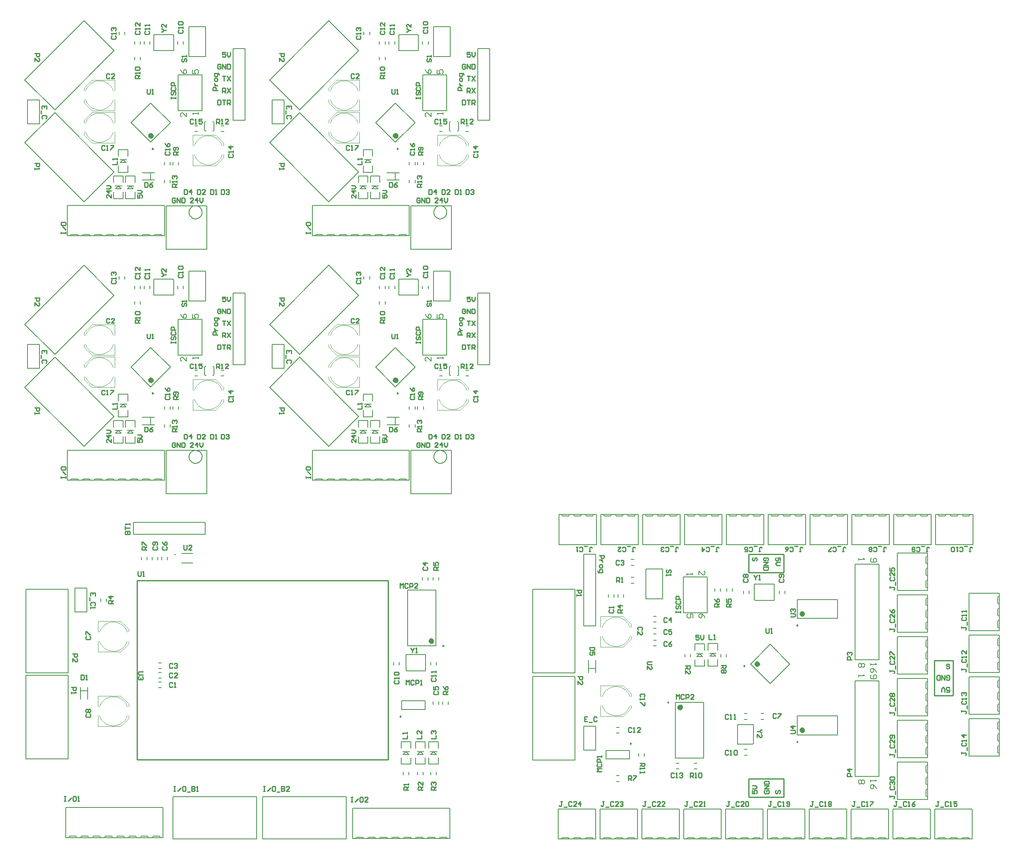
<source format=gto>
G04 Layer_Color=65535*
%FSLAX25Y25*%
%MOIN*%
G70*
G01*
G75*
%ADD26C,0.01000*%
%ADD37C,0.02362*%
%ADD59C,0.00400*%
%ADD60C,0.00984*%
%ADD61C,0.00394*%
%ADD62C,0.00787*%
%ADD63C,0.00600*%
%ADD64C,0.00800*%
D26*
X720063Y133898D02*
Y148898D01*
Y133898D02*
X720563Y133398D01*
X749563D01*
Y148898D01*
X720063D02*
X749563D01*
X875563Y218398D02*
Y247898D01*
X891063D01*
Y218898D02*
Y247898D01*
X890563Y218398D02*
X891063Y218898D01*
X875563Y218398D02*
X890563D01*
X720063Y321398D02*
X749563D01*
X720063D02*
Y336898D01*
X749063D01*
X749563Y336398D01*
Y321398D02*
Y336398D01*
X576063Y306898D02*
X579999D01*
Y304930D01*
X579343Y304274D01*
X578031D01*
X577375Y304930D01*
Y306898D01*
X576063Y302962D02*
Y301650D01*
Y302306D01*
X579999D01*
X579343Y302962D01*
X838127Y134604D02*
Y133292D01*
Y133948D01*
X841407D01*
X842063Y133292D01*
Y132636D01*
X841407Y131980D01*
X842719Y135916D02*
Y138540D01*
X838783Y142475D02*
X838127Y141820D01*
Y140508D01*
X838783Y139852D01*
X841407D01*
X842063Y140508D01*
Y141820D01*
X841407Y142475D01*
X838783Y143788D02*
X838127Y144443D01*
Y145755D01*
X838783Y146411D01*
X839439D01*
X840095Y145755D01*
Y145099D01*
Y145755D01*
X840751Y146411D01*
X841407D01*
X842063Y145755D01*
Y144443D01*
X841407Y143788D01*
X838783Y147723D02*
X838127Y148379D01*
Y149691D01*
X838783Y150347D01*
X841407D01*
X842063Y149691D01*
Y148379D01*
X841407Y147723D01*
X838783D01*
X838127Y169604D02*
Y168292D01*
Y168948D01*
X841407D01*
X842063Y168292D01*
Y167636D01*
X841407Y166980D01*
X842719Y170916D02*
Y173540D01*
X838783Y177476D02*
X838127Y176820D01*
Y175508D01*
X838783Y174852D01*
X841407D01*
X842063Y175508D01*
Y176820D01*
X841407Y177476D01*
X842063Y181411D02*
Y178788D01*
X839439Y181411D01*
X838783D01*
X838127Y180755D01*
Y179443D01*
X838783Y178788D01*
X841407Y182723D02*
X842063Y183379D01*
Y184691D01*
X841407Y185347D01*
X838783D01*
X838127Y184691D01*
Y183379D01*
X838783Y182723D01*
X839439D01*
X840095Y183379D01*
Y185347D01*
X838127Y204604D02*
Y203292D01*
Y203948D01*
X841407D01*
X842063Y203292D01*
Y202636D01*
X841407Y201980D01*
X842719Y205916D02*
Y208540D01*
X838783Y212475D02*
X838127Y211820D01*
Y210508D01*
X838783Y209852D01*
X841407D01*
X842063Y210508D01*
Y211820D01*
X841407Y212475D01*
X842063Y216411D02*
Y213788D01*
X839439Y216411D01*
X838783D01*
X838127Y215755D01*
Y214443D01*
X838783Y213788D01*
Y217723D02*
X838127Y218379D01*
Y219691D01*
X838783Y220347D01*
X839439D01*
X840095Y219691D01*
X840751Y220347D01*
X841407D01*
X842063Y219691D01*
Y218379D01*
X841407Y217723D01*
X840751D01*
X840095Y218379D01*
X839439Y217723D01*
X838783D01*
X840095Y218379D02*
Y219691D01*
X838127Y239604D02*
Y238292D01*
Y238948D01*
X841407D01*
X842063Y238292D01*
Y237636D01*
X841407Y236980D01*
X842719Y240916D02*
Y243540D01*
X838783Y247476D02*
X838127Y246820D01*
Y245508D01*
X838783Y244852D01*
X841407D01*
X842063Y245508D01*
Y246820D01*
X841407Y247476D01*
X842063Y251411D02*
Y248787D01*
X839439Y251411D01*
X838783D01*
X838127Y250755D01*
Y249443D01*
X838783Y248787D01*
X838127Y252723D02*
Y255347D01*
X838783D01*
X841407Y252723D01*
X842063D01*
X838127Y274604D02*
Y273292D01*
Y273948D01*
X841407D01*
X842063Y273292D01*
Y272636D01*
X841407Y271980D01*
X842719Y275916D02*
Y278540D01*
X838783Y282475D02*
X838127Y281820D01*
Y280508D01*
X838783Y279852D01*
X841407D01*
X842063Y280508D01*
Y281820D01*
X841407Y282475D01*
X842063Y286411D02*
Y283787D01*
X839439Y286411D01*
X838783D01*
X838127Y285755D01*
Y284443D01*
X838783Y283787D01*
X838127Y290347D02*
X838783Y289035D01*
X840095Y287723D01*
X841407D01*
X842063Y288379D01*
Y289691D01*
X841407Y290347D01*
X840751D01*
X840095Y289691D01*
Y287723D01*
X838127Y309604D02*
Y308292D01*
Y308948D01*
X841407D01*
X842063Y308292D01*
Y307636D01*
X841407Y306980D01*
X842719Y310916D02*
Y313540D01*
X838783Y317476D02*
X838127Y316820D01*
Y315508D01*
X838783Y314852D01*
X841407D01*
X842063Y315508D01*
Y316820D01*
X841407Y317476D01*
X842063Y321411D02*
Y318788D01*
X839439Y321411D01*
X838783D01*
X838127Y320755D01*
Y319443D01*
X838783Y318788D01*
X838127Y325347D02*
Y322723D01*
X840095D01*
X839439Y324035D01*
Y324691D01*
X840095Y325347D01*
X841407D01*
X842063Y324691D01*
Y323379D01*
X841407Y322723D01*
X564187Y129833D02*
X562875D01*
X563531D01*
Y126554D01*
X562875Y125898D01*
X562219D01*
X561563Y126554D01*
X565499Y125242D02*
X568123D01*
X572058Y129177D02*
X571402Y129833D01*
X570090D01*
X569434Y129177D01*
Y126554D01*
X570090Y125898D01*
X571402D01*
X572058Y126554D01*
X575994Y125898D02*
X573370D01*
X575994Y128522D01*
Y129177D01*
X575338Y129833D01*
X574026D01*
X573370Y129177D01*
X579274Y125898D02*
Y129833D01*
X577306Y127866D01*
X579930D01*
X599187Y129833D02*
X597875D01*
X598531D01*
Y126554D01*
X597875Y125898D01*
X597219D01*
X596563Y126554D01*
X600499Y125242D02*
X603123D01*
X607058Y129177D02*
X606402Y129833D01*
X605091D01*
X604434Y129177D01*
Y126554D01*
X605091Y125898D01*
X606402D01*
X607058Y126554D01*
X610994Y125898D02*
X608370D01*
X610994Y128522D01*
Y129177D01*
X610338Y129833D01*
X609026D01*
X608370Y129177D01*
X612306D02*
X612962Y129833D01*
X614274D01*
X614930Y129177D01*
Y128522D01*
X614274Y127866D01*
X613618D01*
X614274D01*
X614930Y127209D01*
Y126554D01*
X614274Y125898D01*
X612962D01*
X612306Y126554D01*
X634187Y129833D02*
X632875D01*
X633531D01*
Y126554D01*
X632875Y125898D01*
X632219D01*
X631563Y126554D01*
X635499Y125242D02*
X638123D01*
X642058Y129177D02*
X641402Y129833D01*
X640091D01*
X639434Y129177D01*
Y126554D01*
X640091Y125898D01*
X641402D01*
X642058Y126554D01*
X645994Y125898D02*
X643370D01*
X645994Y128522D01*
Y129177D01*
X645338Y129833D01*
X644026D01*
X643370Y129177D01*
X649930Y125898D02*
X647306D01*
X649930Y128522D01*
Y129177D01*
X649274Y129833D01*
X647962D01*
X647306Y129177D01*
X669187Y129833D02*
X667875D01*
X668531D01*
Y126554D01*
X667875Y125898D01*
X667219D01*
X666563Y126554D01*
X670499Y125242D02*
X673123D01*
X677058Y129177D02*
X676402Y129833D01*
X675091D01*
X674435Y129177D01*
Y126554D01*
X675091Y125898D01*
X676402D01*
X677058Y126554D01*
X680994Y125898D02*
X678370D01*
X680994Y128522D01*
Y129177D01*
X680338Y129833D01*
X679026D01*
X678370Y129177D01*
X682306Y125898D02*
X683618D01*
X682962D01*
Y129833D01*
X682306Y129177D01*
X704187Y129833D02*
X702875D01*
X703531D01*
Y126554D01*
X702875Y125898D01*
X702219D01*
X701563Y126554D01*
X705499Y125242D02*
X708123D01*
X712058Y129177D02*
X711402Y129833D01*
X710090D01*
X709435Y129177D01*
Y126554D01*
X710090Y125898D01*
X711402D01*
X712058Y126554D01*
X715994Y125898D02*
X713370D01*
X715994Y128522D01*
Y129177D01*
X715338Y129833D01*
X714026D01*
X713370Y129177D01*
X717306D02*
X717962Y129833D01*
X719274D01*
X719930Y129177D01*
Y126554D01*
X719274Y125898D01*
X717962D01*
X717306Y126554D01*
Y129177D01*
X739187Y129833D02*
X737875D01*
X738531D01*
Y126554D01*
X737875Y125898D01*
X737219D01*
X736563Y126554D01*
X740499Y125242D02*
X743123D01*
X747058Y129177D02*
X746402Y129833D01*
X745090D01*
X744434Y129177D01*
Y126554D01*
X745090Y125898D01*
X746402D01*
X747058Y126554D01*
X748370Y125898D02*
X749682D01*
X749026D01*
Y129833D01*
X748370Y129177D01*
X751650Y126554D02*
X752306Y125898D01*
X753618D01*
X754274Y126554D01*
Y129177D01*
X753618Y129833D01*
X752306D01*
X751650Y129177D01*
Y128522D01*
X752306Y127866D01*
X754274D01*
X774187Y129833D02*
X772875D01*
X773531D01*
Y126554D01*
X772875Y125898D01*
X772219D01*
X771563Y126554D01*
X775499Y125242D02*
X778123D01*
X782058Y129177D02*
X781402Y129833D01*
X780091D01*
X779434Y129177D01*
Y126554D01*
X780091Y125898D01*
X781402D01*
X782058Y126554D01*
X783370Y125898D02*
X784682D01*
X784026D01*
Y129833D01*
X783370Y129177D01*
X786650D02*
X787306Y129833D01*
X788618D01*
X789274Y129177D01*
Y128522D01*
X788618Y127866D01*
X789274Y127209D01*
Y126554D01*
X788618Y125898D01*
X787306D01*
X786650Y126554D01*
Y127209D01*
X787306Y127866D01*
X786650Y128522D01*
Y129177D01*
X787306Y127866D02*
X788618D01*
X809187Y129833D02*
X807875D01*
X808531D01*
Y126554D01*
X807875Y125898D01*
X807219D01*
X806563Y126554D01*
X810499Y125242D02*
X813123D01*
X817058Y129177D02*
X816402Y129833D01*
X815090D01*
X814435Y129177D01*
Y126554D01*
X815090Y125898D01*
X816402D01*
X817058Y126554D01*
X818370Y125898D02*
X819682D01*
X819026D01*
Y129833D01*
X818370Y129177D01*
X821650Y129833D02*
X824274D01*
Y129177D01*
X821650Y126554D01*
Y125898D01*
X844187Y129833D02*
X842875D01*
X843531D01*
Y126554D01*
X842875Y125898D01*
X842219D01*
X841563Y126554D01*
X845499Y125242D02*
X848123D01*
X852058Y129177D02*
X851402Y129833D01*
X850091D01*
X849434Y129177D01*
Y126554D01*
X850091Y125898D01*
X851402D01*
X852058Y126554D01*
X853370Y125898D02*
X854682D01*
X854026D01*
Y129833D01*
X853370Y129177D01*
X859274Y129833D02*
X857962Y129177D01*
X856650Y127866D01*
Y126554D01*
X857306Y125898D01*
X858618D01*
X859274Y126554D01*
Y127209D01*
X858618Y127866D01*
X856650D01*
X879187Y129833D02*
X877875D01*
X878531D01*
Y126554D01*
X877875Y125898D01*
X877219D01*
X876563Y126554D01*
X880499Y125242D02*
X883123D01*
X887058Y129177D02*
X886402Y129833D01*
X885091D01*
X884435Y129177D01*
Y126554D01*
X885091Y125898D01*
X886402D01*
X887058Y126554D01*
X888370Y125898D02*
X889682D01*
X889026D01*
Y129833D01*
X888370Y129177D01*
X894274Y129833D02*
X891650D01*
Y127866D01*
X892962Y128522D01*
X893618D01*
X894274Y127866D01*
Y126554D01*
X893618Y125898D01*
X892306D01*
X891650Y126554D01*
X898127Y171021D02*
Y169710D01*
Y170366D01*
X901407D01*
X902063Y169710D01*
Y169054D01*
X901407Y168398D01*
X902719Y172333D02*
Y174957D01*
X898783Y178893D02*
X898127Y178237D01*
Y176925D01*
X898783Y176269D01*
X901407D01*
X902063Y176925D01*
Y178237D01*
X901407Y178893D01*
X902063Y180205D02*
Y181517D01*
Y180861D01*
X898127D01*
X898783Y180205D01*
X902063Y185452D02*
X898127D01*
X900095Y183485D01*
Y186109D01*
X898127Y206021D02*
Y204710D01*
Y205365D01*
X901407D01*
X902063Y204710D01*
Y204054D01*
X901407Y203398D01*
X902719Y207333D02*
Y209957D01*
X898783Y213893D02*
X898127Y213237D01*
Y211925D01*
X898783Y211269D01*
X901407D01*
X902063Y211925D01*
Y213237D01*
X901407Y213893D01*
X902063Y215205D02*
Y216517D01*
Y215861D01*
X898127D01*
X898783Y215205D01*
Y218485D02*
X898127Y219141D01*
Y220452D01*
X898783Y221109D01*
X899439D01*
X900095Y220452D01*
Y219796D01*
Y220452D01*
X900751Y221109D01*
X901407D01*
X902063Y220452D01*
Y219141D01*
X901407Y218485D01*
X898127Y241021D02*
Y239709D01*
Y240366D01*
X901407D01*
X902063Y239709D01*
Y239054D01*
X901407Y238398D01*
X902719Y242333D02*
Y244957D01*
X898783Y248893D02*
X898127Y248237D01*
Y246925D01*
X898783Y246269D01*
X901407D01*
X902063Y246925D01*
Y248237D01*
X901407Y248893D01*
X902063Y250205D02*
Y251517D01*
Y250861D01*
X898127D01*
X898783Y250205D01*
X902063Y256108D02*
Y253485D01*
X899439Y256108D01*
X898783D01*
X898127Y255452D01*
Y254141D01*
X898783Y253485D01*
X898127Y276022D02*
Y274710D01*
Y275365D01*
X901407D01*
X902063Y274710D01*
Y274054D01*
X901407Y273398D01*
X902719Y277333D02*
Y279957D01*
X898783Y283893D02*
X898127Y283237D01*
Y281925D01*
X898783Y281269D01*
X901407D01*
X902063Y281925D01*
Y283237D01*
X901407Y283893D01*
X902063Y285205D02*
Y286517D01*
Y285861D01*
X898127D01*
X898783Y285205D01*
X902063Y288485D02*
Y289796D01*
Y289141D01*
X898127D01*
X898783Y288485D01*
X904439Y338962D02*
X905751D01*
X905095D01*
Y342242D01*
X905751Y342898D01*
X906407D01*
X907063Y342242D01*
X903127Y343554D02*
X900504D01*
X896568Y339618D02*
X897224Y338962D01*
X898536D01*
X899191Y339618D01*
Y342242D01*
X898536Y342898D01*
X897224D01*
X896568Y342242D01*
X895256Y342898D02*
X893944D01*
X894600D01*
Y338962D01*
X895256Y339618D01*
X891976D02*
X891320Y338962D01*
X890008D01*
X889352Y339618D01*
Y342242D01*
X890008Y342898D01*
X891320D01*
X891976Y342242D01*
Y339618D01*
X868439Y338962D02*
X869751D01*
X869095D01*
Y342242D01*
X869751Y342898D01*
X870407D01*
X871063Y342242D01*
X867127Y343554D02*
X864503D01*
X860568Y339618D02*
X861224Y338962D01*
X862536D01*
X863192Y339618D01*
Y342242D01*
X862536Y342898D01*
X861224D01*
X860568Y342242D01*
X859256D02*
X858600Y342898D01*
X857288D01*
X856632Y342242D01*
Y339618D01*
X857288Y338962D01*
X858600D01*
X859256Y339618D01*
Y340274D01*
X858600Y340930D01*
X856632D01*
X832439Y338962D02*
X833751D01*
X833095D01*
Y342242D01*
X833751Y342898D01*
X834407D01*
X835063Y342242D01*
X831127Y343554D02*
X828504D01*
X824568Y339618D02*
X825224Y338962D01*
X826536D01*
X827192Y339618D01*
Y342242D01*
X826536Y342898D01*
X825224D01*
X824568Y342242D01*
X823256Y339618D02*
X822600Y338962D01*
X821288D01*
X820632Y339618D01*
Y340274D01*
X821288Y340930D01*
X820632Y341586D01*
Y342242D01*
X821288Y342898D01*
X822600D01*
X823256Y342242D01*
Y341586D01*
X822600Y340930D01*
X823256Y340274D01*
Y339618D01*
X822600Y340930D02*
X821288D01*
X798439Y338962D02*
X799751D01*
X799095D01*
Y342242D01*
X799751Y342898D01*
X800407D01*
X801063Y342242D01*
X797127Y343554D02*
X794503D01*
X790568Y339618D02*
X791224Y338962D01*
X792536D01*
X793191Y339618D01*
Y342242D01*
X792536Y342898D01*
X791224D01*
X790568Y342242D01*
X789256Y338962D02*
X786632D01*
Y339618D01*
X789256Y342242D01*
Y342898D01*
X762439Y338962D02*
X763751D01*
X763095D01*
Y342242D01*
X763751Y342898D01*
X764407D01*
X765063Y342242D01*
X761127Y343554D02*
X758503D01*
X754568Y339618D02*
X755224Y338962D01*
X756536D01*
X757192Y339618D01*
Y342242D01*
X756536Y342898D01*
X755224D01*
X754568Y342242D01*
X750632Y338962D02*
X751944Y339618D01*
X753256Y340930D01*
Y342242D01*
X752600Y342898D01*
X751288D01*
X750632Y342242D01*
Y341586D01*
X751288Y340930D01*
X753256D01*
X728439Y338962D02*
X729751D01*
X729095D01*
Y342242D01*
X729751Y342898D01*
X730407D01*
X731063Y342242D01*
X727127Y343554D02*
X724504D01*
X720568Y339618D02*
X721224Y338962D01*
X722536D01*
X723191Y339618D01*
Y342242D01*
X722536Y342898D01*
X721224D01*
X720568Y342242D01*
X716632Y338962D02*
X719256D01*
Y340930D01*
X717944Y340274D01*
X717288D01*
X716632Y340930D01*
Y342242D01*
X717288Y342898D01*
X718600D01*
X719256Y342242D01*
X692439Y338962D02*
X693751D01*
X693095D01*
Y342242D01*
X693751Y342898D01*
X694407D01*
X695063Y342242D01*
X691127Y343554D02*
X688504D01*
X684568Y339618D02*
X685224Y338962D01*
X686536D01*
X687191Y339618D01*
Y342242D01*
X686536Y342898D01*
X685224D01*
X684568Y342242D01*
X681288Y342898D02*
Y338962D01*
X683256Y340930D01*
X680632D01*
X658439Y338962D02*
X659751D01*
X659095D01*
Y342242D01*
X659751Y342898D01*
X660407D01*
X661063Y342242D01*
X657127Y343554D02*
X654503D01*
X650568Y339618D02*
X651224Y338962D01*
X652536D01*
X653192Y339618D01*
Y342242D01*
X652536Y342898D01*
X651224D01*
X650568Y342242D01*
X649256Y339618D02*
X648600Y338962D01*
X647288D01*
X646632Y339618D01*
Y340274D01*
X647288Y340930D01*
X647944D01*
X647288D01*
X646632Y341586D01*
Y342242D01*
X647288Y342898D01*
X648600D01*
X649256Y342242D01*
X622439Y338962D02*
X623751D01*
X623095D01*
Y342242D01*
X623751Y342898D01*
X624407D01*
X625063Y342242D01*
X621127Y343554D02*
X618504D01*
X614568Y339618D02*
X615224Y338962D01*
X616536D01*
X617192Y339618D01*
Y342242D01*
X616536Y342898D01*
X615224D01*
X614568Y342242D01*
X610632Y342898D02*
X613256D01*
X610632Y340274D01*
Y339618D01*
X611288Y338962D01*
X612600D01*
X613256Y339618D01*
X586439Y338962D02*
X587751D01*
X587095D01*
Y342242D01*
X587751Y342898D01*
X588407D01*
X589063Y342242D01*
X585127Y343554D02*
X582504D01*
X578568Y339618D02*
X579224Y338962D01*
X580536D01*
X581191Y339618D01*
Y342242D01*
X580536Y342898D01*
X579224D01*
X578568Y342242D01*
X577256Y342898D02*
X575944D01*
X576600D01*
Y338962D01*
X577256Y339618D01*
X730999Y189898D02*
X730343D01*
X729031Y188586D01*
X730343Y187274D01*
X730999D01*
X729031Y188586D02*
X727063D01*
Y183338D02*
Y185962D01*
X729687Y183338D01*
X730343D01*
X730999Y183994D01*
Y185306D01*
X730343Y185962D01*
X724563Y319433D02*
Y318777D01*
X725875Y317465D01*
X727187Y318777D01*
Y319433D01*
X725875Y317465D02*
Y315498D01*
X728499D02*
X729811D01*
X729155D01*
Y319433D01*
X728499Y318777D01*
X654343Y321274D02*
X654999Y321930D01*
Y323242D01*
X654343Y323898D01*
X653687D01*
X653031Y323242D01*
Y321930D01*
X652375Y321274D01*
X651719D01*
X651063Y321930D01*
Y323242D01*
X651719Y323898D01*
X651063Y319962D02*
Y318650D01*
Y319306D01*
X654999D01*
X654343Y319962D01*
X629063Y161898D02*
X632999D01*
Y159930D01*
X632343Y159274D01*
X631031D01*
X630375Y159930D01*
Y161898D01*
Y160586D02*
X629063Y159274D01*
Y157962D02*
Y156650D01*
Y157306D01*
X632999D01*
X632343Y157962D01*
X629063Y154682D02*
Y153370D01*
Y154026D01*
X632999D01*
X632343Y154682D01*
X671063Y149898D02*
Y153833D01*
X673031D01*
X673687Y153177D01*
Y151865D01*
X673031Y151209D01*
X671063D01*
X672375D02*
X673687Y149898D01*
X674999D02*
X676311D01*
X675655D01*
Y153833D01*
X674999Y153177D01*
X678278D02*
X678934Y153833D01*
X680246D01*
X680902Y153177D01*
Y150554D01*
X680246Y149898D01*
X678934D01*
X678278Y150554D01*
Y153177D01*
X697063Y243898D02*
X700999D01*
Y241930D01*
X700343Y241274D01*
X699031D01*
X698375Y241930D01*
Y243898D01*
Y242586D02*
X697063Y241274D01*
X700343Y239962D02*
X700999Y239306D01*
Y237994D01*
X700343Y237338D01*
X699687D01*
X699031Y237994D01*
X698375Y237338D01*
X697719D01*
X697063Y237994D01*
Y239306D01*
X697719Y239962D01*
X698375D01*
X699031Y239306D01*
X699687Y239962D01*
X700343D01*
X699031Y239306D02*
Y237994D01*
X619563Y147398D02*
Y151333D01*
X621531D01*
X622187Y150677D01*
Y149365D01*
X621531Y148709D01*
X619563D01*
X620875D02*
X622187Y147398D01*
X623499Y151333D02*
X626123D01*
Y150677D01*
X623499Y148054D01*
Y147398D01*
X695563Y292898D02*
X691627D01*
Y294865D01*
X692283Y295521D01*
X693595D01*
X694251Y294865D01*
Y292898D01*
Y294210D02*
X695563Y295521D01*
X691627Y299457D02*
X692283Y298145D01*
X693595Y296833D01*
X694907D01*
X695563Y297489D01*
Y298801D01*
X694907Y299457D01*
X694251D01*
X693595Y298801D01*
Y296833D01*
X705563Y292898D02*
X701627D01*
Y294865D01*
X702283Y295521D01*
X703595D01*
X704251Y294865D01*
Y292898D01*
Y294210D02*
X705563Y295521D01*
X701627Y299457D02*
Y296833D01*
X703595D01*
X702939Y298145D01*
Y298801D01*
X703595Y299457D01*
X704907D01*
X705563Y298801D01*
Y297489D01*
X704907Y296833D01*
X614563Y287898D02*
X610627D01*
Y289865D01*
X611283Y290522D01*
X612595D01*
X613251Y289865D01*
Y287898D01*
Y289210D02*
X614563Y290522D01*
Y293801D02*
X610627D01*
X612595Y291833D01*
Y294457D01*
X667063Y243398D02*
X670999D01*
Y241430D01*
X670343Y240774D01*
X669031D01*
X668375Y241430D01*
Y243398D01*
Y242086D02*
X667063Y240774D01*
Y236838D02*
Y239462D01*
X669687Y236838D01*
X670343D01*
X670999Y237494D01*
Y238806D01*
X670343Y239462D01*
X609563Y313398D02*
Y317333D01*
X611531D01*
X612187Y316677D01*
Y315366D01*
X611531Y314709D01*
X609563D01*
X610875D02*
X612187Y313398D01*
X613499D02*
X614811D01*
X614155D01*
Y317333D01*
X613499Y316677D01*
X577063Y234398D02*
X580999D01*
Y232430D01*
X580343Y231774D01*
X579031D01*
X578375Y232430D01*
Y234398D01*
X577063Y227838D02*
Y230462D01*
X579687Y227838D01*
X580343D01*
X580999Y228494D01*
Y229806D01*
X580343Y230462D01*
X659563Y215398D02*
Y219333D01*
X660875Y218021D01*
X662187Y219333D01*
Y215398D01*
X666123Y218677D02*
X665467Y219333D01*
X664155D01*
X663499Y218677D01*
Y216054D01*
X664155Y215398D01*
X665467D01*
X666123Y216054D01*
X667435Y215398D02*
Y219333D01*
X669402D01*
X670058Y218677D01*
Y217366D01*
X669402Y216709D01*
X667435D01*
X673994Y215398D02*
X671370D01*
X673994Y218021D01*
Y218677D01*
X673338Y219333D01*
X672026D01*
X671370Y218677D01*
X597063Y154898D02*
X593127D01*
X594439Y156210D01*
X593127Y157521D01*
X597063D01*
X593783Y161457D02*
X593127Y160801D01*
Y159489D01*
X593783Y158833D01*
X596407D01*
X597063Y159489D01*
Y160801D01*
X596407Y161457D01*
X597063Y162769D02*
X593127D01*
Y164737D01*
X593783Y165393D01*
X595095D01*
X595751Y164737D01*
Y162769D01*
X597063Y166705D02*
Y168017D01*
Y167361D01*
X593127D01*
X593783Y166705D01*
X686763Y269333D02*
Y265398D01*
X689387D01*
X690699D02*
X692011D01*
X691355D01*
Y269333D01*
X690699Y268677D01*
X659127Y287898D02*
Y289210D01*
Y288554D01*
X663063D01*
Y287898D01*
Y289210D01*
X659783Y293801D02*
X659127Y293145D01*
Y291833D01*
X659783Y291177D01*
X660439D01*
X661095Y291833D01*
Y293145D01*
X661751Y293801D01*
X662407D01*
X663063Y293145D01*
Y291833D01*
X662407Y291177D01*
X659783Y297737D02*
X659127Y297081D01*
Y295769D01*
X659783Y295113D01*
X662407D01*
X663063Y295769D01*
Y297081D01*
X662407Y297737D01*
X663063Y299049D02*
X659127D01*
Y301017D01*
X659783Y301673D01*
X661095D01*
X661751Y301017D01*
Y299049D01*
X657687Y153177D02*
X657031Y153833D01*
X655719D01*
X655063Y153177D01*
Y150554D01*
X655719Y149898D01*
X657031D01*
X657687Y150554D01*
X658999Y149898D02*
X660311D01*
X659655D01*
Y153833D01*
X658999Y153177D01*
X662279D02*
X662934Y153833D01*
X664246D01*
X664902Y153177D01*
Y152522D01*
X664246Y151865D01*
X663590D01*
X664246D01*
X664902Y151209D01*
Y150554D01*
X664246Y149898D01*
X662934D01*
X662279Y150554D01*
X622187Y191177D02*
X621531Y191833D01*
X620219D01*
X619563Y191177D01*
Y188554D01*
X620219Y187898D01*
X621531D01*
X622187Y188554D01*
X623499Y187898D02*
X624811D01*
X624155D01*
Y191833D01*
X623499Y191177D01*
X629402Y187898D02*
X626779D01*
X629402Y190522D01*
Y191177D01*
X628746Y191833D01*
X627434D01*
X626779Y191177D01*
X703187Y202177D02*
X702531Y202833D01*
X701219D01*
X700563Y202177D01*
Y199554D01*
X701219Y198898D01*
X702531D01*
X703187Y199554D01*
X704499Y198898D02*
X705811D01*
X705155D01*
Y202833D01*
X704499Y202177D01*
X707779Y198898D02*
X709090D01*
X708434D01*
Y202833D01*
X707779Y202177D01*
X703187Y172177D02*
X702531Y172833D01*
X701219D01*
X700563Y172177D01*
Y169554D01*
X701219Y168898D01*
X702531D01*
X703187Y169554D01*
X704499Y168898D02*
X705811D01*
X705155D01*
Y172833D01*
X704499Y172177D01*
X707779D02*
X708434Y172833D01*
X709746D01*
X710402Y172177D01*
Y169554D01*
X709746Y168898D01*
X708434D01*
X707779Y169554D01*
Y172177D01*
X746283Y316021D02*
X745627Y315366D01*
Y314054D01*
X746283Y313398D01*
X748907D01*
X749563Y314054D01*
Y315366D01*
X748907Y316021D01*
Y317333D02*
X749563Y317989D01*
Y319301D01*
X748907Y319957D01*
X746283D01*
X745627Y319301D01*
Y317989D01*
X746283Y317333D01*
X746939D01*
X747595Y317989D01*
Y319957D01*
X716283Y316021D02*
X715627Y315366D01*
Y314054D01*
X716283Y313398D01*
X718907D01*
X719563Y314054D01*
Y315366D01*
X718907Y316021D01*
X716283Y317333D02*
X715627Y317989D01*
Y319301D01*
X716283Y319957D01*
X716939D01*
X717595Y319301D01*
X718251Y319957D01*
X718907D01*
X719563Y319301D01*
Y317989D01*
X718907Y317333D01*
X718251D01*
X717595Y317989D01*
X716939Y317333D01*
X716283D01*
X717595Y317989D02*
Y319301D01*
X743187Y202677D02*
X742531Y203333D01*
X741219D01*
X740563Y202677D01*
Y200054D01*
X741219Y199398D01*
X742531D01*
X743187Y200054D01*
X744499Y203333D02*
X747123D01*
Y202677D01*
X744499Y200054D01*
Y199398D01*
X651687Y263177D02*
X651031Y263833D01*
X649719D01*
X649063Y263177D01*
Y260554D01*
X649719Y259898D01*
X651031D01*
X651687Y260554D01*
X655623Y263833D02*
X654311Y263177D01*
X652999Y261865D01*
Y260554D01*
X653655Y259898D01*
X654967D01*
X655623Y260554D01*
Y261210D01*
X654967Y261865D01*
X652999D01*
X651687Y273177D02*
X651031Y273833D01*
X649719D01*
X649063Y273177D01*
Y270554D01*
X649719Y269898D01*
X651031D01*
X651687Y270554D01*
X655623Y273833D02*
X652999D01*
Y271866D01*
X654311Y272521D01*
X654967D01*
X655623Y271866D01*
Y270554D01*
X654967Y269898D01*
X653655D01*
X652999Y270554D01*
X651687Y283177D02*
X651031Y283833D01*
X649719D01*
X649063Y283177D01*
Y280554D01*
X649719Y279898D01*
X651031D01*
X651687Y280554D01*
X654967Y279898D02*
Y283833D01*
X652999Y281866D01*
X655623D01*
X611687Y331177D02*
X611031Y331833D01*
X609719D01*
X609063Y331177D01*
Y328554D01*
X609719Y327898D01*
X611031D01*
X611687Y328554D01*
X612999Y331177D02*
X613655Y331833D01*
X614967D01*
X615623Y331177D01*
Y330521D01*
X614967Y329866D01*
X614311D01*
X614967D01*
X615623Y329209D01*
Y328554D01*
X614967Y327898D01*
X613655D01*
X612999Y328554D01*
X630343Y273274D02*
X630999Y273930D01*
Y275242D01*
X630343Y275898D01*
X627719D01*
X627063Y275242D01*
Y273930D01*
X627719Y273274D01*
X627063Y269338D02*
Y271962D01*
X629687Y269338D01*
X630343D01*
X630999Y269994D01*
Y271306D01*
X630343Y271962D01*
X603783Y290522D02*
X603127Y289865D01*
Y288554D01*
X603783Y287898D01*
X606407D01*
X607063Y288554D01*
Y289865D01*
X606407Y290522D01*
X607063Y291833D02*
Y293145D01*
Y292489D01*
X603127D01*
X603783Y291833D01*
X678387Y269133D02*
X675763D01*
Y267165D01*
X677075Y267822D01*
X677731D01*
X678387Y267165D01*
Y265854D01*
X677731Y265198D01*
X676419D01*
X675763Y265854D01*
X679699Y269133D02*
Y266510D01*
X681011Y265198D01*
X682323Y266510D01*
Y269133D01*
X806563Y248365D02*
X802627D01*
Y250332D01*
X803283Y250989D01*
X804595D01*
X805251Y250332D01*
Y248365D01*
X803283Y252300D02*
X802627Y252956D01*
Y254268D01*
X803283Y254924D01*
X803939D01*
X804595Y254268D01*
Y253612D01*
Y254268D01*
X805251Y254924D01*
X805907D01*
X806563Y254268D01*
Y252956D01*
X805907Y252300D01*
X806563Y150865D02*
X802627D01*
Y152832D01*
X803283Y153489D01*
X804595D01*
X805251Y152832D01*
Y150865D01*
X806563Y156768D02*
X802627D01*
X804595Y154800D01*
Y157424D01*
X734563Y274833D02*
Y271554D01*
X735219Y270898D01*
X736531D01*
X737187Y271554D01*
Y274833D01*
X738499Y270898D02*
X739811D01*
X739155D01*
Y274833D01*
X738499Y274177D01*
X755127Y284398D02*
X758407D01*
X759063Y285054D01*
Y286366D01*
X758407Y287021D01*
X755127D01*
X755783Y288333D02*
X755127Y288989D01*
Y290301D01*
X755783Y290957D01*
X756439D01*
X757095Y290301D01*
Y289645D01*
Y290301D01*
X757751Y290957D01*
X758407D01*
X759063Y290301D01*
Y288989D01*
X758407Y288333D01*
X755127Y186898D02*
X758407D01*
X759063Y187554D01*
Y188865D01*
X758407Y189522D01*
X755127D01*
X759063Y192801D02*
X755127D01*
X757095Y190833D01*
Y193457D01*
X632343Y217274D02*
X632999Y217930D01*
Y219242D01*
X632343Y219898D01*
X629719D01*
X629063Y219242D01*
Y217930D01*
X629719Y217274D01*
X629063Y215962D02*
Y214650D01*
Y215306D01*
X632999D01*
X632343Y215962D01*
X632999Y212682D02*
Y210058D01*
X632343D01*
X629719Y212682D01*
X629063D01*
X590999Y258898D02*
X587063D01*
Y256930D01*
X587719Y256274D01*
X590343D01*
X590999Y256930D01*
Y258898D01*
Y252338D02*
Y254962D01*
X589031D01*
X589687Y253650D01*
Y252994D01*
X589031Y252338D01*
X587719D01*
X587063Y252994D01*
Y254306D01*
X587719Y254962D01*
X585287Y200833D02*
X582663D01*
Y196898D01*
X585287D01*
X582663Y198865D02*
X583975D01*
X586599Y196242D02*
X589223D01*
X593158Y200177D02*
X592502Y200833D01*
X591190D01*
X590534Y200177D01*
Y197554D01*
X591190Y196898D01*
X592502D01*
X593158Y197554D01*
X595063Y335898D02*
X598999D01*
Y333930D01*
X598343Y333274D01*
X597031D01*
X596375Y333930D01*
Y335898D01*
X597687Y331962D02*
X595063D01*
X596375D01*
X597031Y331306D01*
X597687Y330650D01*
Y329994D01*
X595063Y327370D02*
Y326058D01*
X595719Y325402D01*
X597031D01*
X597687Y326058D01*
Y327370D01*
X597031Y328026D01*
X595719D01*
X595063Y327370D01*
X593751Y322779D02*
Y322123D01*
X594407Y321467D01*
X597687D01*
Y323434D01*
X597031Y324090D01*
X595719D01*
X595063Y323434D01*
Y321467D01*
X638999Y246898D02*
X635719D01*
X635063Y246242D01*
Y244930D01*
X635719Y244274D01*
X638999D01*
X635063Y240338D02*
Y242962D01*
X637687Y240338D01*
X638343D01*
X638999Y240994D01*
Y242306D01*
X638343Y242962D01*
X723127Y139022D02*
Y136398D01*
X725095D01*
X724439Y137709D01*
Y138365D01*
X725095Y139022D01*
X726407D01*
X727063Y138365D01*
Y137054D01*
X726407Y136398D01*
X723127Y140333D02*
X725751D01*
X727063Y141645D01*
X725751Y142957D01*
X723127D01*
X733783Y139022D02*
X733127Y138365D01*
Y137054D01*
X733783Y136398D01*
X736407D01*
X737063Y137054D01*
Y138365D01*
X736407Y139022D01*
X735095D01*
Y137709D01*
X737063Y140333D02*
X733127D01*
X737063Y142957D01*
X733127D01*
Y144269D02*
X737063D01*
Y146237D01*
X736407Y146893D01*
X733783D01*
X733127Y146237D01*
Y144269D01*
X743283Y139022D02*
X742627Y138365D01*
Y137054D01*
X743283Y136398D01*
X743939D01*
X744595Y137054D01*
Y138365D01*
X745251Y139022D01*
X745907D01*
X746563Y138365D01*
Y137054D01*
X745907Y136398D01*
X885439Y241618D02*
X886095Y240962D01*
X887407D01*
X888063Y241618D01*
Y242274D01*
X887407Y242930D01*
X886095D01*
X885439Y243586D01*
Y244242D01*
X886095Y244898D01*
X887407D01*
X888063Y244242D01*
X885439Y232118D02*
X886095Y231462D01*
X887407D01*
X888063Y232118D01*
Y234742D01*
X887407Y235398D01*
X886095D01*
X885439Y234742D01*
Y233430D01*
X886751D01*
X884127Y235398D02*
Y231462D01*
X881503Y235398D01*
Y231462D01*
X880192D02*
Y235398D01*
X878224D01*
X877568Y234742D01*
Y232118D01*
X878224Y231462D01*
X880192D01*
X885439Y221462D02*
X888063D01*
Y223430D01*
X886751Y222774D01*
X886095D01*
X885439Y223430D01*
Y224742D01*
X886095Y225398D01*
X887407D01*
X888063Y224742D01*
X884127Y221462D02*
Y224086D01*
X882815Y225398D01*
X881503Y224086D01*
Y221462D01*
X726343Y331274D02*
X726999Y331930D01*
Y333242D01*
X726343Y333898D01*
X725687D01*
X725031Y333242D01*
Y331930D01*
X724375Y331274D01*
X723719D01*
X723063Y331930D01*
Y333242D01*
X723719Y333898D01*
X735843Y331274D02*
X736499Y331930D01*
Y333242D01*
X735843Y333898D01*
X733219D01*
X732563Y333242D01*
Y331930D01*
X733219Y331274D01*
X734531D01*
Y332586D01*
X732563Y329962D02*
X736499D01*
X732563Y327338D01*
X736499D01*
Y326026D02*
X732563D01*
Y324058D01*
X733219Y323402D01*
X735843D01*
X736499Y324058D01*
Y326026D01*
X746499Y331274D02*
Y333898D01*
X744531D01*
X745187Y332586D01*
Y331930D01*
X744531Y331274D01*
X743219D01*
X742563Y331930D01*
Y333242D01*
X743219Y333898D01*
X746499Y329962D02*
X743875D01*
X742563Y328650D01*
X743875Y327338D01*
X746499D01*
X208563Y164898D02*
Y314898D01*
X418563D01*
Y164898D02*
Y314898D01*
X208563Y164898D02*
X418563D01*
X314163Y142433D02*
X315475D01*
X314819D01*
Y138498D01*
X314163D01*
X315475D01*
X317443D02*
X320067Y141121D01*
X323346Y142433D02*
X322035D01*
X321378Y141777D01*
Y139154D01*
X322035Y138498D01*
X323346D01*
X324002Y139154D01*
Y141777D01*
X323346Y142433D01*
X325314Y137842D02*
X327938D01*
X329250Y142433D02*
Y138498D01*
X331218D01*
X331874Y139154D01*
Y139810D01*
X331218Y140465D01*
X329250D01*
X331218D01*
X331874Y141121D01*
Y141777D01*
X331218Y142433D01*
X329250D01*
X335810Y138498D02*
X333186D01*
X335810Y141121D01*
Y141777D01*
X335154Y142433D01*
X333842D01*
X333186Y141777D01*
X387563Y133333D02*
X388875D01*
X388219D01*
Y129398D01*
X387563D01*
X388875D01*
X390843D02*
X393467Y132021D01*
X396746Y133333D02*
X395434D01*
X394778Y132677D01*
Y130054D01*
X395434Y129398D01*
X396746D01*
X397402Y130054D01*
Y132677D01*
X396746Y133333D01*
X401338Y129398D02*
X398714D01*
X401338Y132021D01*
Y132677D01*
X400682Y133333D01*
X399370D01*
X398714Y132677D01*
X238187Y244677D02*
X237531Y245333D01*
X236219D01*
X235563Y244677D01*
Y242054D01*
X236219Y241398D01*
X237531D01*
X238187Y242054D01*
X239499Y244677D02*
X240155Y245333D01*
X241467D01*
X242123Y244677D01*
Y244022D01*
X241467Y243366D01*
X240811D01*
X241467D01*
X242123Y242709D01*
Y242054D01*
X241467Y241398D01*
X240155D01*
X239499Y242054D01*
X238187Y236677D02*
X237531Y237333D01*
X236219D01*
X235563Y236677D01*
Y234054D01*
X236219Y233398D01*
X237531D01*
X238187Y234054D01*
X242123Y233398D02*
X239499D01*
X242123Y236021D01*
Y236677D01*
X241467Y237333D01*
X240155D01*
X239499Y236677D01*
X238187Y228677D02*
X237531Y229333D01*
X236219D01*
X235563Y228677D01*
Y226054D01*
X236219Y225398D01*
X237531D01*
X238187Y226054D01*
X239499Y225398D02*
X240811D01*
X240155D01*
Y229333D01*
X239499Y228677D01*
X147563Y134033D02*
X148875D01*
X148219D01*
Y130098D01*
X147563D01*
X148875D01*
X150843D02*
X153467Y132721D01*
X156746Y134033D02*
X155435D01*
X154779Y133377D01*
Y130754D01*
X155435Y130098D01*
X156746D01*
X157402Y130754D01*
Y133377D01*
X156746Y134033D01*
X158714Y130098D02*
X160026D01*
X159370D01*
Y134033D01*
X158714Y133377D01*
X239163Y142433D02*
X240475D01*
X239819D01*
Y138498D01*
X239163D01*
X240475D01*
X242443D02*
X245067Y141121D01*
X248346Y142433D02*
X247035D01*
X246378Y141777D01*
Y139154D01*
X247035Y138498D01*
X248346D01*
X249002Y139154D01*
Y141777D01*
X248346Y142433D01*
X250314Y137842D02*
X252938D01*
X254250Y142433D02*
Y138498D01*
X256218D01*
X256874Y139154D01*
Y139810D01*
X256218Y140465D01*
X254250D01*
X256218D01*
X256874Y141121D01*
Y141777D01*
X256218Y142433D01*
X254250D01*
X258186Y138498D02*
X259498D01*
X258842D01*
Y142433D01*
X258186Y141777D01*
X247563Y344333D02*
Y341054D01*
X248219Y340398D01*
X249531D01*
X250187Y341054D01*
Y344333D01*
X254123Y340398D02*
X251499D01*
X254123Y343021D01*
Y343677D01*
X253467Y344333D01*
X252155D01*
X251499Y343677D01*
X216563Y340398D02*
X212627D01*
Y342366D01*
X213283Y343021D01*
X214595D01*
X215251Y342366D01*
Y340398D01*
Y341709D02*
X216563Y343021D01*
X212627Y344333D02*
Y346957D01*
X213283D01*
X215907Y344333D01*
X216563D01*
X230283Y343021D02*
X229627Y342366D01*
Y341054D01*
X230283Y340398D01*
X232907D01*
X233563Y341054D01*
Y342366D01*
X232907Y343021D01*
X229627Y346957D02*
X230283Y345645D01*
X231595Y344333D01*
X232907D01*
X233563Y344989D01*
Y346301D01*
X232907Y346957D01*
X232251D01*
X231595Y346301D01*
Y344333D01*
X222283Y343021D02*
X221627Y342366D01*
Y341054D01*
X222283Y340398D01*
X224907D01*
X225563Y341054D01*
Y342366D01*
X224907Y343021D01*
Y344333D02*
X225563Y344989D01*
Y346301D01*
X224907Y346957D01*
X222283D01*
X221627Y346301D01*
Y344989D01*
X222283Y344333D01*
X222939D01*
X223595Y344989D01*
Y346957D01*
X198627Y353398D02*
X202563D01*
Y355365D01*
X201907Y356021D01*
X201251D01*
X200595Y355365D01*
Y353398D01*
Y355365D01*
X199939Y356021D01*
X199283D01*
X198627Y355365D01*
Y353398D01*
Y357333D02*
Y359957D01*
Y358645D01*
X202563D01*
Y361269D02*
Y362581D01*
Y361925D01*
X198627D01*
X199283Y361269D01*
X447563Y139398D02*
X443627D01*
Y141366D01*
X444283Y142022D01*
X445595D01*
X446251Y141366D01*
Y139398D01*
Y140709D02*
X447563Y142022D01*
Y145957D02*
Y143333D01*
X444939Y145957D01*
X444283D01*
X443627Y145301D01*
Y143989D01*
X444283Y143333D01*
X435563Y139398D02*
X431627D01*
Y141366D01*
X432283Y142022D01*
X433595D01*
X434251Y141366D01*
Y139398D01*
Y140709D02*
X435563Y142022D01*
Y143333D02*
Y144645D01*
Y143989D01*
X431627D01*
X432283Y143333D01*
X442627Y182398D02*
X446563D01*
Y185021D01*
Y188957D02*
Y186333D01*
X443939Y188957D01*
X443283D01*
X442627Y188301D01*
Y186989D01*
X443283Y186333D01*
X430627Y182398D02*
X434563D01*
Y185021D01*
Y186333D02*
Y187645D01*
Y186989D01*
X430627D01*
X431283Y186333D01*
X437563Y258333D02*
Y257677D01*
X438875Y256365D01*
X440187Y257677D01*
Y258333D01*
X438875Y256365D02*
Y254398D01*
X441499D02*
X442811D01*
X442155D01*
Y258333D01*
X441499Y257677D01*
X209063Y322333D02*
Y319054D01*
X209719Y318398D01*
X211031D01*
X211687Y319054D01*
Y322333D01*
X212999Y318398D02*
X214311D01*
X213655D01*
Y322333D01*
X212999Y321677D01*
X468563Y219398D02*
X464627D01*
Y221365D01*
X465283Y222022D01*
X466595D01*
X467251Y221365D01*
Y219398D01*
Y220709D02*
X468563Y222022D01*
X464627Y225957D02*
X465283Y224645D01*
X466595Y223333D01*
X467907D01*
X468563Y223989D01*
Y225301D01*
X467907Y225957D01*
X467251D01*
X466595Y225301D01*
Y223333D01*
X460563Y323398D02*
X456627D01*
Y325365D01*
X457283Y326022D01*
X458595D01*
X459251Y325365D01*
Y323398D01*
Y324710D02*
X460563Y326022D01*
X456627Y329957D02*
Y327333D01*
X458595D01*
X457939Y328645D01*
Y329301D01*
X458595Y329957D01*
X459907D01*
X460563Y329301D01*
Y327989D01*
X459907Y327333D01*
X458563Y139398D02*
X454627D01*
Y141366D01*
X455283Y142022D01*
X456595D01*
X457251Y141366D01*
Y139398D01*
Y140709D02*
X458563Y142022D01*
X455283Y143333D02*
X454627Y143989D01*
Y145301D01*
X455283Y145957D01*
X455939D01*
X456595Y145301D01*
Y144645D01*
Y145301D01*
X457251Y145957D01*
X457907D01*
X458563Y145301D01*
Y143989D01*
X457907Y143333D01*
X188563Y295398D02*
X184627D01*
Y297365D01*
X185283Y298022D01*
X186595D01*
X187251Y297365D01*
Y295398D01*
Y296709D02*
X188563Y298022D01*
Y301301D02*
X184627D01*
X186595Y299333D01*
Y301957D01*
X153563Y225398D02*
X157499D01*
Y223430D01*
X156843Y222774D01*
X155531D01*
X154875Y223430D01*
Y225398D01*
X153563Y221462D02*
Y220150D01*
Y220806D01*
X157499D01*
X156843Y221462D01*
X154563Y253398D02*
X158499D01*
Y251430D01*
X157843Y250774D01*
X156531D01*
X155875Y251430D01*
Y253398D01*
X154563Y246838D02*
Y249462D01*
X157187Y246838D01*
X157843D01*
X158499Y247494D01*
Y248806D01*
X157843Y249462D01*
X428563Y308398D02*
Y312333D01*
X429875Y311021D01*
X431187Y312333D01*
Y308398D01*
X435123Y311677D02*
X434467Y312333D01*
X433155D01*
X432499Y311677D01*
Y309054D01*
X433155Y308398D01*
X434467D01*
X435123Y309054D01*
X436435Y308398D02*
Y312333D01*
X438402D01*
X439058Y311677D01*
Y310366D01*
X438402Y309710D01*
X436435D01*
X442994Y308398D02*
X440370D01*
X442994Y311021D01*
Y311677D01*
X442338Y312333D01*
X441026D01*
X440370Y311677D01*
X433563Y227398D02*
Y231333D01*
X434875Y230022D01*
X436187Y231333D01*
Y227398D01*
X440123Y230677D02*
X439467Y231333D01*
X438155D01*
X437499Y230677D01*
Y228054D01*
X438155Y227398D01*
X439467D01*
X440123Y228054D01*
X441434Y227398D02*
Y231333D01*
X443402D01*
X444058Y230677D01*
Y229365D01*
X443402Y228710D01*
X441434D01*
X445370Y227398D02*
X446682D01*
X446026D01*
Y231333D01*
X445370Y230677D01*
X454627Y182398D02*
X458563D01*
Y185021D01*
X455283Y186333D02*
X454627Y186989D01*
Y188301D01*
X455283Y188957D01*
X455939D01*
X456595Y188301D01*
Y187645D01*
Y188301D01*
X457251Y188957D01*
X457907D01*
X458563Y188301D01*
Y186989D01*
X457907Y186333D01*
X173499Y301774D02*
Y304398D01*
X169563D01*
Y301774D01*
X171531Y304398D02*
Y303086D01*
X168907Y300462D02*
Y297838D01*
X172843Y293902D02*
X173499Y294558D01*
Y295870D01*
X172843Y296526D01*
X170219D01*
X169563Y295870D01*
Y294558D01*
X170219Y293902D01*
X169563Y292590D02*
Y291279D01*
Y291934D01*
X173499D01*
X172843Y292590D01*
X161563Y235733D02*
Y231798D01*
X163531D01*
X164187Y232454D01*
Y235077D01*
X163531Y235733D01*
X161563D01*
X165499Y231798D02*
X166811D01*
X166155D01*
Y235733D01*
X165499Y235077D01*
X166283Y268021D02*
X165627Y267366D01*
Y266054D01*
X166283Y265398D01*
X168907D01*
X169563Y266054D01*
Y267366D01*
X168907Y268021D01*
X165627Y269333D02*
Y271957D01*
X166283D01*
X168907Y269333D01*
X169563D01*
X448283Y326022D02*
X447627Y325365D01*
Y324054D01*
X448283Y323398D01*
X450907D01*
X451563Y324054D01*
Y325365D01*
X450907Y326022D01*
X451563Y329301D02*
X447627D01*
X449595Y327333D01*
Y329957D01*
X457283Y222022D02*
X456627Y221365D01*
Y220054D01*
X457283Y219398D01*
X459907D01*
X460563Y220054D01*
Y221365D01*
X459907Y222022D01*
X456627Y225957D02*
Y223333D01*
X458595D01*
X457939Y224645D01*
Y225301D01*
X458595Y225957D01*
X459907D01*
X460563Y225301D01*
Y223989D01*
X459907Y223333D01*
X455283Y233021D02*
X454627Y232365D01*
Y231054D01*
X455283Y230398D01*
X457907D01*
X458563Y231054D01*
Y232365D01*
X457907Y233021D01*
X458563Y234333D02*
Y235645D01*
Y234989D01*
X454627D01*
X455283Y234333D01*
X458563Y237613D02*
Y238925D01*
Y238269D01*
X454627D01*
X455283Y237613D01*
X424283Y231021D02*
X423627Y230365D01*
Y229054D01*
X424283Y228398D01*
X426907D01*
X427563Y229054D01*
Y230365D01*
X426907Y231021D01*
X427563Y232333D02*
Y233645D01*
Y232989D01*
X423627D01*
X424283Y232333D01*
Y235613D02*
X423627Y236269D01*
Y237581D01*
X424283Y238237D01*
X426907D01*
X427563Y237581D01*
Y236269D01*
X426907Y235613D01*
X424283D01*
X166283Y203022D02*
X165627Y202365D01*
Y201054D01*
X166283Y200398D01*
X168907D01*
X169563Y201054D01*
Y202365D01*
X168907Y203022D01*
X166283Y204333D02*
X165627Y204989D01*
Y206301D01*
X166283Y206957D01*
X166939D01*
X167595Y206301D01*
X168251Y206957D01*
X168907D01*
X169563Y206301D01*
Y204989D01*
X168907Y204333D01*
X168251D01*
X167595Y204989D01*
X166939Y204333D01*
X166283D01*
X167595Y204989D02*
Y206301D01*
X213499Y238398D02*
X210219D01*
X209563Y237742D01*
Y236430D01*
X210219Y235774D01*
X213499D01*
X212843Y234462D02*
X213499Y233806D01*
Y232494D01*
X212843Y231838D01*
X212187D01*
X211531Y232494D01*
Y233150D01*
Y232494D01*
X210875Y231838D01*
X210219D01*
X209563Y232494D01*
Y233806D01*
X210219Y234462D01*
X144955Y400301D02*
Y401613D01*
Y400957D01*
X148891D01*
Y400301D01*
Y401613D01*
Y403581D02*
X146267Y406204D01*
X144955Y409484D02*
Y408172D01*
X145611Y407516D01*
X148235D01*
X148891Y408172D01*
Y409484D01*
X148235Y410140D01*
X145611D01*
X144955Y409484D01*
X242891Y466301D02*
X238955D01*
Y468269D01*
X239611Y468925D01*
X240923D01*
X241579Y468269D01*
Y466301D01*
Y467613D02*
X242891Y468925D01*
X242235Y470236D02*
X242891Y470892D01*
Y472204D01*
X242235Y472860D01*
X239611D01*
X238955Y472204D01*
Y470892D01*
X239611Y470236D01*
X240267D01*
X240923Y470892D01*
Y472860D01*
X232611Y468925D02*
X231955Y468269D01*
Y466957D01*
X232611Y466301D01*
X235235D01*
X235891Y466957D01*
Y468269D01*
X235235Y468925D01*
X235891Y470236D02*
Y471548D01*
Y470892D01*
X231955D01*
X232611Y470236D01*
X231955Y476140D02*
X232611Y474828D01*
X233923Y473516D01*
X235235D01*
X235891Y474172D01*
Y475484D01*
X235235Y476140D01*
X234579D01*
X233923Y475484D01*
Y473516D01*
X247890Y437236D02*
Y433301D01*
X249858D01*
X250514Y433957D01*
Y436581D01*
X249858Y437236D01*
X247890D01*
X253794Y433301D02*
Y437236D01*
X251826Y435269D01*
X254450D01*
X278890Y437236D02*
Y433301D01*
X280858D01*
X281514Y433957D01*
Y436581D01*
X280858Y437236D01*
X278890D01*
X282826Y436581D02*
X283482Y437236D01*
X284794D01*
X285450Y436581D01*
Y435925D01*
X284794Y435269D01*
X284138D01*
X284794D01*
X285450Y434613D01*
Y433957D01*
X284794Y433301D01*
X283482D01*
X282826Y433957D01*
X258891Y437236D02*
Y433301D01*
X260858D01*
X261514Y433957D01*
Y436581D01*
X260858Y437236D01*
X258891D01*
X265450Y433301D02*
X262826D01*
X265450Y435925D01*
Y436581D01*
X264794Y437236D01*
X263482D01*
X262826Y436581D01*
X269890Y437236D02*
Y433301D01*
X271858D01*
X272514Y433957D01*
Y436581D01*
X271858Y437236D01*
X269890D01*
X273826Y433301D02*
X275138D01*
X274482D01*
Y437236D01*
X273826Y436581D01*
X185514Y533581D02*
X184858Y534236D01*
X183546D01*
X182891Y533581D01*
Y530957D01*
X183546Y530301D01*
X184858D01*
X185514Y530957D01*
X189450Y530301D02*
X186826D01*
X189450Y532925D01*
Y533581D01*
X188794Y534236D01*
X187482D01*
X186826Y533581D01*
X187611Y565925D02*
X186955Y565269D01*
Y563957D01*
X187611Y563301D01*
X190235D01*
X190891Y563957D01*
Y565269D01*
X190235Y565925D01*
X190891Y567237D02*
Y568548D01*
Y567893D01*
X186955D01*
X187611Y567237D01*
Y570516D02*
X186955Y571172D01*
Y572484D01*
X187611Y573140D01*
X188267D01*
X188923Y572484D01*
Y571828D01*
Y572484D01*
X189579Y573140D01*
X190235D01*
X190891Y572484D01*
Y571172D01*
X190235Y570516D01*
X207611Y569925D02*
X206955Y569269D01*
Y567957D01*
X207611Y567301D01*
X210235D01*
X210891Y567957D01*
Y569269D01*
X210235Y569925D01*
X210891Y571237D02*
Y572548D01*
Y571892D01*
X206955D01*
X207611Y571237D01*
X210891Y577140D02*
Y574516D01*
X208267Y577140D01*
X207611D01*
X206955Y576484D01*
Y575172D01*
X207611Y574516D01*
X243611Y570925D02*
X242955Y570269D01*
Y568957D01*
X243611Y568301D01*
X246235D01*
X246890Y568957D01*
Y570269D01*
X246235Y570925D01*
X246890Y572236D02*
Y573548D01*
Y572893D01*
X242955D01*
X243611Y572236D01*
Y575516D02*
X242955Y576172D01*
Y577484D01*
X243611Y578140D01*
X246235D01*
X246890Y577484D01*
Y576172D01*
X246235Y575516D01*
X243611D01*
X215611Y569925D02*
X214955Y569269D01*
Y567957D01*
X215611Y567301D01*
X218235D01*
X218891Y567957D01*
Y569269D01*
X218235Y569925D01*
X218891Y571237D02*
Y572548D01*
Y571892D01*
X214955D01*
X215611Y571237D01*
X218891Y574516D02*
Y575828D01*
Y575172D01*
X214955D01*
X215611Y574516D01*
X285611Y466925D02*
X284955Y466269D01*
Y464957D01*
X285611Y464301D01*
X288235D01*
X288891Y464957D01*
Y466269D01*
X288235Y466925D01*
X288891Y468236D02*
Y469548D01*
Y468892D01*
X284955D01*
X285611Y468236D01*
X288891Y473484D02*
X284955D01*
X286923Y471516D01*
Y474140D01*
X255514Y495581D02*
X254858Y496237D01*
X253547D01*
X252890Y495581D01*
Y492957D01*
X253547Y492301D01*
X254858D01*
X255514Y492957D01*
X256826Y492301D02*
X258138D01*
X257482D01*
Y496237D01*
X256826Y495581D01*
X262730Y496237D02*
X260106D01*
Y494269D01*
X261418Y494925D01*
X262074D01*
X262730Y494269D01*
Y492957D01*
X262074Y492301D01*
X260762D01*
X260106Y492957D01*
X208955Y432925D02*
Y430301D01*
X210923D01*
X210267Y431613D01*
Y432269D01*
X210923Y432925D01*
X212235D01*
X212891Y432269D01*
Y430957D01*
X212235Y430301D01*
X208955Y434236D02*
X211579D01*
X212891Y435548D01*
X211579Y436860D01*
X208955D01*
X187955Y458301D02*
X191891D01*
Y460925D01*
Y462236D02*
Y463548D01*
Y462892D01*
X187955D01*
X188611Y462236D01*
X236955Y513301D02*
Y514613D01*
Y513957D01*
X240891D01*
Y513301D01*
Y514613D01*
X237611Y519204D02*
X236955Y518548D01*
Y517237D01*
X237611Y516581D01*
X238267D01*
X238923Y517237D01*
Y518548D01*
X239579Y519204D01*
X240235D01*
X240891Y518548D01*
Y517237D01*
X240235Y516581D01*
X237611Y523140D02*
X236955Y522484D01*
Y521172D01*
X237611Y520516D01*
X240235D01*
X240891Y521172D01*
Y522484D01*
X240235Y523140D01*
X240891Y524452D02*
X236955D01*
Y526420D01*
X237611Y527076D01*
X238923D01*
X239579Y526420D01*
Y524452D01*
X132826Y504677D02*
Y507301D01*
X128891D01*
Y504677D01*
X130858Y507301D02*
Y505989D01*
X128235Y503365D02*
Y500741D01*
X132170Y496805D02*
X132826Y497461D01*
Y498773D01*
X132170Y499429D01*
X129546D01*
X128891Y498773D01*
Y497461D01*
X129546Y496805D01*
X122891Y551301D02*
X126826D01*
Y549333D01*
X126170Y548677D01*
X124858D01*
X124203Y549333D01*
Y551301D01*
X122891Y544741D02*
Y547365D01*
X125514Y544741D01*
X126170D01*
X126826Y545397D01*
Y546709D01*
X126170Y547365D01*
X122891Y459301D02*
X126826D01*
Y457333D01*
X126170Y456677D01*
X124858D01*
X124203Y457333D01*
Y459301D01*
X122891Y455365D02*
Y454053D01*
Y454709D01*
X126826D01*
X126170Y455365D01*
X275890Y520301D02*
X271955D01*
Y522269D01*
X272611Y522925D01*
X273923D01*
X274579Y522269D01*
Y520301D01*
X273267Y524236D02*
X275890D01*
X274579D01*
X273923Y524893D01*
X273267Y525548D01*
Y526204D01*
X275890Y528828D02*
Y530140D01*
X275235Y530796D01*
X273923D01*
X273267Y530140D01*
Y528828D01*
X273923Y528172D01*
X275235D01*
X275890Y528828D01*
X277203Y533420D02*
Y534076D01*
X276547Y534732D01*
X273267D01*
Y532764D01*
X273923Y532108D01*
X275235D01*
X275890Y532764D01*
Y534732D01*
X210891Y530301D02*
X206955D01*
Y532269D01*
X207611Y532925D01*
X208923D01*
X209579Y532269D01*
Y530301D01*
Y531613D02*
X210891Y532925D01*
Y534236D02*
Y535548D01*
Y534893D01*
X206955D01*
X207611Y534236D01*
Y537516D02*
X206955Y538172D01*
Y539484D01*
X207611Y540140D01*
X210235D01*
X210891Y539484D01*
Y538172D01*
X210235Y537516D01*
X207611D01*
X274890Y492301D02*
Y496237D01*
X276858D01*
X277514Y495581D01*
Y494269D01*
X276858Y493613D01*
X274890D01*
X276203D02*
X277514Y492301D01*
X278826D02*
X280138D01*
X279482D01*
Y496237D01*
X278826Y495581D01*
X284730Y492301D02*
X282106D01*
X284730Y494925D01*
Y495581D01*
X284074Y496237D01*
X282762D01*
X282106Y495581D01*
X246611Y546925D02*
X245955Y546269D01*
Y544957D01*
X246611Y544301D01*
X247267D01*
X247923Y544957D01*
Y546269D01*
X248579Y546925D01*
X249235D01*
X249890Y546269D01*
Y544957D01*
X249235Y544301D01*
X249890Y548237D02*
Y549548D01*
Y548892D01*
X245955D01*
X246611Y548237D01*
X216891Y521237D02*
Y517957D01*
X217547Y517301D01*
X218858D01*
X219514Y517957D01*
Y521237D01*
X220826Y517301D02*
X222138D01*
X221482D01*
Y521237D01*
X220826Y520581D01*
X228955Y569301D02*
X229611D01*
X230923Y570613D01*
X229611Y571925D01*
X228955D01*
X230923Y570613D02*
X232891D01*
Y575860D02*
Y573237D01*
X230267Y575860D01*
X229611D01*
X228955Y575204D01*
Y573892D01*
X229611Y573237D01*
X186891Y432925D02*
Y430301D01*
X184267Y432925D01*
X183611D01*
X182955Y432269D01*
Y430957D01*
X183611Y430301D01*
X186891Y436204D02*
X182955D01*
X184923Y434236D01*
Y436860D01*
X182955Y438172D02*
X185579D01*
X186891Y439484D01*
X185579Y440796D01*
X182955D01*
X181514Y473581D02*
X180858Y474236D01*
X179546D01*
X178891Y473581D01*
Y470957D01*
X179546Y470301D01*
X180858D01*
X181514Y470957D01*
X182826Y470301D02*
X184138D01*
X183482D01*
Y474236D01*
X182826Y473581D01*
X186106Y474236D02*
X188730D01*
Y473581D01*
X186106Y470957D01*
Y470301D01*
X214891Y443236D02*
Y439301D01*
X216858D01*
X217514Y439957D01*
Y442581D01*
X216858Y443236D01*
X214891D01*
X221450D02*
X220138Y442581D01*
X218826Y441269D01*
Y439957D01*
X219482Y439301D01*
X220794D01*
X221450Y439957D01*
Y440613D01*
X220794Y441269D01*
X218826D01*
X241891Y439301D02*
X237955D01*
Y441269D01*
X238611Y441925D01*
X239923D01*
X240579Y441269D01*
Y439301D01*
Y440613D02*
X241891Y441925D01*
Y443236D02*
Y444548D01*
Y443892D01*
X237955D01*
X238611Y443236D01*
Y446516D02*
X237955Y447172D01*
Y448484D01*
X238611Y449140D01*
X239267D01*
X239923Y448484D01*
Y447828D01*
Y448484D01*
X240579Y449140D01*
X241235D01*
X241891Y448484D01*
Y447172D01*
X241235Y446516D01*
X275890Y512236D02*
Y508301D01*
X277858D01*
X278514Y508957D01*
Y511581D01*
X277858Y512236D01*
X275890D01*
X279826D02*
X282450D01*
X281138D01*
Y508301D01*
X283762D02*
Y512236D01*
X285730D01*
X286386Y511581D01*
Y510269D01*
X285730Y509613D01*
X283762D01*
X285074D02*
X286386Y508301D01*
X279890Y518301D02*
Y522236D01*
X281858D01*
X282514Y521581D01*
Y520269D01*
X281858Y519613D01*
X279890D01*
X281203D02*
X282514Y518301D01*
X283826Y522236D02*
X286450Y518301D01*
Y522236D02*
X283826Y518301D01*
X279890Y532236D02*
X282514D01*
X281203D01*
Y528301D01*
X283826Y532236D02*
X286450Y528301D01*
Y532236D02*
X283826Y528301D01*
X278514Y541581D02*
X277858Y542237D01*
X276547D01*
X275890Y541581D01*
Y538957D01*
X276547Y538301D01*
X277858D01*
X278514Y538957D01*
Y540269D01*
X277203D01*
X279826Y538301D02*
Y542237D01*
X282450Y538301D01*
Y542237D01*
X283762D02*
Y538301D01*
X285730D01*
X286386Y538957D01*
Y541581D01*
X285730Y542237D01*
X283762D01*
X282514Y552237D02*
X279890D01*
Y550269D01*
X281203Y550925D01*
X281858D01*
X282514Y550269D01*
Y548957D01*
X281858Y548301D01*
X280546D01*
X279890Y548957D01*
X283826Y552237D02*
Y549613D01*
X285138Y548301D01*
X286450Y549613D01*
Y552237D01*
X255514Y426301D02*
X252890D01*
X255514Y428925D01*
Y429581D01*
X254858Y430236D01*
X253547D01*
X252890Y429581D01*
X258794Y426301D02*
Y430236D01*
X256826Y428269D01*
X259450D01*
X260762Y430236D02*
Y427613D01*
X262074Y426301D01*
X263386Y427613D01*
Y430236D01*
X240514Y429581D02*
X239858Y430236D01*
X238546D01*
X237891Y429581D01*
Y426957D01*
X238546Y426301D01*
X239858D01*
X240514Y426957D01*
Y428269D01*
X239202D01*
X241826Y426301D02*
Y430236D01*
X244450Y426301D01*
Y430236D01*
X245762D02*
Y426301D01*
X247730D01*
X248386Y426957D01*
Y429581D01*
X247730Y430236D01*
X245762D01*
X349679Y400301D02*
Y401613D01*
Y400957D01*
X353615D01*
Y400301D01*
Y401613D01*
Y403581D02*
X350991Y406204D01*
X349679Y409484D02*
Y408172D01*
X350335Y407516D01*
X352959D01*
X353615Y408172D01*
Y409484D01*
X352959Y410140D01*
X350335D01*
X349679Y409484D01*
X447615Y466301D02*
X443679D01*
Y468269D01*
X444335Y468925D01*
X445647D01*
X446303Y468269D01*
Y466301D01*
Y467613D02*
X447615Y468925D01*
X446959Y470236D02*
X447615Y470892D01*
Y472204D01*
X446959Y472860D01*
X444335D01*
X443679Y472204D01*
Y470892D01*
X444335Y470236D01*
X444991D01*
X445647Y470892D01*
Y472860D01*
X437335Y468925D02*
X436679Y468269D01*
Y466957D01*
X437335Y466301D01*
X439959D01*
X440615Y466957D01*
Y468269D01*
X439959Y468925D01*
X440615Y470236D02*
Y471548D01*
Y470892D01*
X436679D01*
X437335Y470236D01*
X436679Y476140D02*
X437335Y474828D01*
X438647Y473516D01*
X439959D01*
X440615Y474172D01*
Y475484D01*
X439959Y476140D01*
X439303D01*
X438647Y475484D01*
Y473516D01*
X452615Y437236D02*
Y433301D01*
X454583D01*
X455239Y433957D01*
Y436581D01*
X454583Y437236D01*
X452615D01*
X458519Y433301D02*
Y437236D01*
X456551Y435269D01*
X459174D01*
X483615Y437236D02*
Y433301D01*
X485583D01*
X486239Y433957D01*
Y436581D01*
X485583Y437236D01*
X483615D01*
X487551Y436581D02*
X488207Y437236D01*
X489519D01*
X490174Y436581D01*
Y435925D01*
X489519Y435269D01*
X488863D01*
X489519D01*
X490174Y434613D01*
Y433957D01*
X489519Y433301D01*
X488207D01*
X487551Y433957D01*
X463615Y437236D02*
Y433301D01*
X465583D01*
X466239Y433957D01*
Y436581D01*
X465583Y437236D01*
X463615D01*
X470175Y433301D02*
X467551D01*
X470175Y435925D01*
Y436581D01*
X469519Y437236D01*
X468207D01*
X467551Y436581D01*
X474615Y437236D02*
Y433301D01*
X476583D01*
X477239Y433957D01*
Y436581D01*
X476583Y437236D01*
X474615D01*
X478551Y433301D02*
X479863D01*
X479207D01*
Y437236D01*
X478551Y436581D01*
X390239Y533581D02*
X389583Y534236D01*
X388271D01*
X387615Y533581D01*
Y530957D01*
X388271Y530301D01*
X389583D01*
X390239Y530957D01*
X394175Y530301D02*
X391551D01*
X394175Y532925D01*
Y533581D01*
X393519Y534236D01*
X392207D01*
X391551Y533581D01*
X392335Y565925D02*
X391679Y565269D01*
Y563957D01*
X392335Y563301D01*
X394959D01*
X395615Y563957D01*
Y565269D01*
X394959Y565925D01*
X395615Y567237D02*
Y568548D01*
Y567893D01*
X391679D01*
X392335Y567237D01*
Y570516D02*
X391679Y571172D01*
Y572484D01*
X392335Y573140D01*
X392991D01*
X393647Y572484D01*
Y571828D01*
Y572484D01*
X394303Y573140D01*
X394959D01*
X395615Y572484D01*
Y571172D01*
X394959Y570516D01*
X412335Y569925D02*
X411679Y569269D01*
Y567957D01*
X412335Y567301D01*
X414959D01*
X415615Y567957D01*
Y569269D01*
X414959Y569925D01*
X415615Y571237D02*
Y572548D01*
Y571892D01*
X411679D01*
X412335Y571237D01*
X415615Y577140D02*
Y574516D01*
X412991Y577140D01*
X412335D01*
X411679Y576484D01*
Y575172D01*
X412335Y574516D01*
X448335Y570925D02*
X447679Y570269D01*
Y568957D01*
X448335Y568301D01*
X450959D01*
X451615Y568957D01*
Y570269D01*
X450959Y570925D01*
X451615Y572236D02*
Y573548D01*
Y572893D01*
X447679D01*
X448335Y572236D01*
Y575516D02*
X447679Y576172D01*
Y577484D01*
X448335Y578140D01*
X450959D01*
X451615Y577484D01*
Y576172D01*
X450959Y575516D01*
X448335D01*
X420335Y569925D02*
X419679Y569269D01*
Y567957D01*
X420335Y567301D01*
X422959D01*
X423615Y567957D01*
Y569269D01*
X422959Y569925D01*
X423615Y571237D02*
Y572548D01*
Y571892D01*
X419679D01*
X420335Y571237D01*
X423615Y574516D02*
Y575828D01*
Y575172D01*
X419679D01*
X420335Y574516D01*
X490335Y466925D02*
X489679Y466269D01*
Y464957D01*
X490335Y464301D01*
X492959D01*
X493615Y464957D01*
Y466269D01*
X492959Y466925D01*
X493615Y468236D02*
Y469548D01*
Y468892D01*
X489679D01*
X490335Y468236D01*
X493615Y473484D02*
X489679D01*
X491647Y471516D01*
Y474140D01*
X460239Y495581D02*
X459583Y496237D01*
X458271D01*
X457615Y495581D01*
Y492957D01*
X458271Y492301D01*
X459583D01*
X460239Y492957D01*
X461551Y492301D02*
X462863D01*
X462207D01*
Y496237D01*
X461551Y495581D01*
X467454Y496237D02*
X464830D01*
Y494269D01*
X466142Y494925D01*
X466798D01*
X467454Y494269D01*
Y492957D01*
X466798Y492301D01*
X465486D01*
X464830Y492957D01*
X413679Y432925D02*
Y430301D01*
X415647D01*
X414991Y431613D01*
Y432269D01*
X415647Y432925D01*
X416959D01*
X417615Y432269D01*
Y430957D01*
X416959Y430301D01*
X413679Y434236D02*
X416303D01*
X417615Y435548D01*
X416303Y436860D01*
X413679D01*
X392679Y458301D02*
X396615D01*
Y460925D01*
Y462236D02*
Y463548D01*
Y462892D01*
X392679D01*
X393335Y462236D01*
X441679Y513301D02*
Y514613D01*
Y513957D01*
X445615D01*
Y513301D01*
Y514613D01*
X442335Y519204D02*
X441679Y518548D01*
Y517237D01*
X442335Y516581D01*
X442991D01*
X443647Y517237D01*
Y518548D01*
X444303Y519204D01*
X444959D01*
X445615Y518548D01*
Y517237D01*
X444959Y516581D01*
X442335Y523140D02*
X441679Y522484D01*
Y521172D01*
X442335Y520516D01*
X444959D01*
X445615Y521172D01*
Y522484D01*
X444959Y523140D01*
X445615Y524452D02*
X441679D01*
Y526420D01*
X442335Y527076D01*
X443647D01*
X444303Y526420D01*
Y524452D01*
X337551Y504677D02*
Y507301D01*
X333615D01*
Y504677D01*
X335583Y507301D02*
Y505989D01*
X332959Y503365D02*
Y500741D01*
X336895Y496805D02*
X337551Y497461D01*
Y498773D01*
X336895Y499429D01*
X334271D01*
X333615Y498773D01*
Y497461D01*
X334271Y496805D01*
X327615Y551301D02*
X331551D01*
Y549333D01*
X330895Y548677D01*
X329583D01*
X328927Y549333D01*
Y551301D01*
X327615Y544741D02*
Y547365D01*
X330239Y544741D01*
X330895D01*
X331551Y545397D01*
Y546709D01*
X330895Y547365D01*
X327615Y459301D02*
X331551D01*
Y457333D01*
X330895Y456677D01*
X329583D01*
X328927Y457333D01*
Y459301D01*
X327615Y455365D02*
Y454053D01*
Y454709D01*
X331551D01*
X330895Y455365D01*
X480615Y520301D02*
X476679D01*
Y522269D01*
X477335Y522925D01*
X478647D01*
X479303Y522269D01*
Y520301D01*
X477991Y524236D02*
X480615D01*
X479303D01*
X478647Y524893D01*
X477991Y525548D01*
Y526204D01*
X480615Y528828D02*
Y530140D01*
X479959Y530796D01*
X478647D01*
X477991Y530140D01*
Y528828D01*
X478647Y528172D01*
X479959D01*
X480615Y528828D01*
X481927Y533420D02*
Y534076D01*
X481271Y534732D01*
X477991D01*
Y532764D01*
X478647Y532108D01*
X479959D01*
X480615Y532764D01*
Y534732D01*
X415615Y530301D02*
X411679D01*
Y532269D01*
X412335Y532925D01*
X413647D01*
X414303Y532269D01*
Y530301D01*
Y531613D02*
X415615Y532925D01*
Y534236D02*
Y535548D01*
Y534893D01*
X411679D01*
X412335Y534236D01*
Y537516D02*
X411679Y538172D01*
Y539484D01*
X412335Y540140D01*
X414959D01*
X415615Y539484D01*
Y538172D01*
X414959Y537516D01*
X412335D01*
X479615Y492301D02*
Y496237D01*
X481583D01*
X482239Y495581D01*
Y494269D01*
X481583Y493613D01*
X479615D01*
X480927D02*
X482239Y492301D01*
X483551D02*
X484863D01*
X484207D01*
Y496237D01*
X483551Y495581D01*
X489454Y492301D02*
X486831D01*
X489454Y494925D01*
Y495581D01*
X488798Y496237D01*
X487486D01*
X486831Y495581D01*
X451335Y546925D02*
X450679Y546269D01*
Y544957D01*
X451335Y544301D01*
X451991D01*
X452647Y544957D01*
Y546269D01*
X453303Y546925D01*
X453959D01*
X454615Y546269D01*
Y544957D01*
X453959Y544301D01*
X454615Y548237D02*
Y549548D01*
Y548892D01*
X450679D01*
X451335Y548237D01*
X421615Y521237D02*
Y517957D01*
X422271Y517301D01*
X423583D01*
X424239Y517957D01*
Y521237D01*
X425551Y517301D02*
X426863D01*
X426207D01*
Y521237D01*
X425551Y520581D01*
X433679Y569301D02*
X434335D01*
X435647Y570613D01*
X434335Y571925D01*
X433679D01*
X435647Y570613D02*
X437615D01*
Y575860D02*
Y573237D01*
X434991Y575860D01*
X434335D01*
X433679Y575204D01*
Y573892D01*
X434335Y573237D01*
X391615Y432925D02*
Y430301D01*
X388991Y432925D01*
X388335D01*
X387679Y432269D01*
Y430957D01*
X388335Y430301D01*
X391615Y436204D02*
X387679D01*
X389647Y434236D01*
Y436860D01*
X387679Y438172D02*
X390303D01*
X391615Y439484D01*
X390303Y440796D01*
X387679D01*
X386239Y473581D02*
X385583Y474236D01*
X384271D01*
X383615Y473581D01*
Y470957D01*
X384271Y470301D01*
X385583D01*
X386239Y470957D01*
X387551Y470301D02*
X388863D01*
X388207D01*
Y474236D01*
X387551Y473581D01*
X390830Y474236D02*
X393454D01*
Y473581D01*
X390830Y470957D01*
Y470301D01*
X419615Y443236D02*
Y439301D01*
X421583D01*
X422239Y439957D01*
Y442581D01*
X421583Y443236D01*
X419615D01*
X426174D02*
X424863Y442581D01*
X423551Y441269D01*
Y439957D01*
X424207Y439301D01*
X425519D01*
X426174Y439957D01*
Y440613D01*
X425519Y441269D01*
X423551D01*
X446615Y439301D02*
X442679D01*
Y441269D01*
X443335Y441925D01*
X444647D01*
X445303Y441269D01*
Y439301D01*
Y440613D02*
X446615Y441925D01*
Y443236D02*
Y444548D01*
Y443892D01*
X442679D01*
X443335Y443236D01*
Y446516D02*
X442679Y447172D01*
Y448484D01*
X443335Y449140D01*
X443991D01*
X444647Y448484D01*
Y447828D01*
Y448484D01*
X445303Y449140D01*
X445959D01*
X446615Y448484D01*
Y447172D01*
X445959Y446516D01*
X480615Y512236D02*
Y508301D01*
X482583D01*
X483239Y508957D01*
Y511581D01*
X482583Y512236D01*
X480615D01*
X484551D02*
X487175D01*
X485863D01*
Y508301D01*
X488486D02*
Y512236D01*
X490454D01*
X491110Y511581D01*
Y510269D01*
X490454Y509613D01*
X488486D01*
X489798D02*
X491110Y508301D01*
X484615Y518301D02*
Y522236D01*
X486583D01*
X487239Y521581D01*
Y520269D01*
X486583Y519613D01*
X484615D01*
X485927D02*
X487239Y518301D01*
X488551Y522236D02*
X491175Y518301D01*
Y522236D02*
X488551Y518301D01*
X484615Y532236D02*
X487239D01*
X485927D01*
Y528301D01*
X488551Y532236D02*
X491175Y528301D01*
Y532236D02*
X488551Y528301D01*
X483239Y541581D02*
X482583Y542237D01*
X481271D01*
X480615Y541581D01*
Y538957D01*
X481271Y538301D01*
X482583D01*
X483239Y538957D01*
Y540269D01*
X481927D01*
X484551Y538301D02*
Y542237D01*
X487175Y538301D01*
Y542237D01*
X488486D02*
Y538301D01*
X490454D01*
X491110Y538957D01*
Y541581D01*
X490454Y542237D01*
X488486D01*
X487239Y552237D02*
X484615D01*
Y550269D01*
X485927Y550925D01*
X486583D01*
X487239Y550269D01*
Y548957D01*
X486583Y548301D01*
X485271D01*
X484615Y548957D01*
X488551Y552237D02*
Y549613D01*
X489863Y548301D01*
X491175Y549613D01*
Y552237D01*
X460239Y426301D02*
X457615D01*
X460239Y428925D01*
Y429581D01*
X459583Y430236D01*
X458271D01*
X457615Y429581D01*
X463519Y426301D02*
Y430236D01*
X461551Y428269D01*
X464175D01*
X465486Y430236D02*
Y427613D01*
X466798Y426301D01*
X468110Y427613D01*
Y430236D01*
X445239Y429581D02*
X444583Y430236D01*
X443271D01*
X442615Y429581D01*
Y426957D01*
X443271Y426301D01*
X444583D01*
X445239Y426957D01*
Y428269D01*
X443927D01*
X446551Y426301D02*
Y430236D01*
X449174Y426301D01*
Y430236D01*
X450486D02*
Y426301D01*
X452454D01*
X453110Y426957D01*
Y429581D01*
X452454Y430236D01*
X450486D01*
X144955Y605025D02*
Y606337D01*
Y605681D01*
X148891D01*
Y605025D01*
Y606337D01*
Y608305D02*
X146267Y610929D01*
X144955Y614209D02*
Y612897D01*
X145611Y612241D01*
X148235D01*
X148891Y612897D01*
Y614209D01*
X148235Y614864D01*
X145611D01*
X144955Y614209D01*
X242891Y671025D02*
X238955D01*
Y672993D01*
X239611Y673649D01*
X240923D01*
X241579Y672993D01*
Y671025D01*
Y672337D02*
X242891Y673649D01*
X242235Y674961D02*
X242891Y675617D01*
Y676929D01*
X242235Y677585D01*
X239611D01*
X238955Y676929D01*
Y675617D01*
X239611Y674961D01*
X240267D01*
X240923Y675617D01*
Y677585D01*
X232611Y673649D02*
X231955Y672993D01*
Y671681D01*
X232611Y671025D01*
X235235D01*
X235891Y671681D01*
Y672993D01*
X235235Y673649D01*
X235891Y674961D02*
Y676273D01*
Y675617D01*
X231955D01*
X232611Y674961D01*
X231955Y680864D02*
X232611Y679553D01*
X233923Y678241D01*
X235235D01*
X235891Y678897D01*
Y680209D01*
X235235Y680864D01*
X234579D01*
X233923Y680209D01*
Y678241D01*
X247890Y641961D02*
Y638025D01*
X249858D01*
X250514Y638681D01*
Y641305D01*
X249858Y641961D01*
X247890D01*
X253794Y638025D02*
Y641961D01*
X251826Y639993D01*
X254450D01*
X278890Y641961D02*
Y638025D01*
X280858D01*
X281514Y638681D01*
Y641305D01*
X280858Y641961D01*
X278890D01*
X282826Y641305D02*
X283482Y641961D01*
X284794D01*
X285450Y641305D01*
Y640649D01*
X284794Y639993D01*
X284138D01*
X284794D01*
X285450Y639337D01*
Y638681D01*
X284794Y638025D01*
X283482D01*
X282826Y638681D01*
X258891Y641961D02*
Y638025D01*
X260858D01*
X261514Y638681D01*
Y641305D01*
X260858Y641961D01*
X258891D01*
X265450Y638025D02*
X262826D01*
X265450Y640649D01*
Y641305D01*
X264794Y641961D01*
X263482D01*
X262826Y641305D01*
X269890Y641961D02*
Y638025D01*
X271858D01*
X272514Y638681D01*
Y641305D01*
X271858Y641961D01*
X269890D01*
X273826Y638025D02*
X275138D01*
X274482D01*
Y641961D01*
X273826Y641305D01*
X185514Y738305D02*
X184858Y738961D01*
X183546D01*
X182891Y738305D01*
Y735681D01*
X183546Y735025D01*
X184858D01*
X185514Y735681D01*
X189450Y735025D02*
X186826D01*
X189450Y737649D01*
Y738305D01*
X188794Y738961D01*
X187482D01*
X186826Y738305D01*
X187611Y770649D02*
X186955Y769993D01*
Y768681D01*
X187611Y768025D01*
X190235D01*
X190891Y768681D01*
Y769993D01*
X190235Y770649D01*
X190891Y771961D02*
Y773273D01*
Y772617D01*
X186955D01*
X187611Y771961D01*
Y775241D02*
X186955Y775897D01*
Y777209D01*
X187611Y777865D01*
X188267D01*
X188923Y777209D01*
Y776553D01*
Y777209D01*
X189579Y777865D01*
X190235D01*
X190891Y777209D01*
Y775897D01*
X190235Y775241D01*
X207611Y774649D02*
X206955Y773993D01*
Y772681D01*
X207611Y772025D01*
X210235D01*
X210891Y772681D01*
Y773993D01*
X210235Y774649D01*
X210891Y775961D02*
Y777273D01*
Y776617D01*
X206955D01*
X207611Y775961D01*
X210891Y781865D02*
Y779241D01*
X208267Y781865D01*
X207611D01*
X206955Y781209D01*
Y779897D01*
X207611Y779241D01*
X243611Y775649D02*
X242955Y774993D01*
Y773681D01*
X243611Y773025D01*
X246235D01*
X246890Y773681D01*
Y774993D01*
X246235Y775649D01*
X246890Y776961D02*
Y778273D01*
Y777617D01*
X242955D01*
X243611Y776961D01*
Y780241D02*
X242955Y780897D01*
Y782209D01*
X243611Y782865D01*
X246235D01*
X246890Y782209D01*
Y780897D01*
X246235Y780241D01*
X243611D01*
X215611Y774649D02*
X214955Y773993D01*
Y772681D01*
X215611Y772025D01*
X218235D01*
X218891Y772681D01*
Y773993D01*
X218235Y774649D01*
X218891Y775961D02*
Y777273D01*
Y776617D01*
X214955D01*
X215611Y775961D01*
X218891Y779241D02*
Y780553D01*
Y779897D01*
X214955D01*
X215611Y779241D01*
X285611Y671649D02*
X284955Y670993D01*
Y669681D01*
X285611Y669025D01*
X288235D01*
X288891Y669681D01*
Y670993D01*
X288235Y671649D01*
X288891Y672961D02*
Y674273D01*
Y673617D01*
X284955D01*
X285611Y672961D01*
X288891Y678209D02*
X284955D01*
X286923Y676241D01*
Y678864D01*
X255514Y700305D02*
X254858Y700961D01*
X253547D01*
X252890Y700305D01*
Y697681D01*
X253547Y697025D01*
X254858D01*
X255514Y697681D01*
X256826Y697025D02*
X258138D01*
X257482D01*
Y700961D01*
X256826Y700305D01*
X262730Y700961D02*
X260106D01*
Y698993D01*
X261418Y699649D01*
X262074D01*
X262730Y698993D01*
Y697681D01*
X262074Y697025D01*
X260762D01*
X260106Y697681D01*
X208955Y637649D02*
Y635025D01*
X210923D01*
X210267Y636337D01*
Y636993D01*
X210923Y637649D01*
X212235D01*
X212891Y636993D01*
Y635681D01*
X212235Y635025D01*
X208955Y638961D02*
X211579D01*
X212891Y640273D01*
X211579Y641585D01*
X208955D01*
X187955Y663025D02*
X191891D01*
Y665649D01*
Y666961D02*
Y668273D01*
Y667617D01*
X187955D01*
X188611Y666961D01*
X236955Y718025D02*
Y719337D01*
Y718681D01*
X240891D01*
Y718025D01*
Y719337D01*
X237611Y723929D02*
X236955Y723273D01*
Y721961D01*
X237611Y721305D01*
X238267D01*
X238923Y721961D01*
Y723273D01*
X239579Y723929D01*
X240235D01*
X240891Y723273D01*
Y721961D01*
X240235Y721305D01*
X237611Y727865D02*
X236955Y727209D01*
Y725897D01*
X237611Y725241D01*
X240235D01*
X240891Y725897D01*
Y727209D01*
X240235Y727865D01*
X240891Y729177D02*
X236955D01*
Y731144D01*
X237611Y731800D01*
X238923D01*
X239579Y731144D01*
Y729177D01*
X132826Y709401D02*
Y712025D01*
X128891D01*
Y709401D01*
X130858Y712025D02*
Y710713D01*
X128235Y708089D02*
Y705466D01*
X132170Y701530D02*
X132826Y702186D01*
Y703498D01*
X132170Y704154D01*
X129546D01*
X128891Y703498D01*
Y702186D01*
X129546Y701530D01*
X122891Y756025D02*
X126826D01*
Y754057D01*
X126170Y753401D01*
X124858D01*
X124203Y754057D01*
Y756025D01*
X122891Y749466D02*
Y752090D01*
X125514Y749466D01*
X126170D01*
X126826Y750122D01*
Y751434D01*
X126170Y752090D01*
X122891Y664025D02*
X126826D01*
Y662057D01*
X126170Y661401D01*
X124858D01*
X124203Y662057D01*
Y664025D01*
X122891Y660089D02*
Y658778D01*
Y659434D01*
X126826D01*
X126170Y660089D01*
X275890Y725025D02*
X271955D01*
Y726993D01*
X272611Y727649D01*
X273923D01*
X274579Y726993D01*
Y725025D01*
X273267Y728961D02*
X275890D01*
X274579D01*
X273923Y729617D01*
X273267Y730273D01*
Y730929D01*
X275890Y733553D02*
Y734865D01*
X275235Y735521D01*
X273923D01*
X273267Y734865D01*
Y733553D01*
X273923Y732897D01*
X275235D01*
X275890Y733553D01*
X277203Y738144D02*
Y738800D01*
X276547Y739456D01*
X273267D01*
Y737488D01*
X273923Y736832D01*
X275235D01*
X275890Y737488D01*
Y739456D01*
X210891Y735025D02*
X206955D01*
Y736993D01*
X207611Y737649D01*
X208923D01*
X209579Y736993D01*
Y735025D01*
Y736337D02*
X210891Y737649D01*
Y738961D02*
Y740273D01*
Y739617D01*
X206955D01*
X207611Y738961D01*
Y742241D02*
X206955Y742897D01*
Y744209D01*
X207611Y744865D01*
X210235D01*
X210891Y744209D01*
Y742897D01*
X210235Y742241D01*
X207611D01*
X274890Y697025D02*
Y700961D01*
X276858D01*
X277514Y700305D01*
Y698993D01*
X276858Y698337D01*
X274890D01*
X276203D02*
X277514Y697025D01*
X278826D02*
X280138D01*
X279482D01*
Y700961D01*
X278826Y700305D01*
X284730Y697025D02*
X282106D01*
X284730Y699649D01*
Y700305D01*
X284074Y700961D01*
X282762D01*
X282106Y700305D01*
X246611Y751649D02*
X245955Y750993D01*
Y749681D01*
X246611Y749025D01*
X247267D01*
X247923Y749681D01*
Y750993D01*
X248579Y751649D01*
X249235D01*
X249890Y750993D01*
Y749681D01*
X249235Y749025D01*
X249890Y752961D02*
Y754273D01*
Y753617D01*
X245955D01*
X246611Y752961D01*
X216891Y725961D02*
Y722681D01*
X217547Y722025D01*
X218858D01*
X219514Y722681D01*
Y725961D01*
X220826Y722025D02*
X222138D01*
X221482D01*
Y725961D01*
X220826Y725305D01*
X228955Y774025D02*
X229611D01*
X230923Y775337D01*
X229611Y776649D01*
X228955D01*
X230923Y775337D02*
X232891D01*
Y780585D02*
Y777961D01*
X230267Y780585D01*
X229611D01*
X228955Y779929D01*
Y778617D01*
X229611Y777961D01*
X186891Y637649D02*
Y635025D01*
X184267Y637649D01*
X183611D01*
X182955Y636993D01*
Y635681D01*
X183611Y635025D01*
X186891Y640929D02*
X182955D01*
X184923Y638961D01*
Y641585D01*
X182955Y642897D02*
X185579D01*
X186891Y644209D01*
X185579Y645520D01*
X182955D01*
X181514Y678305D02*
X180858Y678961D01*
X179546D01*
X178891Y678305D01*
Y675681D01*
X179546Y675025D01*
X180858D01*
X181514Y675681D01*
X182826Y675025D02*
X184138D01*
X183482D01*
Y678961D01*
X182826Y678305D01*
X186106Y678961D02*
X188730D01*
Y678305D01*
X186106Y675681D01*
Y675025D01*
X214891Y647961D02*
Y644025D01*
X216858D01*
X217514Y644681D01*
Y647305D01*
X216858Y647961D01*
X214891D01*
X221450D02*
X220138Y647305D01*
X218826Y645993D01*
Y644681D01*
X219482Y644025D01*
X220794D01*
X221450Y644681D01*
Y645337D01*
X220794Y645993D01*
X218826D01*
X241891Y644025D02*
X237955D01*
Y645993D01*
X238611Y646649D01*
X239923D01*
X240579Y645993D01*
Y644025D01*
Y645337D02*
X241891Y646649D01*
Y647961D02*
Y649273D01*
Y648617D01*
X237955D01*
X238611Y647961D01*
Y651241D02*
X237955Y651897D01*
Y653209D01*
X238611Y653864D01*
X239267D01*
X239923Y653209D01*
Y652553D01*
Y653209D01*
X240579Y653864D01*
X241235D01*
X241891Y653209D01*
Y651897D01*
X241235Y651241D01*
X275890Y716961D02*
Y713025D01*
X277858D01*
X278514Y713681D01*
Y716305D01*
X277858Y716961D01*
X275890D01*
X279826D02*
X282450D01*
X281138D01*
Y713025D01*
X283762D02*
Y716961D01*
X285730D01*
X286386Y716305D01*
Y714993D01*
X285730Y714337D01*
X283762D01*
X285074D02*
X286386Y713025D01*
X279890Y723025D02*
Y726961D01*
X281858D01*
X282514Y726305D01*
Y724993D01*
X281858Y724337D01*
X279890D01*
X281203D02*
X282514Y723025D01*
X283826Y726961D02*
X286450Y723025D01*
Y726961D02*
X283826Y723025D01*
X279890Y736961D02*
X282514D01*
X281203D01*
Y733025D01*
X283826Y736961D02*
X286450Y733025D01*
Y736961D02*
X283826Y733025D01*
X278514Y746305D02*
X277858Y746961D01*
X276547D01*
X275890Y746305D01*
Y743681D01*
X276547Y743025D01*
X277858D01*
X278514Y743681D01*
Y744993D01*
X277203D01*
X279826Y743025D02*
Y746961D01*
X282450Y743025D01*
Y746961D01*
X283762D02*
Y743025D01*
X285730D01*
X286386Y743681D01*
Y746305D01*
X285730Y746961D01*
X283762D01*
X282514Y756961D02*
X279890D01*
Y754993D01*
X281203Y755649D01*
X281858D01*
X282514Y754993D01*
Y753681D01*
X281858Y753025D01*
X280546D01*
X279890Y753681D01*
X283826Y756961D02*
Y754337D01*
X285138Y753025D01*
X286450Y754337D01*
Y756961D01*
X255514Y631025D02*
X252890D01*
X255514Y633649D01*
Y634305D01*
X254858Y634961D01*
X253547D01*
X252890Y634305D01*
X258794Y631025D02*
Y634961D01*
X256826Y632993D01*
X259450D01*
X260762Y634961D02*
Y632337D01*
X262074Y631025D01*
X263386Y632337D01*
Y634961D01*
X240514Y634305D02*
X239858Y634961D01*
X238546D01*
X237891Y634305D01*
Y631681D01*
X238546Y631025D01*
X239858D01*
X240514Y631681D01*
Y632993D01*
X239202D01*
X241826Y631025D02*
Y634961D01*
X244450Y631025D01*
Y634961D01*
X245762D02*
Y631025D01*
X247730D01*
X248386Y631681D01*
Y634305D01*
X247730Y634961D01*
X245762D01*
X349679Y605025D02*
Y606337D01*
Y605681D01*
X353615D01*
Y605025D01*
Y606337D01*
Y608305D02*
X350991Y610929D01*
X349679Y614209D02*
Y612897D01*
X350335Y612241D01*
X352959D01*
X353615Y612897D01*
Y614209D01*
X352959Y614864D01*
X350335D01*
X349679Y614209D01*
X447615Y671025D02*
X443679D01*
Y672993D01*
X444335Y673649D01*
X445647D01*
X446303Y672993D01*
Y671025D01*
Y672337D02*
X447615Y673649D01*
X446959Y674961D02*
X447615Y675617D01*
Y676929D01*
X446959Y677585D01*
X444335D01*
X443679Y676929D01*
Y675617D01*
X444335Y674961D01*
X444991D01*
X445647Y675617D01*
Y677585D01*
X437335Y673649D02*
X436679Y672993D01*
Y671681D01*
X437335Y671025D01*
X439959D01*
X440615Y671681D01*
Y672993D01*
X439959Y673649D01*
X440615Y674961D02*
Y676273D01*
Y675617D01*
X436679D01*
X437335Y674961D01*
X436679Y680864D02*
X437335Y679553D01*
X438647Y678241D01*
X439959D01*
X440615Y678897D01*
Y680209D01*
X439959Y680864D01*
X439303D01*
X438647Y680209D01*
Y678241D01*
X452615Y641961D02*
Y638025D01*
X454583D01*
X455239Y638681D01*
Y641305D01*
X454583Y641961D01*
X452615D01*
X458519Y638025D02*
Y641961D01*
X456551Y639993D01*
X459174D01*
X483615Y641961D02*
Y638025D01*
X485583D01*
X486239Y638681D01*
Y641305D01*
X485583Y641961D01*
X483615D01*
X487551Y641305D02*
X488207Y641961D01*
X489519D01*
X490174Y641305D01*
Y640649D01*
X489519Y639993D01*
X488863D01*
X489519D01*
X490174Y639337D01*
Y638681D01*
X489519Y638025D01*
X488207D01*
X487551Y638681D01*
X463615Y641961D02*
Y638025D01*
X465583D01*
X466239Y638681D01*
Y641305D01*
X465583Y641961D01*
X463615D01*
X470175Y638025D02*
X467551D01*
X470175Y640649D01*
Y641305D01*
X469519Y641961D01*
X468207D01*
X467551Y641305D01*
X474615Y641961D02*
Y638025D01*
X476583D01*
X477239Y638681D01*
Y641305D01*
X476583Y641961D01*
X474615D01*
X478551Y638025D02*
X479863D01*
X479207D01*
Y641961D01*
X478551Y641305D01*
X390239Y738305D02*
X389583Y738961D01*
X388271D01*
X387615Y738305D01*
Y735681D01*
X388271Y735025D01*
X389583D01*
X390239Y735681D01*
X394175Y735025D02*
X391551D01*
X394175Y737649D01*
Y738305D01*
X393519Y738961D01*
X392207D01*
X391551Y738305D01*
X392335Y770649D02*
X391679Y769993D01*
Y768681D01*
X392335Y768025D01*
X394959D01*
X395615Y768681D01*
Y769993D01*
X394959Y770649D01*
X395615Y771961D02*
Y773273D01*
Y772617D01*
X391679D01*
X392335Y771961D01*
Y775241D02*
X391679Y775897D01*
Y777209D01*
X392335Y777865D01*
X392991D01*
X393647Y777209D01*
Y776553D01*
Y777209D01*
X394303Y777865D01*
X394959D01*
X395615Y777209D01*
Y775897D01*
X394959Y775241D01*
X412335Y774649D02*
X411679Y773993D01*
Y772681D01*
X412335Y772025D01*
X414959D01*
X415615Y772681D01*
Y773993D01*
X414959Y774649D01*
X415615Y775961D02*
Y777273D01*
Y776617D01*
X411679D01*
X412335Y775961D01*
X415615Y781865D02*
Y779241D01*
X412991Y781865D01*
X412335D01*
X411679Y781209D01*
Y779897D01*
X412335Y779241D01*
X448335Y775649D02*
X447679Y774993D01*
Y773681D01*
X448335Y773025D01*
X450959D01*
X451615Y773681D01*
Y774993D01*
X450959Y775649D01*
X451615Y776961D02*
Y778273D01*
Y777617D01*
X447679D01*
X448335Y776961D01*
Y780241D02*
X447679Y780897D01*
Y782209D01*
X448335Y782865D01*
X450959D01*
X451615Y782209D01*
Y780897D01*
X450959Y780241D01*
X448335D01*
X420335Y774649D02*
X419679Y773993D01*
Y772681D01*
X420335Y772025D01*
X422959D01*
X423615Y772681D01*
Y773993D01*
X422959Y774649D01*
X423615Y775961D02*
Y777273D01*
Y776617D01*
X419679D01*
X420335Y775961D01*
X423615Y779241D02*
Y780553D01*
Y779897D01*
X419679D01*
X420335Y779241D01*
X490335Y671649D02*
X489679Y670993D01*
Y669681D01*
X490335Y669025D01*
X492959D01*
X493615Y669681D01*
Y670993D01*
X492959Y671649D01*
X493615Y672961D02*
Y674273D01*
Y673617D01*
X489679D01*
X490335Y672961D01*
X493615Y678209D02*
X489679D01*
X491647Y676241D01*
Y678864D01*
X460239Y700305D02*
X459583Y700961D01*
X458271D01*
X457615Y700305D01*
Y697681D01*
X458271Y697025D01*
X459583D01*
X460239Y697681D01*
X461551Y697025D02*
X462863D01*
X462207D01*
Y700961D01*
X461551Y700305D01*
X467454Y700961D02*
X464830D01*
Y698993D01*
X466142Y699649D01*
X466798D01*
X467454Y698993D01*
Y697681D01*
X466798Y697025D01*
X465486D01*
X464830Y697681D01*
X413679Y637649D02*
Y635025D01*
X415647D01*
X414991Y636337D01*
Y636993D01*
X415647Y637649D01*
X416959D01*
X417615Y636993D01*
Y635681D01*
X416959Y635025D01*
X413679Y638961D02*
X416303D01*
X417615Y640273D01*
X416303Y641585D01*
X413679D01*
X392679Y663025D02*
X396615D01*
Y665649D01*
Y666961D02*
Y668273D01*
Y667617D01*
X392679D01*
X393335Y666961D01*
X441679Y718025D02*
Y719337D01*
Y718681D01*
X445615D01*
Y718025D01*
Y719337D01*
X442335Y723929D02*
X441679Y723273D01*
Y721961D01*
X442335Y721305D01*
X442991D01*
X443647Y721961D01*
Y723273D01*
X444303Y723929D01*
X444959D01*
X445615Y723273D01*
Y721961D01*
X444959Y721305D01*
X442335Y727865D02*
X441679Y727209D01*
Y725897D01*
X442335Y725241D01*
X444959D01*
X445615Y725897D01*
Y727209D01*
X444959Y727865D01*
X445615Y729177D02*
X441679D01*
Y731144D01*
X442335Y731800D01*
X443647D01*
X444303Y731144D01*
Y729177D01*
X337551Y709401D02*
Y712025D01*
X333615D01*
Y709401D01*
X335583Y712025D02*
Y710713D01*
X332959Y708089D02*
Y705466D01*
X336895Y701530D02*
X337551Y702186D01*
Y703498D01*
X336895Y704154D01*
X334271D01*
X333615Y703498D01*
Y702186D01*
X334271Y701530D01*
X327615Y756025D02*
X331551D01*
Y754057D01*
X330895Y753401D01*
X329583D01*
X328927Y754057D01*
Y756025D01*
X327615Y749466D02*
Y752090D01*
X330239Y749466D01*
X330895D01*
X331551Y750122D01*
Y751434D01*
X330895Y752090D01*
X327615Y664025D02*
X331551D01*
Y662057D01*
X330895Y661401D01*
X329583D01*
X328927Y662057D01*
Y664025D01*
X327615Y660089D02*
Y658778D01*
Y659434D01*
X331551D01*
X330895Y660089D01*
X480615Y725025D02*
X476679D01*
Y726993D01*
X477335Y727649D01*
X478647D01*
X479303Y726993D01*
Y725025D01*
X477991Y728961D02*
X480615D01*
X479303D01*
X478647Y729617D01*
X477991Y730273D01*
Y730929D01*
X480615Y733553D02*
Y734865D01*
X479959Y735521D01*
X478647D01*
X477991Y734865D01*
Y733553D01*
X478647Y732897D01*
X479959D01*
X480615Y733553D01*
X481927Y738144D02*
Y738800D01*
X481271Y739456D01*
X477991D01*
Y737488D01*
X478647Y736832D01*
X479959D01*
X480615Y737488D01*
Y739456D01*
X415615Y735025D02*
X411679D01*
Y736993D01*
X412335Y737649D01*
X413647D01*
X414303Y736993D01*
Y735025D01*
Y736337D02*
X415615Y737649D01*
Y738961D02*
Y740273D01*
Y739617D01*
X411679D01*
X412335Y738961D01*
Y742241D02*
X411679Y742897D01*
Y744209D01*
X412335Y744865D01*
X414959D01*
X415615Y744209D01*
Y742897D01*
X414959Y742241D01*
X412335D01*
X479615Y697025D02*
Y700961D01*
X481583D01*
X482239Y700305D01*
Y698993D01*
X481583Y698337D01*
X479615D01*
X480927D02*
X482239Y697025D01*
X483551D02*
X484863D01*
X484207D01*
Y700961D01*
X483551Y700305D01*
X489454Y697025D02*
X486831D01*
X489454Y699649D01*
Y700305D01*
X488798Y700961D01*
X487486D01*
X486831Y700305D01*
X451335Y751649D02*
X450679Y750993D01*
Y749681D01*
X451335Y749025D01*
X451991D01*
X452647Y749681D01*
Y750993D01*
X453303Y751649D01*
X453959D01*
X454615Y750993D01*
Y749681D01*
X453959Y749025D01*
X454615Y752961D02*
Y754273D01*
Y753617D01*
X450679D01*
X451335Y752961D01*
X421615Y725961D02*
Y722681D01*
X422271Y722025D01*
X423583D01*
X424239Y722681D01*
Y725961D01*
X425551Y722025D02*
X426863D01*
X426207D01*
Y725961D01*
X425551Y725305D01*
X433679Y774025D02*
X434335D01*
X435647Y775337D01*
X434335Y776649D01*
X433679D01*
X435647Y775337D02*
X437615D01*
Y780585D02*
Y777961D01*
X434991Y780585D01*
X434335D01*
X433679Y779929D01*
Y778617D01*
X434335Y777961D01*
X391615Y637649D02*
Y635025D01*
X388991Y637649D01*
X388335D01*
X387679Y636993D01*
Y635681D01*
X388335Y635025D01*
X391615Y640929D02*
X387679D01*
X389647Y638961D01*
Y641585D01*
X387679Y642897D02*
X390303D01*
X391615Y644209D01*
X390303Y645520D01*
X387679D01*
X386239Y678305D02*
X385583Y678961D01*
X384271D01*
X383615Y678305D01*
Y675681D01*
X384271Y675025D01*
X385583D01*
X386239Y675681D01*
X387551Y675025D02*
X388863D01*
X388207D01*
Y678961D01*
X387551Y678305D01*
X390830Y678961D02*
X393454D01*
Y678305D01*
X390830Y675681D01*
Y675025D01*
X419615Y647961D02*
Y644025D01*
X421583D01*
X422239Y644681D01*
Y647305D01*
X421583Y647961D01*
X419615D01*
X426174D02*
X424863Y647305D01*
X423551Y645993D01*
Y644681D01*
X424207Y644025D01*
X425519D01*
X426174Y644681D01*
Y645337D01*
X425519Y645993D01*
X423551D01*
X446615Y644025D02*
X442679D01*
Y645993D01*
X443335Y646649D01*
X444647D01*
X445303Y645993D01*
Y644025D01*
Y645337D02*
X446615Y646649D01*
Y647961D02*
Y649273D01*
Y648617D01*
X442679D01*
X443335Y647961D01*
Y651241D02*
X442679Y651897D01*
Y653209D01*
X443335Y653864D01*
X443991D01*
X444647Y653209D01*
Y652553D01*
Y653209D01*
X445303Y653864D01*
X445959D01*
X446615Y653209D01*
Y651897D01*
X445959Y651241D01*
X480615Y716961D02*
Y713025D01*
X482583D01*
X483239Y713681D01*
Y716305D01*
X482583Y716961D01*
X480615D01*
X484551D02*
X487175D01*
X485863D01*
Y713025D01*
X488486D02*
Y716961D01*
X490454D01*
X491110Y716305D01*
Y714993D01*
X490454Y714337D01*
X488486D01*
X489798D02*
X491110Y713025D01*
X484615Y723025D02*
Y726961D01*
X486583D01*
X487239Y726305D01*
Y724993D01*
X486583Y724337D01*
X484615D01*
X485927D02*
X487239Y723025D01*
X488551Y726961D02*
X491175Y723025D01*
Y726961D02*
X488551Y723025D01*
X484615Y736961D02*
X487239D01*
X485927D01*
Y733025D01*
X488551Y736961D02*
X491175Y733025D01*
Y736961D02*
X488551Y733025D01*
X483239Y746305D02*
X482583Y746961D01*
X481271D01*
X480615Y746305D01*
Y743681D01*
X481271Y743025D01*
X482583D01*
X483239Y743681D01*
Y744993D01*
X481927D01*
X484551Y743025D02*
Y746961D01*
X487175Y743025D01*
Y746961D01*
X488486D02*
Y743025D01*
X490454D01*
X491110Y743681D01*
Y746305D01*
X490454Y746961D01*
X488486D01*
X487239Y756961D02*
X484615D01*
Y754993D01*
X485927Y755649D01*
X486583D01*
X487239Y754993D01*
Y753681D01*
X486583Y753025D01*
X485271D01*
X484615Y753681D01*
X488551Y756961D02*
Y754337D01*
X489863Y753025D01*
X491175Y754337D01*
Y756961D01*
X460239Y631025D02*
X457615D01*
X460239Y633649D01*
Y634305D01*
X459583Y634961D01*
X458271D01*
X457615Y634305D01*
X463519Y631025D02*
Y634961D01*
X461551Y632993D01*
X464175D01*
X465486Y634961D02*
Y632337D01*
X466798Y631025D01*
X468110Y632337D01*
Y634961D01*
X445239Y634305D02*
X444583Y634961D01*
X443271D01*
X442615Y634305D01*
Y631681D01*
X443271Y631025D01*
X444583D01*
X445239Y631681D01*
Y632993D01*
X443927D01*
X446551Y631025D02*
Y634961D01*
X449174Y631025D01*
Y634961D01*
X450486D02*
Y631025D01*
X452454D01*
X453110Y631681D01*
Y634305D01*
X452454Y634961D01*
X450486D01*
D37*
X663870Y208689D02*
X663425Y209612D01*
X662426Y209840D01*
X661625Y209201D01*
Y208176D01*
X662426Y207538D01*
X663425Y207766D01*
X663870Y208689D01*
X728387Y244898D02*
X727942Y245821D01*
X726943Y246049D01*
X726142Y245410D01*
Y244385D01*
X726943Y243746D01*
X727942Y243974D01*
X728387Y244898D01*
X765949Y286961D02*
X765504Y287884D01*
X764505Y288112D01*
X763704Y287473D01*
Y286448D01*
X764505Y285809D01*
X765504Y286037D01*
X765949Y286961D01*
Y189461D02*
X765504Y190384D01*
X764505Y190612D01*
X763704Y189973D01*
Y188948D01*
X764505Y188309D01*
X765504Y188537D01*
X765949Y189461D01*
X455618Y264106D02*
X455173Y265030D01*
X454174Y265258D01*
X453373Y264619D01*
Y263594D01*
X454174Y262955D01*
X455173Y263183D01*
X455618Y264106D01*
X221072Y482444D02*
X220627Y483367D01*
X219628Y483595D01*
X218826Y482956D01*
Y481931D01*
X219628Y481292D01*
X220627Y481520D01*
X221072Y482444D01*
X425796D02*
X425351Y483367D01*
X424352Y483595D01*
X423551Y482956D01*
Y481931D01*
X424352Y481292D01*
X425351Y481520D01*
X425796Y482444D01*
X221072Y687168D02*
X220627Y688092D01*
X219628Y688319D01*
X218826Y687680D01*
Y686656D01*
X219628Y686017D01*
X220627Y686245D01*
X221072Y687168D01*
X425796D02*
X425351Y688092D01*
X424352Y688319D01*
X423551Y687680D01*
Y686656D01*
X424352Y686017D01*
X425351Y686245D01*
X425796Y687168D01*
D59*
X597449Y210158D02*
X597791Y209227D01*
X598207Y208328D01*
X598695Y207466D01*
X599251Y206645D01*
X599872Y205873D01*
X600554Y205153D01*
X601291Y204492D01*
X602080Y203892D01*
X602915Y203358D01*
X603791Y202894D01*
X604701Y202503D01*
X605640Y202186D01*
X606602Y201947D01*
X607580Y201787D01*
X608567Y201706D01*
X609558Y201706D01*
X610546Y201787D01*
X611524Y201947D01*
X612486Y202186D01*
X613425Y202503D01*
X614335Y202894D01*
X615211Y203358D01*
X616046Y203892D01*
X616835Y204492D01*
X617572Y205153D01*
X618254Y205873D01*
X618875Y206645D01*
X619431Y207466D01*
X619919Y208328D01*
X620335Y209227D01*
X620677Y210158D01*
Y217638D02*
X620335Y218568D01*
X619919Y219467D01*
X619431Y220330D01*
X618875Y221150D01*
X618254Y221922D01*
X617573Y222642D01*
X616835Y223304D01*
X616046Y223903D01*
X615211Y224437D01*
X614335Y224901D01*
X613425Y225293D01*
X612486Y225609D01*
X611524Y225848D01*
X610546Y226008D01*
X609558Y226089D01*
X608567D01*
X607580Y226008D01*
X606602Y225848D01*
X605640Y225609D01*
X604701Y225293D01*
X603791Y224901D01*
X602915Y224437D01*
X602080Y223903D01*
X601291Y223304D01*
X600554Y222642D01*
X599872Y221922D01*
X599251Y221150D01*
X598695Y220330D01*
X598207Y219467D01*
X597791Y218568D01*
X597449Y217638D01*
X620677Y275638D02*
X620335Y276568D01*
X619919Y277467D01*
X619431Y278330D01*
X618875Y279150D01*
X618254Y279922D01*
X617573Y280642D01*
X616835Y281304D01*
X616046Y281903D01*
X615211Y282437D01*
X614335Y282901D01*
X613425Y283293D01*
X612486Y283609D01*
X611524Y283848D01*
X610546Y284008D01*
X609558Y284089D01*
X608567D01*
X607580Y284008D01*
X606602Y283848D01*
X605640Y283609D01*
X604701Y283293D01*
X603791Y282901D01*
X602915Y282437D01*
X602080Y281903D01*
X601291Y281304D01*
X600554Y280642D01*
X599872Y279922D01*
X599251Y279150D01*
X598695Y278330D01*
X598207Y277467D01*
X597791Y276568D01*
X597449Y275638D01*
Y268158D02*
X597791Y267228D01*
X598207Y266328D01*
X598695Y265465D01*
X599251Y264645D01*
X599872Y263873D01*
X600554Y263154D01*
X601291Y262492D01*
X602080Y261892D01*
X602915Y261358D01*
X603791Y260894D01*
X604701Y260503D01*
X605640Y260186D01*
X606602Y259947D01*
X607580Y259787D01*
X608567Y259706D01*
X609558Y259706D01*
X610546Y259787D01*
X611524Y259947D01*
X612486Y260186D01*
X613425Y260503D01*
X614335Y260894D01*
X615211Y261358D01*
X616046Y261892D01*
X616835Y262492D01*
X617572Y263154D01*
X618254Y263873D01*
X618875Y264645D01*
X619431Y265465D01*
X619919Y266328D01*
X620335Y267227D01*
X620677Y268158D01*
X596268Y201103D02*
Y210158D01*
Y201103D02*
X615165D01*
X621858Y207796D01*
Y210158D01*
Y217638D02*
Y220000D01*
X615165Y226693D02*
X621858Y220000D01*
X596268Y226693D02*
X615165D01*
X596268Y217638D02*
Y226693D01*
Y275638D02*
Y284693D01*
X615165D01*
X621858Y278000D01*
Y275638D02*
Y278000D01*
Y265796D02*
Y268158D01*
X615165Y259103D02*
X621858Y265796D01*
X596268Y259103D02*
X615165D01*
X596268D02*
Y268158D01*
X200177Y209138D02*
X199835Y210068D01*
X199419Y210967D01*
X198931Y211830D01*
X198375Y212650D01*
X197754Y213422D01*
X197073Y214142D01*
X196335Y214804D01*
X195546Y215403D01*
X194711Y215937D01*
X193835Y216401D01*
X192925Y216793D01*
X191986Y217109D01*
X191024Y217348D01*
X190046Y217508D01*
X189058Y217589D01*
X188067D01*
X187080Y217508D01*
X186102Y217348D01*
X185140Y217109D01*
X184201Y216793D01*
X183291Y216401D01*
X182415Y215937D01*
X181580Y215403D01*
X180791Y214804D01*
X180053Y214142D01*
X179372Y213422D01*
X178751Y212650D01*
X178195Y211830D01*
X177707Y210967D01*
X177291Y210068D01*
X176949Y209138D01*
Y201658D02*
X177291Y200728D01*
X177707Y199828D01*
X178195Y198966D01*
X178751Y198145D01*
X179372Y197373D01*
X180053Y196653D01*
X180791Y195992D01*
X181580Y195392D01*
X182415Y194858D01*
X183291Y194394D01*
X184201Y194003D01*
X185140Y193686D01*
X186102Y193447D01*
X187080Y193287D01*
X188067Y193206D01*
X189058Y193206D01*
X190046Y193287D01*
X191024Y193447D01*
X191986Y193686D01*
X192925Y194003D01*
X193835Y194394D01*
X194711Y194858D01*
X195546Y195392D01*
X196335Y195992D01*
X197073Y196653D01*
X197754Y197373D01*
X198375Y198145D01*
X198931Y198966D01*
X199419Y199828D01*
X199835Y200727D01*
X200177Y201658D01*
Y271638D02*
X199835Y272568D01*
X199419Y273467D01*
X198931Y274330D01*
X198375Y275150D01*
X197754Y275922D01*
X197073Y276642D01*
X196335Y277304D01*
X195546Y277903D01*
X194711Y278437D01*
X193835Y278901D01*
X192925Y279293D01*
X191986Y279609D01*
X191024Y279848D01*
X190046Y280008D01*
X189058Y280089D01*
X188067D01*
X187080Y280008D01*
X186102Y279848D01*
X185140Y279609D01*
X184201Y279293D01*
X183291Y278901D01*
X182415Y278437D01*
X181580Y277903D01*
X180791Y277304D01*
X180053Y276642D01*
X179372Y275922D01*
X178751Y275150D01*
X178195Y274330D01*
X177707Y273467D01*
X177291Y272568D01*
X176949Y271638D01*
Y264158D02*
X177291Y263228D01*
X177707Y262328D01*
X178195Y261466D01*
X178751Y260645D01*
X179372Y259873D01*
X180053Y259154D01*
X180791Y258492D01*
X181580Y257892D01*
X182415Y257358D01*
X183291Y256894D01*
X184201Y256503D01*
X185140Y256186D01*
X186102Y255947D01*
X187080Y255787D01*
X188067Y255706D01*
X189058Y255706D01*
X190046Y255787D01*
X191024Y255947D01*
X191986Y256186D01*
X192925Y256503D01*
X193835Y256894D01*
X194711Y257358D01*
X195546Y257892D01*
X196335Y258492D01*
X197073Y259154D01*
X197754Y259873D01*
X198375Y260645D01*
X198931Y261466D01*
X199419Y262328D01*
X199835Y263227D01*
X200177Y264158D01*
X175768Y209138D02*
Y218193D01*
X194665D01*
X201358Y211500D01*
Y209138D02*
Y211500D01*
Y199296D02*
Y201658D01*
X194665Y192603D02*
X201358Y199296D01*
X175768Y192603D02*
X194665D01*
X175768D02*
Y201658D01*
Y271638D02*
Y280693D01*
X194665D01*
X201358Y274000D01*
Y271638D02*
Y274000D01*
Y261796D02*
Y264158D01*
X194665Y255103D02*
X201358Y261796D01*
X175768Y255103D02*
X194665D01*
X175768D02*
Y264158D01*
X165277Y485561D02*
X165618Y484631D01*
X166035Y483731D01*
X166522Y482869D01*
X167078Y482048D01*
X167700Y481276D01*
X168381Y480557D01*
X169119Y479895D01*
X169908Y479295D01*
X170743Y478762D01*
X171618Y478297D01*
X172529Y477906D01*
X173468Y477590D01*
X174429Y477350D01*
X175407Y477190D01*
X176395Y477110D01*
X177386Y477110D01*
X178374Y477190D01*
X179352Y477350D01*
X180313Y477590D01*
X181253Y477906D01*
X182163Y478297D01*
X183038Y478762D01*
X183873Y479295D01*
X184662Y479895D01*
X185400Y480557D01*
X186082Y481276D01*
X186703Y482048D01*
X187259Y482869D01*
X187747Y483731D01*
X188163Y484631D01*
X188505Y485561D01*
Y493041D02*
X188163Y493971D01*
X187747Y494870D01*
X187259Y495733D01*
X186703Y496553D01*
X186082Y497326D01*
X185400Y498045D01*
X184662Y498707D01*
X183873Y499306D01*
X183038Y499840D01*
X182163Y500304D01*
X181253Y500696D01*
X180313Y501012D01*
X179352Y501251D01*
X178374Y501412D01*
X177386Y501492D01*
X176395D01*
X175407Y501412D01*
X174429Y501251D01*
X173468Y501012D01*
X172529Y500696D01*
X171618Y500304D01*
X170743Y499840D01*
X169908Y499306D01*
X169119Y498707D01*
X168381Y498045D01*
X167700Y497326D01*
X167078Y496553D01*
X166522Y495733D01*
X166035Y494870D01*
X165618Y493971D01*
X165277Y493041D01*
X188505Y520041D02*
X188163Y520971D01*
X187747Y521870D01*
X187259Y522733D01*
X186703Y523553D01*
X186082Y524326D01*
X185400Y525045D01*
X184662Y525707D01*
X183873Y526306D01*
X183038Y526840D01*
X182163Y527304D01*
X181253Y527696D01*
X180313Y528012D01*
X179352Y528251D01*
X178374Y528412D01*
X177386Y528492D01*
X176395D01*
X175407Y528412D01*
X174429Y528251D01*
X173468Y528012D01*
X172529Y527696D01*
X171618Y527304D01*
X170743Y526840D01*
X169908Y526306D01*
X169119Y525707D01*
X168381Y525045D01*
X167700Y524326D01*
X167078Y523553D01*
X166522Y522733D01*
X166035Y521870D01*
X165618Y520971D01*
X165277Y520041D01*
Y512561D02*
X165618Y511631D01*
X166035Y510731D01*
X166522Y509869D01*
X167078Y509048D01*
X167700Y508276D01*
X168381Y507557D01*
X169119Y506895D01*
X169908Y506295D01*
X170743Y505762D01*
X171618Y505297D01*
X172529Y504906D01*
X173468Y504590D01*
X174429Y504350D01*
X175407Y504190D01*
X176395Y504110D01*
X177386Y504110D01*
X178374Y504190D01*
X179352Y504350D01*
X180313Y504590D01*
X181253Y504906D01*
X182163Y505297D01*
X183038Y505762D01*
X183873Y506295D01*
X184662Y506895D01*
X185400Y507557D01*
X186082Y508276D01*
X186703Y509048D01*
X187259Y509869D01*
X187747Y510731D01*
X188163Y511631D01*
X188505Y512561D01*
X256276Y466561D02*
X256618Y465631D01*
X257035Y464731D01*
X257522Y463869D01*
X258079Y463048D01*
X258699Y462276D01*
X259381Y461557D01*
X260119Y460895D01*
X260908Y460295D01*
X261743Y459762D01*
X262618Y459297D01*
X263529Y458906D01*
X264468Y458590D01*
X265429Y458350D01*
X266407Y458190D01*
X267395Y458110D01*
X268386Y458110D01*
X269374Y458190D01*
X270352Y458350D01*
X271313Y458590D01*
X272252Y458906D01*
X273163Y459297D01*
X274038Y459762D01*
X274873Y460295D01*
X275662Y460895D01*
X276400Y461557D01*
X277082Y462276D01*
X277703Y463048D01*
X278259Y463869D01*
X278747Y464731D01*
X279163Y465631D01*
X279505Y466561D01*
Y474041D02*
X279163Y474971D01*
X278747Y475870D01*
X278259Y476733D01*
X277703Y477553D01*
X277082Y478326D01*
X276400Y479045D01*
X275662Y479707D01*
X274873Y480306D01*
X274038Y480840D01*
X273163Y481304D01*
X272252Y481696D01*
X271313Y482012D01*
X270352Y482251D01*
X269374Y482412D01*
X268386Y482492D01*
X267395D01*
X266407Y482412D01*
X265429Y482251D01*
X264468Y482012D01*
X263529Y481696D01*
X262618Y481304D01*
X261743Y480840D01*
X260908Y480306D01*
X260119Y479707D01*
X259381Y479045D01*
X258699Y478326D01*
X258079Y477553D01*
X257522Y476733D01*
X257035Y475870D01*
X256618Y474971D01*
X256276Y474041D01*
X170789Y502096D02*
X189685D01*
Y493041D02*
Y502096D01*
Y476506D02*
Y485561D01*
X170789Y476506D02*
X189685D01*
X164096Y493041D02*
Y495403D01*
X170789Y502096D01*
X164096Y483199D02*
X170789Y476506D01*
X164096Y483199D02*
Y485561D01*
X189685Y520041D02*
Y529096D01*
X170789D02*
X189685D01*
X164096Y522403D02*
X170789Y529096D01*
X164096Y520041D02*
Y522403D01*
Y510199D02*
Y512561D01*
Y510199D02*
X170789Y503506D01*
X189685D01*
Y512561D01*
X255096Y457506D02*
Y466561D01*
Y457506D02*
X273992D01*
X280686Y464199D01*
Y466561D01*
Y474041D02*
Y476403D01*
X273992Y483096D02*
X280686Y476403D01*
X255096Y483096D02*
X273992D01*
X255096Y474041D02*
Y483096D01*
X370001Y485561D02*
X370343Y484631D01*
X370759Y483731D01*
X371247Y482869D01*
X371803Y482048D01*
X372424Y481276D01*
X373105Y480557D01*
X373843Y479895D01*
X374632Y479295D01*
X375467Y478762D01*
X376343Y478297D01*
X377253Y477906D01*
X378192Y477590D01*
X379154Y477350D01*
X380132Y477190D01*
X381119Y477110D01*
X382110Y477110D01*
X383098Y477190D01*
X384076Y477350D01*
X385038Y477590D01*
X385977Y477906D01*
X386887Y478297D01*
X387763Y478762D01*
X388598Y479295D01*
X389387Y479895D01*
X390125Y480557D01*
X390806Y481276D01*
X391427Y482048D01*
X391983Y482869D01*
X392471Y483731D01*
X392887Y484631D01*
X393229Y485561D01*
Y493041D02*
X392887Y493971D01*
X392471Y494870D01*
X391983Y495733D01*
X391427Y496553D01*
X390806Y497326D01*
X390125Y498045D01*
X389387Y498707D01*
X388598Y499306D01*
X387763Y499840D01*
X386887Y500304D01*
X385977Y500696D01*
X385038Y501012D01*
X384076Y501251D01*
X383098Y501412D01*
X382111Y501492D01*
X381119D01*
X380132Y501412D01*
X379154Y501251D01*
X378192Y501012D01*
X377253Y500696D01*
X376343Y500304D01*
X375467Y499840D01*
X374632Y499306D01*
X373843Y498707D01*
X373105Y498045D01*
X372424Y497326D01*
X371803Y496553D01*
X371247Y495733D01*
X370759Y494870D01*
X370343Y493971D01*
X370001Y493041D01*
X393229Y520041D02*
X392887Y520971D01*
X392471Y521870D01*
X391983Y522733D01*
X391427Y523553D01*
X390806Y524326D01*
X390125Y525045D01*
X389387Y525707D01*
X388598Y526306D01*
X387763Y526840D01*
X386887Y527304D01*
X385977Y527696D01*
X385038Y528012D01*
X384076Y528251D01*
X383098Y528412D01*
X382111Y528492D01*
X381119D01*
X380132Y528412D01*
X379154Y528251D01*
X378192Y528012D01*
X377253Y527696D01*
X376343Y527304D01*
X375467Y526840D01*
X374632Y526306D01*
X373843Y525707D01*
X373105Y525045D01*
X372424Y524326D01*
X371803Y523553D01*
X371247Y522733D01*
X370759Y521870D01*
X370343Y520971D01*
X370001Y520041D01*
Y512561D02*
X370343Y511631D01*
X370759Y510731D01*
X371247Y509869D01*
X371803Y509048D01*
X372424Y508276D01*
X373105Y507557D01*
X373843Y506895D01*
X374632Y506295D01*
X375467Y505762D01*
X376343Y505297D01*
X377253Y504906D01*
X378192Y504590D01*
X379154Y504350D01*
X380132Y504190D01*
X381119Y504110D01*
X382110Y504110D01*
X383098Y504190D01*
X384076Y504350D01*
X385038Y504590D01*
X385977Y504906D01*
X386887Y505297D01*
X387763Y505762D01*
X388598Y506295D01*
X389387Y506895D01*
X390125Y507557D01*
X390806Y508276D01*
X391427Y509048D01*
X391983Y509869D01*
X392471Y510731D01*
X392887Y511631D01*
X393229Y512561D01*
X461001Y466561D02*
X461343Y465631D01*
X461759Y464731D01*
X462247Y463869D01*
X462803Y463048D01*
X463424Y462276D01*
X464105Y461557D01*
X464843Y460895D01*
X465632Y460295D01*
X466467Y459762D01*
X467343Y459297D01*
X468253Y458906D01*
X469192Y458590D01*
X470154Y458350D01*
X471132Y458190D01*
X472120Y458110D01*
X473110Y458110D01*
X474098Y458190D01*
X475076Y458350D01*
X476038Y458590D01*
X476977Y458906D01*
X477887Y459297D01*
X478763Y459762D01*
X479598Y460295D01*
X480387Y460895D01*
X481124Y461557D01*
X481806Y462276D01*
X482427Y463048D01*
X482983Y463869D01*
X483471Y464731D01*
X483887Y465631D01*
X484229Y466561D01*
Y474041D02*
X483887Y474971D01*
X483471Y475870D01*
X482983Y476733D01*
X482427Y477553D01*
X481806Y478326D01*
X481124Y479045D01*
X480387Y479707D01*
X479598Y480306D01*
X478763Y480840D01*
X477887Y481304D01*
X476977Y481696D01*
X476038Y482012D01*
X475076Y482251D01*
X474098Y482412D01*
X473110Y482492D01*
X472120D01*
X471132Y482412D01*
X470154Y482251D01*
X469192Y482012D01*
X468253Y481696D01*
X467343Y481304D01*
X466467Y480840D01*
X465632Y480306D01*
X464843Y479707D01*
X464105Y479045D01*
X463424Y478326D01*
X462803Y477553D01*
X462247Y476733D01*
X461759Y475870D01*
X461343Y474971D01*
X461001Y474041D01*
X375513Y502096D02*
X394410D01*
Y493041D02*
Y502096D01*
Y476506D02*
Y485561D01*
X375513Y476506D02*
X394410D01*
X368820Y493041D02*
Y495403D01*
X375513Y502096D01*
X368820Y483199D02*
X375513Y476506D01*
X368820Y483199D02*
Y485561D01*
X394410Y520041D02*
Y529096D01*
X375513D02*
X394410D01*
X368820Y522403D02*
X375513Y529096D01*
X368820Y520041D02*
Y522403D01*
Y510199D02*
Y512561D01*
Y510199D02*
X375513Y503506D01*
X394410D01*
Y512561D01*
X459820Y457506D02*
Y466561D01*
Y457506D02*
X478717D01*
X485410Y464199D01*
Y466561D01*
Y474041D02*
Y476403D01*
X478717Y483096D02*
X485410Y476403D01*
X459820Y483096D02*
X478717D01*
X459820Y474041D02*
Y483096D01*
X165277Y690285D02*
X165618Y689355D01*
X166035Y688456D01*
X166522Y687593D01*
X167078Y686773D01*
X167700Y686000D01*
X168381Y685281D01*
X169119Y684619D01*
X169908Y684020D01*
X170743Y683486D01*
X171618Y683022D01*
X172529Y682630D01*
X173468Y682314D01*
X174429Y682075D01*
X175407Y681914D01*
X176395Y681834D01*
X177386Y681834D01*
X178374Y681914D01*
X179352Y682075D01*
X180313Y682314D01*
X181253Y682630D01*
X182163Y683022D01*
X183038Y683486D01*
X183873Y684020D01*
X184662Y684619D01*
X185400Y685281D01*
X186082Y686000D01*
X186703Y686773D01*
X187259Y687593D01*
X187747Y688456D01*
X188163Y689355D01*
X188505Y690285D01*
Y697765D02*
X188163Y698695D01*
X187747Y699595D01*
X187259Y700457D01*
X186703Y701277D01*
X186082Y702050D01*
X185400Y702769D01*
X184662Y703431D01*
X183873Y704031D01*
X183038Y704564D01*
X182163Y705028D01*
X181253Y705420D01*
X180313Y705736D01*
X179352Y705976D01*
X178374Y706136D01*
X177386Y706216D01*
X176395D01*
X175407Y706136D01*
X174429Y705976D01*
X173468Y705736D01*
X172529Y705420D01*
X171618Y705029D01*
X170743Y704564D01*
X169908Y704031D01*
X169119Y703431D01*
X168381Y702769D01*
X167700Y702050D01*
X167078Y701277D01*
X166522Y700457D01*
X166035Y699595D01*
X165618Y698695D01*
X165277Y697765D01*
X188505Y724765D02*
X188163Y725695D01*
X187747Y726595D01*
X187259Y727457D01*
X186703Y728277D01*
X186082Y729050D01*
X185400Y729769D01*
X184662Y730431D01*
X183873Y731031D01*
X183038Y731564D01*
X182163Y732028D01*
X181253Y732420D01*
X180313Y732736D01*
X179352Y732976D01*
X178374Y733136D01*
X177386Y733216D01*
X176395D01*
X175407Y733136D01*
X174429Y732976D01*
X173468Y732736D01*
X172529Y732420D01*
X171618Y732029D01*
X170743Y731564D01*
X169908Y731031D01*
X169119Y730431D01*
X168381Y729769D01*
X167700Y729050D01*
X167078Y728277D01*
X166522Y727457D01*
X166035Y726595D01*
X165618Y725695D01*
X165277Y724765D01*
Y717285D02*
X165618Y716355D01*
X166035Y715456D01*
X166522Y714593D01*
X167078Y713773D01*
X167700Y713000D01*
X168381Y712281D01*
X169119Y711619D01*
X169908Y711020D01*
X170743Y710486D01*
X171618Y710022D01*
X172529Y709630D01*
X173468Y709314D01*
X174429Y709075D01*
X175407Y708914D01*
X176395Y708834D01*
X177386Y708834D01*
X178374Y708914D01*
X179352Y709075D01*
X180313Y709314D01*
X181253Y709630D01*
X182163Y710022D01*
X183038Y710486D01*
X183873Y711020D01*
X184662Y711619D01*
X185400Y712281D01*
X186082Y713000D01*
X186703Y713773D01*
X187259Y714593D01*
X187747Y715456D01*
X188163Y716355D01*
X188505Y717285D01*
X256276Y671285D02*
X256618Y670355D01*
X257035Y669456D01*
X257522Y668593D01*
X258079Y667773D01*
X258699Y667000D01*
X259381Y666281D01*
X260119Y665619D01*
X260908Y665020D01*
X261743Y664486D01*
X262618Y664022D01*
X263529Y663630D01*
X264468Y663314D01*
X265429Y663075D01*
X266407Y662914D01*
X267395Y662834D01*
X268386Y662834D01*
X269374Y662914D01*
X270352Y663075D01*
X271313Y663314D01*
X272252Y663630D01*
X273163Y664022D01*
X274038Y664486D01*
X274873Y665020D01*
X275662Y665619D01*
X276400Y666281D01*
X277082Y667000D01*
X277703Y667773D01*
X278259Y668593D01*
X278747Y669456D01*
X279163Y670355D01*
X279505Y671285D01*
Y678765D02*
X279163Y679695D01*
X278747Y680595D01*
X278259Y681457D01*
X277703Y682277D01*
X277082Y683050D01*
X276400Y683769D01*
X275662Y684431D01*
X274873Y685031D01*
X274038Y685564D01*
X273163Y686028D01*
X272252Y686420D01*
X271313Y686736D01*
X270352Y686976D01*
X269374Y687136D01*
X268386Y687216D01*
X267395D01*
X266407Y687136D01*
X265429Y686976D01*
X264468Y686736D01*
X263529Y686420D01*
X262618Y686029D01*
X261743Y685564D01*
X260908Y685031D01*
X260119Y684431D01*
X259381Y683769D01*
X258699Y683050D01*
X258079Y682277D01*
X257522Y681457D01*
X257035Y680595D01*
X256618Y679695D01*
X256276Y678765D01*
X170789Y706820D02*
X189685D01*
Y697765D02*
Y706820D01*
Y681230D02*
Y690285D01*
X170789Y681230D02*
X189685D01*
X164096Y697765D02*
Y700127D01*
X170789Y706820D01*
X164096Y687923D02*
X170789Y681230D01*
X164096Y687923D02*
Y690285D01*
X189685Y724765D02*
Y733820D01*
X170789D02*
X189685D01*
X164096Y727127D02*
X170789Y733820D01*
X164096Y724765D02*
Y727127D01*
Y714923D02*
Y717285D01*
Y714923D02*
X170789Y708230D01*
X189685D01*
Y717285D01*
X255096Y662230D02*
Y671285D01*
Y662230D02*
X273992D01*
X280686Y668923D01*
Y671285D01*
Y678765D02*
Y681127D01*
X273992Y687820D02*
X280686Y681127D01*
X255096Y687820D02*
X273992D01*
X255096Y678765D02*
Y687820D01*
X370001Y690285D02*
X370343Y689355D01*
X370759Y688456D01*
X371247Y687593D01*
X371803Y686773D01*
X372424Y686000D01*
X373105Y685281D01*
X373843Y684619D01*
X374632Y684020D01*
X375467Y683486D01*
X376343Y683022D01*
X377253Y682630D01*
X378192Y682314D01*
X379154Y682075D01*
X380132Y681914D01*
X381119Y681834D01*
X382110Y681834D01*
X383098Y681914D01*
X384076Y682075D01*
X385038Y682314D01*
X385977Y682630D01*
X386887Y683022D01*
X387763Y683486D01*
X388598Y684020D01*
X389387Y684619D01*
X390125Y685281D01*
X390806Y686000D01*
X391427Y686773D01*
X391983Y687593D01*
X392471Y688456D01*
X392887Y689355D01*
X393229Y690285D01*
Y697765D02*
X392887Y698695D01*
X392471Y699595D01*
X391983Y700457D01*
X391427Y701277D01*
X390806Y702050D01*
X390125Y702769D01*
X389387Y703431D01*
X388598Y704031D01*
X387763Y704564D01*
X386887Y705028D01*
X385977Y705420D01*
X385038Y705736D01*
X384076Y705976D01*
X383098Y706136D01*
X382111Y706216D01*
X381119D01*
X380132Y706136D01*
X379154Y705976D01*
X378192Y705736D01*
X377253Y705420D01*
X376343Y705029D01*
X375467Y704564D01*
X374632Y704031D01*
X373843Y703431D01*
X373105Y702769D01*
X372424Y702050D01*
X371803Y701277D01*
X371247Y700457D01*
X370759Y699595D01*
X370343Y698695D01*
X370001Y697765D01*
X393229Y724765D02*
X392887Y725695D01*
X392471Y726595D01*
X391983Y727457D01*
X391427Y728277D01*
X390806Y729050D01*
X390125Y729769D01*
X389387Y730431D01*
X388598Y731031D01*
X387763Y731564D01*
X386887Y732028D01*
X385977Y732420D01*
X385038Y732736D01*
X384076Y732976D01*
X383098Y733136D01*
X382111Y733216D01*
X381119D01*
X380132Y733136D01*
X379154Y732976D01*
X378192Y732736D01*
X377253Y732420D01*
X376343Y732029D01*
X375467Y731564D01*
X374632Y731031D01*
X373843Y730431D01*
X373105Y729769D01*
X372424Y729050D01*
X371803Y728277D01*
X371247Y727457D01*
X370759Y726595D01*
X370343Y725695D01*
X370001Y724765D01*
Y717285D02*
X370343Y716355D01*
X370759Y715456D01*
X371247Y714593D01*
X371803Y713773D01*
X372424Y713000D01*
X373105Y712281D01*
X373843Y711619D01*
X374632Y711020D01*
X375467Y710486D01*
X376343Y710022D01*
X377253Y709630D01*
X378192Y709314D01*
X379154Y709075D01*
X380132Y708914D01*
X381119Y708834D01*
X382110Y708834D01*
X383098Y708914D01*
X384076Y709075D01*
X385038Y709314D01*
X385977Y709630D01*
X386887Y710022D01*
X387763Y710486D01*
X388598Y711020D01*
X389387Y711619D01*
X390125Y712281D01*
X390806Y713000D01*
X391427Y713773D01*
X391983Y714593D01*
X392471Y715456D01*
X392887Y716355D01*
X393229Y717285D01*
X461001Y671285D02*
X461343Y670355D01*
X461759Y669456D01*
X462247Y668593D01*
X462803Y667773D01*
X463424Y667000D01*
X464105Y666281D01*
X464843Y665619D01*
X465632Y665020D01*
X466467Y664486D01*
X467343Y664022D01*
X468253Y663630D01*
X469192Y663314D01*
X470154Y663075D01*
X471132Y662914D01*
X472120Y662834D01*
X473110Y662834D01*
X474098Y662914D01*
X475076Y663075D01*
X476038Y663314D01*
X476977Y663630D01*
X477887Y664022D01*
X478763Y664486D01*
X479598Y665020D01*
X480387Y665619D01*
X481124Y666281D01*
X481806Y667000D01*
X482427Y667773D01*
X482983Y668593D01*
X483471Y669456D01*
X483887Y670355D01*
X484229Y671285D01*
Y678765D02*
X483887Y679695D01*
X483471Y680595D01*
X482983Y681457D01*
X482427Y682277D01*
X481806Y683050D01*
X481124Y683769D01*
X480387Y684431D01*
X479598Y685031D01*
X478763Y685564D01*
X477887Y686028D01*
X476977Y686420D01*
X476038Y686736D01*
X475076Y686976D01*
X474098Y687136D01*
X473110Y687216D01*
X472120D01*
X471132Y687136D01*
X470154Y686976D01*
X469192Y686736D01*
X468253Y686420D01*
X467343Y686029D01*
X466467Y685564D01*
X465632Y685031D01*
X464843Y684431D01*
X464105Y683769D01*
X463424Y683050D01*
X462803Y682277D01*
X462247Y681457D01*
X461759Y680595D01*
X461343Y679695D01*
X461001Y678765D01*
X375513Y706820D02*
X394410D01*
Y697765D02*
Y706820D01*
Y681230D02*
Y690285D01*
X375513Y681230D02*
X394410D01*
X368820Y697765D02*
Y700127D01*
X375513Y706820D01*
X368820Y687923D02*
X375513Y681230D01*
X368820Y687923D02*
Y690285D01*
X394410Y724765D02*
Y733820D01*
X375513D02*
X394410D01*
X368820Y727127D02*
X375513Y733820D01*
X368820Y724765D02*
Y727127D01*
Y714923D02*
Y717285D01*
Y714923D02*
X375513Y708230D01*
X394410D01*
Y717285D01*
X459820Y662230D02*
Y671285D01*
Y662230D02*
X478717D01*
X485410Y668923D01*
Y671285D01*
Y678765D02*
Y681127D01*
X478717Y687820D02*
X485410Y681127D01*
X459820Y687820D02*
X478717D01*
X459820Y678765D02*
Y687820D01*
D60*
X653142Y212744D02*
X652404Y213170D01*
Y212318D01*
X653142Y212744D01*
X621902Y178347D02*
X621163Y178773D01*
Y177920D01*
X621902Y178347D01*
X716771Y243297D02*
X716033Y243723D01*
Y242871D01*
X716771Y243297D01*
X761126Y277315D02*
X760388Y277741D01*
Y276889D01*
X761126Y277315D01*
Y179815D02*
X760388Y180241D01*
Y179389D01*
X761126Y179815D01*
X464968Y260051D02*
X464230Y260477D01*
Y259625D01*
X464968Y260051D01*
X429209Y200949D02*
X428471Y201375D01*
Y200523D01*
X429209Y200949D01*
X221983Y471517D02*
X221245Y471943D01*
Y471091D01*
X221983Y471517D01*
X426708D02*
X425970Y471943D01*
Y471091D01*
X426708Y471517D01*
X221983Y676241D02*
X221245Y676667D01*
Y675815D01*
X221983Y676241D01*
X426708D02*
X425970Y676667D01*
Y675815D01*
X426708Y676241D01*
D61*
X724598Y297811D02*
D03*
X724847Y177236D02*
D03*
X433098Y238811D02*
D03*
X239749Y567387D02*
D03*
X444473D02*
D03*
X239749Y772112D02*
D03*
X444473D02*
D03*
D62*
X583563Y369996D02*
X584563Y368898D01*
X589563D02*
X590563Y369996D01*
X584563Y368898D02*
X589563D01*
X574563D02*
X579563D01*
X580563Y369996D01*
X573563D02*
X574563Y368898D01*
X563563Y369996D02*
X564563Y368898D01*
X569563D02*
X570563Y369996D01*
X564563Y368898D02*
X569563D01*
X561827Y344799D02*
X592693D01*
Y369996D01*
X561433D02*
X592693D01*
X561433Y344799D02*
Y369996D01*
Y344799D02*
X561827D01*
X618563Y369996D02*
X619563Y368898D01*
X624563D02*
X625563Y369996D01*
X619563Y368898D02*
X624563D01*
X609563D02*
X614563D01*
X615563Y369996D01*
X608563D02*
X609563Y368898D01*
X598563Y369996D02*
X599563Y368898D01*
X604563D02*
X605563Y369996D01*
X599563Y368898D02*
X604563D01*
X596827Y344799D02*
X627693D01*
Y369996D01*
X596433D02*
X627693D01*
X596433Y344799D02*
Y369996D01*
Y344799D02*
X596827D01*
X653563Y369996D02*
X654563Y368898D01*
X659563D02*
X660563Y369996D01*
X654563Y368898D02*
X659563D01*
X644563D02*
X649563D01*
X650563Y369996D01*
X643563D02*
X644563Y368898D01*
X633563Y369996D02*
X634563Y368898D01*
X639563D02*
X640563Y369996D01*
X634563Y368898D02*
X639563D01*
X631827Y344799D02*
X662693D01*
Y369996D01*
X631433D02*
X662693D01*
X631433Y344799D02*
Y369996D01*
Y344799D02*
X631827D01*
X688563Y369996D02*
X689563Y368898D01*
X694563D02*
X695563Y369996D01*
X689563Y368898D02*
X694563D01*
X679563D02*
X684563D01*
X685563Y369996D01*
X678563D02*
X679563Y368898D01*
X668563Y369996D02*
X669563Y368898D01*
X674563D02*
X675563Y369996D01*
X669563Y368898D02*
X674563D01*
X666827Y344799D02*
X697693D01*
Y369996D01*
X666433D02*
X697693D01*
X666433Y344799D02*
Y369996D01*
Y344799D02*
X666827D01*
X863563Y369996D02*
X864563Y368898D01*
X869563D02*
X870563Y369996D01*
X864563Y368898D02*
X869563D01*
X854563D02*
X859563D01*
X860563Y369996D01*
X853563D02*
X854563Y368898D01*
X843563Y369996D02*
X844563Y368898D01*
X849563D02*
X850563Y369996D01*
X844563Y368898D02*
X849563D01*
X841827Y344799D02*
X872693D01*
Y369996D01*
X841433D02*
X872693D01*
X841433Y344799D02*
Y369996D01*
Y344799D02*
X841827D01*
X723563Y369996D02*
X724563Y368898D01*
X729563D02*
X730563Y369996D01*
X724563Y368898D02*
X729563D01*
X714563D02*
X719563D01*
X720563Y369996D01*
X713563D02*
X714563Y368898D01*
X703563Y369996D02*
X704563Y368898D01*
X709563D02*
X710563Y369996D01*
X704563Y368898D02*
X709563D01*
X701827Y344799D02*
X732693D01*
Y369996D01*
X701433D02*
X732693D01*
X701433Y344799D02*
Y369996D01*
Y344799D02*
X701827D01*
X758563Y369996D02*
X759563Y368898D01*
X764563D02*
X765563Y369996D01*
X759563Y368898D02*
X764563D01*
X749563D02*
X754563D01*
X755563Y369996D01*
X748563D02*
X749563Y368898D01*
X738563Y369996D02*
X739563Y368898D01*
X744563D02*
X745563Y369996D01*
X739563Y368898D02*
X744563D01*
X736827Y344799D02*
X767693D01*
Y369996D01*
X736433D02*
X767693D01*
X736433Y344799D02*
Y369996D01*
Y344799D02*
X736827D01*
X793563Y369996D02*
X794563Y368898D01*
X799563D02*
X800563Y369996D01*
X794563Y368898D02*
X799563D01*
X784563D02*
X789563D01*
X790563Y369996D01*
X783563D02*
X784563Y368898D01*
X773563Y369996D02*
X774563Y368898D01*
X779563D02*
X780563Y369996D01*
X774563Y368898D02*
X779563D01*
X771827Y344799D02*
X802693D01*
Y369996D01*
X771433D02*
X802693D01*
X771433Y344799D02*
Y369996D01*
Y344799D02*
X771827D01*
X828563Y369996D02*
X829563Y368898D01*
X834563D02*
X835563Y369996D01*
X829563Y368898D02*
X834563D01*
X819563D02*
X824563D01*
X825563Y369996D01*
X818563D02*
X819563Y368898D01*
X808563Y369996D02*
X809563Y368898D01*
X814563D02*
X815563Y369996D01*
X809563Y368898D02*
X814563D01*
X806827Y344799D02*
X837693D01*
Y369996D01*
X806433D02*
X837693D01*
X806433Y344799D02*
Y369996D01*
Y344799D02*
X806827D01*
X898563Y369996D02*
X899563Y368898D01*
X904563D02*
X905563Y369996D01*
X899563Y368898D02*
X904563D01*
X889563D02*
X894563D01*
X895563Y369996D01*
X888563D02*
X889563Y368898D01*
X878563Y369996D02*
X879563Y368898D01*
X884563D02*
X885563Y369996D01*
X879563Y368898D02*
X884563D01*
X876827Y344799D02*
X907693D01*
Y369996D01*
X876433D02*
X907693D01*
X876433Y344799D02*
Y369996D01*
Y344799D02*
X876827D01*
X582063Y276898D02*
Y336898D01*
X592063Y276898D02*
Y336898D01*
X582063D02*
X592063D01*
X582063Y276898D02*
X592063D01*
X563063Y98299D02*
X564063Y99398D01*
X569063D02*
X570063Y98299D01*
X564063Y99398D02*
X569063D01*
X573063Y98299D02*
X574063Y99398D01*
X579063D02*
X580063Y98299D01*
X583063D02*
X584063Y99398D01*
X574063D02*
X579063D01*
X560933Y98299D02*
Y123496D01*
X591799D01*
X560933Y98299D02*
X592193D01*
X589063Y99398D02*
X590063Y98299D01*
X584063Y99398D02*
X589063D01*
X591799Y123496D02*
X592193D01*
Y98299D02*
Y123496D01*
X598063Y98299D02*
X599063Y99398D01*
X604063D02*
X605063Y98299D01*
X599063Y99398D02*
X604063D01*
X608063Y98299D02*
X609063Y99398D01*
X614063D02*
X615063Y98299D01*
X618063D02*
X619063Y99398D01*
X609063D02*
X614063D01*
X595933Y98299D02*
Y123496D01*
X626799D01*
X595933Y98299D02*
X627193D01*
X624063Y99398D02*
X625063Y98299D01*
X619063Y99398D02*
X624063D01*
X626799Y123496D02*
X627193D01*
Y98299D02*
Y123496D01*
X633063Y98299D02*
X634063Y99398D01*
X639063D02*
X640063Y98299D01*
X634063Y99398D02*
X639063D01*
X643063Y98299D02*
X644063Y99398D01*
X649063D02*
X650063Y98299D01*
X653063D02*
X654063Y99398D01*
X644063D02*
X649063D01*
X630933Y98299D02*
Y123496D01*
X661799D01*
X630933Y98299D02*
X662193D01*
X659063Y99398D02*
X660063Y98299D01*
X654063Y99398D02*
X659063D01*
X661799Y123496D02*
X662193D01*
Y98299D02*
Y123496D01*
X668063Y98299D02*
X669063Y99398D01*
X674063D02*
X675063Y98299D01*
X669063Y99398D02*
X674063D01*
X678063Y98299D02*
X679063Y99398D01*
X684063D02*
X685063Y98299D01*
X688063D02*
X689063Y99398D01*
X679063D02*
X684063D01*
X665933Y98299D02*
Y123496D01*
X696799D01*
X665933Y98299D02*
X697193D01*
X694063Y99398D02*
X695063Y98299D01*
X689063Y99398D02*
X694063D01*
X696799Y123496D02*
X697193D01*
Y98299D02*
Y123496D01*
X703063Y98299D02*
X704063Y99398D01*
X709063D02*
X710063Y98299D01*
X704063Y99398D02*
X709063D01*
X713063Y98299D02*
X714063Y99398D01*
X719063D02*
X720063Y98299D01*
X723063D02*
X724063Y99398D01*
X714063D02*
X719063D01*
X700933Y98299D02*
Y123496D01*
X731799D01*
X700933Y98299D02*
X732193D01*
X729063Y99398D02*
X730063Y98299D01*
X724063Y99398D02*
X729063D01*
X731799Y123496D02*
X732193D01*
Y98299D02*
Y123496D01*
X738063Y98299D02*
X739063Y99398D01*
X744063D02*
X745063Y98299D01*
X739063Y99398D02*
X744063D01*
X748063Y98299D02*
X749063Y99398D01*
X754063D02*
X755063Y98299D01*
X758063D02*
X759063Y99398D01*
X749063D02*
X754063D01*
X735933Y98299D02*
Y123496D01*
X766799D01*
X735933Y98299D02*
X767193D01*
X764063Y99398D02*
X765063Y98299D01*
X759063Y99398D02*
X764063D01*
X766799Y123496D02*
X767193D01*
Y98299D02*
Y123496D01*
X773063Y98299D02*
X774063Y99398D01*
X779063D02*
X780063Y98299D01*
X774063Y99398D02*
X779063D01*
X783063Y98299D02*
X784063Y99398D01*
X789063D02*
X790063Y98299D01*
X793063D02*
X794063Y99398D01*
X784063D02*
X789063D01*
X770933Y98299D02*
Y123496D01*
X801799D01*
X770933Y98299D02*
X802193D01*
X799063Y99398D02*
X800063Y98299D01*
X794063Y99398D02*
X799063D01*
X801799Y123496D02*
X802193D01*
Y98299D02*
Y123496D01*
X808063Y98299D02*
X809063Y99398D01*
X814063D02*
X815063Y98299D01*
X809063Y99398D02*
X814063D01*
X818063Y98299D02*
X819063Y99398D01*
X824063D02*
X825063Y98299D01*
X828063D02*
X829063Y99398D01*
X819063D02*
X824063D01*
X805933Y98299D02*
Y123496D01*
X836799D01*
X805933Y98299D02*
X837193D01*
X834063Y99398D02*
X835063Y98299D01*
X829063Y99398D02*
X834063D01*
X836799Y123496D02*
X837193D01*
Y98299D02*
Y123496D01*
X843063Y98299D02*
X844063Y99398D01*
X849063D02*
X850063Y98299D01*
X844063Y99398D02*
X849063D01*
X853063Y98299D02*
X854063Y99398D01*
X859063D02*
X860063Y98299D01*
X863063D02*
X864063Y99398D01*
X854063D02*
X859063D01*
X840933Y98299D02*
Y123496D01*
X871799D01*
X840933Y98299D02*
X872193D01*
X869063Y99398D02*
X870063Y98299D01*
X864063Y99398D02*
X869063D01*
X871799Y123496D02*
X872193D01*
Y98299D02*
Y123496D01*
X878063Y98299D02*
X879063Y99398D01*
X884063D02*
X885063Y98299D01*
X879063Y99398D02*
X884063D01*
X888063Y98299D02*
X889063Y99398D01*
X894063D02*
X895063Y98299D01*
X898063D02*
X899063Y99398D01*
X889063D02*
X894063D01*
X875933Y98299D02*
Y123496D01*
X906799D01*
X875933Y98299D02*
X907193D01*
X904063Y99398D02*
X905063Y98299D01*
X899063Y99398D02*
X904063D01*
X906799Y123496D02*
X907193D01*
Y98299D02*
Y123496D01*
X868563Y134480D02*
X869661Y133480D01*
X868563Y139480D02*
X869661Y140480D01*
X868563Y134480D02*
Y139480D01*
Y144480D02*
X869661Y143480D01*
X868563Y149480D02*
X869661Y150480D01*
X868563Y154480D02*
X869661Y153480D01*
X868563Y144480D02*
Y149480D01*
X844465Y131350D02*
X869661D01*
X844465D02*
Y162216D01*
X869661Y131350D02*
Y162610D01*
X868563Y159480D02*
X869661Y160480D01*
X868563Y154480D02*
Y159480D01*
X844465Y162216D02*
Y162610D01*
X869661D01*
X868563Y169480D02*
X869661Y168480D01*
X868563Y174480D02*
X869661Y175480D01*
X868563Y169480D02*
Y174480D01*
Y179480D02*
X869661Y178480D01*
X868563Y184480D02*
X869661Y185480D01*
X868563Y189480D02*
X869661Y188480D01*
X868563Y179480D02*
Y184480D01*
X844465Y166350D02*
X869661D01*
X844465D02*
Y197216D01*
X869661Y166350D02*
Y197610D01*
X868563Y194480D02*
X869661Y195480D01*
X868563Y189480D02*
Y194480D01*
X844465Y197216D02*
Y197610D01*
X869661D01*
X868563Y204480D02*
X869661Y203480D01*
X868563Y209480D02*
X869661Y210480D01*
X868563Y204480D02*
Y209480D01*
Y214480D02*
X869661Y213480D01*
X868563Y219480D02*
X869661Y220480D01*
X868563Y224480D02*
X869661Y223480D01*
X868563Y214480D02*
Y219480D01*
X844465Y201350D02*
X869661D01*
X844465D02*
Y232216D01*
X869661Y201350D02*
Y232610D01*
X868563Y229480D02*
X869661Y230480D01*
X868563Y224480D02*
Y229480D01*
X844465Y232216D02*
Y232610D01*
X869661D01*
X868563Y239480D02*
X869661Y238480D01*
X868563Y244480D02*
X869661Y245480D01*
X868563Y239480D02*
Y244480D01*
Y249480D02*
X869661Y248480D01*
X868563Y254480D02*
X869661Y255480D01*
X868563Y259480D02*
X869661Y258480D01*
X868563Y249480D02*
Y254480D01*
X844465Y236350D02*
X869661D01*
X844465D02*
Y267216D01*
X869661Y236350D02*
Y267610D01*
X868563Y264480D02*
X869661Y265480D01*
X868563Y259480D02*
Y264480D01*
X844465Y267216D02*
Y267610D01*
X869661D01*
X868563Y309480D02*
X869661Y308480D01*
X868563Y314480D02*
X869661Y315480D01*
X868563Y309480D02*
Y314480D01*
Y319480D02*
X869661Y318480D01*
X868563Y324480D02*
X869661Y325480D01*
X868563Y329480D02*
X869661Y328480D01*
X868563Y319480D02*
Y324480D01*
X844465Y306350D02*
X869661D01*
X844465D02*
Y337216D01*
X869661Y306350D02*
Y337610D01*
X868563Y334480D02*
X869661Y335480D01*
X868563Y329480D02*
Y334480D01*
X844465Y337216D02*
Y337610D01*
X869661D01*
X868563Y274480D02*
X869661Y273480D01*
X868563Y279480D02*
X869661Y280480D01*
X868563Y274480D02*
Y279480D01*
Y284480D02*
X869661Y283480D01*
X868563Y289480D02*
X869661Y290480D01*
X868563Y294480D02*
X869661Y293480D01*
X868563Y284480D02*
Y289480D01*
X844465Y271350D02*
X869661D01*
X844465D02*
Y302216D01*
X869661Y271350D02*
Y302610D01*
X868563Y299480D02*
X869661Y300480D01*
X868563Y294480D02*
Y299480D01*
X844465Y302216D02*
Y302610D01*
X869661D01*
X829063Y150865D02*
Y230865D01*
X809063Y150865D02*
Y230865D01*
Y150865D02*
X829063D01*
X809063Y230865D02*
X829063D01*
Y248365D02*
Y328365D01*
X809063Y248365D02*
Y328365D01*
Y248365D02*
X829063D01*
X809063Y328365D02*
X829063D01*
X658752Y166169D02*
X682374D01*
X658752Y212626D02*
X682374D01*
Y166169D02*
Y212626D01*
X658752Y166169D02*
Y212626D01*
X665563Y287898D02*
X685563D01*
X665563Y317898D02*
X685563D01*
Y287898D02*
Y317898D01*
X665563Y287898D02*
Y317898D01*
Y287898D02*
Y307064D01*
X928563Y175898D02*
X929661Y176898D01*
X928563Y170898D02*
X929661Y169898D01*
X928563Y170898D02*
Y175898D01*
Y180898D02*
Y185898D01*
Y180898D02*
X929661Y179898D01*
X928563Y185898D02*
X929661Y186898D01*
X928563Y195898D02*
X929661Y196898D01*
X928563Y190898D02*
X929661Y189898D01*
X928563Y190898D02*
Y195898D01*
X904465Y167768D02*
Y198634D01*
Y167768D02*
X929661D01*
Y199028D01*
X904465D02*
X929661D01*
X904465Y198634D02*
Y199028D01*
X928563Y210898D02*
X929661Y211898D01*
X928563Y205898D02*
X929661Y204898D01*
X928563Y205898D02*
Y210898D01*
Y215898D02*
Y220898D01*
Y215898D02*
X929661Y214898D01*
X928563Y220898D02*
X929661Y221898D01*
X928563Y230898D02*
X929661Y231898D01*
X928563Y225898D02*
X929661Y224898D01*
X928563Y225898D02*
Y230898D01*
X904465Y202768D02*
Y233634D01*
Y202768D02*
X929661D01*
Y234028D01*
X904465D02*
X929661D01*
X904465Y233634D02*
Y234028D01*
X928563Y245898D02*
X929661Y246898D01*
X928563Y240898D02*
X929661Y239898D01*
X928563Y240898D02*
Y245898D01*
Y250898D02*
Y255898D01*
Y250898D02*
X929661Y249898D01*
X928563Y255898D02*
X929661Y256898D01*
X928563Y265898D02*
X929661Y266898D01*
X928563Y260898D02*
X929661Y259898D01*
X928563Y260898D02*
Y265898D01*
X904465Y237768D02*
Y268634D01*
Y237768D02*
X929661D01*
Y269028D01*
X904465D02*
X929661D01*
X904465Y268634D02*
Y269028D01*
X928563Y280898D02*
X929661Y281898D01*
X928563Y275898D02*
X929661Y274898D01*
X928563Y275898D02*
Y280898D01*
Y285898D02*
Y290898D01*
Y285898D02*
X929661Y284898D01*
X928563Y290898D02*
X929661Y291898D01*
X928563Y300898D02*
X929661Y301898D01*
X928563Y295898D02*
X929661Y294898D01*
X928563Y295898D02*
Y300898D01*
X904465Y272768D02*
Y303634D01*
Y272768D02*
X929661D01*
Y304028D01*
X904465D02*
X929661D01*
X904465Y303634D02*
Y304028D01*
X582063Y172898D02*
Y192898D01*
Y172898D02*
X592063D01*
Y192898D01*
X582063D02*
X592063D01*
X634063Y299398D02*
X648063D01*
X634063D02*
Y324398D01*
X648063D01*
Y299398D02*
Y324398D01*
X600721Y165354D02*
Y172441D01*
X620405Y165354D02*
Y172441D01*
X600721Y165354D02*
X620405D01*
X600721Y172441D02*
X620405D01*
X539347Y237358D02*
X574780D01*
X539347Y307437D02*
X574780D01*
Y237358D02*
Y307437D01*
X539347Y237358D02*
Y307437D01*
Y164358D02*
X574780D01*
X539347Y234437D02*
X574780D01*
Y164358D02*
Y234437D01*
X539347Y164358D02*
Y234437D01*
X721638Y244898D02*
X738063Y228473D01*
Y261323D02*
X754488Y244898D01*
X721638D02*
X738063Y261323D01*
Y228473D02*
X754488Y244898D01*
X760831Y283024D02*
X794295D01*
X760831Y298772D02*
X794295D01*
X760831Y283024D02*
Y298772D01*
X794295Y283024D02*
Y298772D01*
X760831Y185524D02*
X794295D01*
X760831Y201272D02*
X794295D01*
X760831Y185524D02*
Y201272D01*
X794295Y185524D02*
Y201272D01*
X728732Y298205D02*
X741331D01*
Y311591D01*
X724795D02*
X741331D01*
X724795Y298992D02*
Y311591D01*
Y298992D02*
X725583Y298205D01*
X728732D01*
X724256Y181567D02*
Y194165D01*
X710870D02*
X724256D01*
X710870Y177630D02*
Y194165D01*
Y177630D02*
X723468D01*
X724256Y178417D01*
Y181567D01*
X240721Y336547D02*
X239933D01*
X240721D01*
X434752Y306626D02*
X458374D01*
X434752Y260169D02*
X458374D01*
X434752D02*
Y306626D01*
X458374Y260169D02*
Y306626D01*
X434083Y239205D02*
X437232D01*
X433295Y239992D02*
X434083Y239205D01*
X433295Y239992D02*
Y252591D01*
X449831D01*
Y239205D02*
Y252591D01*
X437232Y239205D02*
X449831D01*
X429720Y206854D02*
X449406D01*
X429720Y213941D02*
X449406D01*
X429720Y206854D02*
Y213941D01*
X449406Y206854D02*
Y213941D01*
X205563Y353398D02*
Y363398D01*
X265563Y353398D02*
Y363398D01*
X205563Y353398D02*
X265563D01*
X205563Y363398D02*
X265563D01*
X156563Y308398D02*
X166563D01*
Y288398D02*
Y308398D01*
X156563Y288398D02*
X166563D01*
X156563D02*
Y308398D01*
X162063Y100646D02*
X167063D01*
X161063Y99547D02*
X162063Y100646D01*
X167063D02*
X168063Y99547D01*
X182063Y100646D02*
X187063D01*
X181063Y99547D02*
X182063Y100646D01*
X187063D02*
X188063Y99547D01*
X197063Y100646D02*
X198063Y99547D01*
X191063D02*
X192063Y100646D01*
X197063D01*
X229799Y124744D02*
X230193D01*
Y99547D02*
Y124744D01*
X148933Y99547D02*
X230193D01*
X148933D02*
Y124744D01*
X229799D01*
X222063Y100646D02*
X227063D01*
X221063Y99547D02*
X222063Y100646D01*
X227063D02*
X228063Y99547D01*
X217063Y100646D02*
X218063Y99547D01*
X211063D02*
X212063Y100646D01*
X217063D01*
X202063D02*
X207063D01*
X201063Y99547D02*
X202063Y100646D01*
X207063D02*
X208063Y99547D01*
X177063Y100646D02*
X178063Y99547D01*
X171063D02*
X172063Y100646D01*
X177063D01*
X157063D02*
X158063Y99547D01*
X151063D02*
X152063Y100646D01*
X157063D01*
X238524Y98366D02*
X308602D01*
X238524Y133799D02*
X308602D01*
X238524Y98366D02*
Y133799D01*
X308602Y98366D02*
Y133799D01*
X115346Y237358D02*
Y307437D01*
X150780Y237358D02*
Y307437D01*
X115346D02*
X150780D01*
X115346Y237358D02*
X150780D01*
X115346Y165358D02*
Y235437D01*
X150780Y165358D02*
Y235437D01*
X115346D02*
X150780D01*
X115346Y165358D02*
X150780D01*
X313524Y98366D02*
X383602D01*
X313524Y133799D02*
X383602D01*
X313524Y98366D02*
Y133799D01*
X383602Y98366D02*
Y133799D01*
X402063Y99898D02*
X407063D01*
X401063Y98799D02*
X402063Y99898D01*
X407063D02*
X408063Y98799D01*
X422063Y99898D02*
X427063D01*
X421063Y98799D02*
X422063Y99898D01*
X427063D02*
X428063Y98799D01*
X437063Y99898D02*
X438063Y98799D01*
X431063D02*
X432063Y99898D01*
X437063D01*
X469799Y123996D02*
X470193D01*
Y98799D02*
Y123996D01*
X388933Y98799D02*
X470193D01*
X388933D02*
Y123996D01*
X469799D01*
X462063Y99898D02*
X467063D01*
X461063Y98799D02*
X462063Y99898D01*
X467063D02*
X468063Y98799D01*
X457063Y99898D02*
X458063Y98799D01*
X451063D02*
X452063Y99898D01*
X457063D01*
X442063D02*
X447063D01*
X441063Y98799D02*
X442063Y99898D01*
X447063D02*
X448063Y98799D01*
X417063Y99898D02*
X418063Y98799D01*
X411063D02*
X412063Y99898D01*
X417063D01*
X397063D02*
X398063Y98799D01*
X391063D02*
X392063Y99898D01*
X397063D01*
X262874Y418301D02*
X262781Y419308D01*
X262504Y420282D01*
X262053Y421187D01*
X261443Y421995D01*
X260695Y422677D01*
X259835Y423209D01*
X258891Y423575D01*
X257896Y423761D01*
X256885D01*
X255890Y423575D01*
X254946Y423209D01*
X254086Y422677D01*
X253338Y421995D01*
X252728Y421187D01*
X252277Y420282D01*
X252000Y419308D01*
X251907Y418301D01*
X252000Y417293D01*
X252277Y416320D01*
X252728Y415414D01*
X253338Y414607D01*
X254086Y413925D01*
X254946Y413392D01*
X255890Y413027D01*
X256885Y412841D01*
X257896D01*
X258891Y413027D01*
X259835Y413392D01*
X260695Y413925D01*
X261443Y414607D01*
X262053Y415414D01*
X262504Y416320D01*
X262781Y417293D01*
X262874Y418301D01*
X163391Y399801D02*
X168391D01*
X162391Y398702D02*
X163391Y399801D01*
X168391D02*
X169391Y398702D01*
X183391Y399801D02*
X188391D01*
X182391Y398702D02*
X183391Y399801D01*
X188391D02*
X189391Y398702D01*
X198391Y399801D02*
X199391Y398702D01*
X192391D02*
X193391Y399801D01*
X198391D01*
X231127Y423899D02*
X231521D01*
Y398702D02*
Y423899D01*
X150260Y398702D02*
X231521D01*
X150260D02*
Y423899D01*
X231127D01*
X223391Y399801D02*
X228391D01*
X222391Y398702D02*
X223391Y399801D01*
X228391D02*
X229391Y398702D01*
X218390Y399801D02*
X219391Y398702D01*
X212390D02*
X213390Y399801D01*
X218390D01*
X203391D02*
X208390D01*
X202391Y398702D02*
X203391Y399801D01*
X208390D02*
X209390Y398702D01*
X178391Y399801D02*
X179391Y398702D01*
X172391D02*
X173391Y399801D01*
X178391D01*
X158391D02*
X159391Y398702D01*
X152391D02*
X153391Y399801D01*
X158391D01*
X219890Y509726D02*
X236315Y493301D01*
X203466D02*
X219890Y476876D01*
X203466Y493301D02*
X219890Y509726D01*
Y476876D02*
X236315Y493301D01*
X235221Y566994D02*
X238371D01*
X239158Y566206D01*
Y553608D02*
Y566206D01*
X222623Y553608D02*
X239158D01*
X222623D02*
Y566994D01*
X235221D01*
X114587Y529052D02*
X164140Y578605D01*
X139642Y503997D02*
X189195Y553550D01*
X164140Y578605D02*
X189195Y553550D01*
X114587Y529052D02*
X139642Y503997D01*
X242891Y533301D02*
X262891D01*
X242891Y503301D02*
X262891D01*
X242891D02*
Y533301D01*
X262891Y503301D02*
Y533301D01*
Y514134D02*
Y533301D01*
X116891Y512301D02*
X126891D01*
Y492301D02*
Y512301D01*
X116891Y492301D02*
X126891D01*
X116891D02*
Y512301D01*
X232891Y387301D02*
Y423801D01*
X266891D01*
Y387301D02*
Y423801D01*
X232891Y387301D02*
X266891D01*
X288891Y495301D02*
Y555301D01*
X298890Y495301D02*
Y555301D01*
X288891D02*
X298890D01*
X288891Y495301D02*
X298890D01*
X164140Y426997D02*
X189195Y452052D01*
X114587Y476550D02*
X139642Y501605D01*
X189195Y452052D01*
X114587Y476550D02*
X164140Y426997D01*
X251890Y548801D02*
Y573801D01*
Y548801D02*
X265891D01*
Y573801D01*
X251890D02*
X265891D01*
X467599Y418301D02*
X467505Y419308D01*
X467228Y420282D01*
X466777Y421187D01*
X466167Y421995D01*
X465420Y422677D01*
X464559Y423209D01*
X463616Y423575D01*
X462621Y423761D01*
X461609D01*
X460614Y423575D01*
X459671Y423209D01*
X458810Y422677D01*
X458063Y421995D01*
X457453Y421187D01*
X457002Y420282D01*
X456725Y419308D01*
X456631Y418301D01*
X456725Y417293D01*
X457002Y416320D01*
X457453Y415414D01*
X458063Y414607D01*
X458810Y413925D01*
X459671Y413392D01*
X460614Y413027D01*
X461609Y412841D01*
X462621D01*
X463616Y413027D01*
X464559Y413392D01*
X465420Y413925D01*
X466167Y414607D01*
X466777Y415414D01*
X467228Y416320D01*
X467505Y417293D01*
X467599Y418301D01*
X368115Y399801D02*
X373115D01*
X367115Y398702D02*
X368115Y399801D01*
X373115D02*
X374115Y398702D01*
X388115Y399801D02*
X393115D01*
X387115Y398702D02*
X388115Y399801D01*
X393115D02*
X394115Y398702D01*
X403115Y399801D02*
X404115Y398702D01*
X397115D02*
X398115Y399801D01*
X403115D01*
X435851Y423899D02*
X436245D01*
Y398702D02*
Y423899D01*
X354985Y398702D02*
X436245D01*
X354985D02*
Y423899D01*
X435851D01*
X428115Y399801D02*
X433115D01*
X427115Y398702D02*
X428115Y399801D01*
X433115D02*
X434115Y398702D01*
X423115Y399801D02*
X424115Y398702D01*
X417115D02*
X418115Y399801D01*
X423115D01*
X408115D02*
X413115D01*
X407115Y398702D02*
X408115Y399801D01*
X413115D02*
X414115Y398702D01*
X383115Y399801D02*
X384115Y398702D01*
X377115D02*
X378115Y399801D01*
X383115D01*
X363115D02*
X364115Y398702D01*
X357115D02*
X358115Y399801D01*
X363115D01*
X424615Y509726D02*
X441040Y493301D01*
X408190D02*
X424615Y476876D01*
X408190Y493301D02*
X424615Y509726D01*
Y476876D02*
X441040Y493301D01*
X439946Y566994D02*
X443095D01*
X443883Y566206D01*
Y553608D02*
Y566206D01*
X427347Y553608D02*
X443883D01*
X427347D02*
Y566994D01*
X439946D01*
X319311Y529052D02*
X368864Y578605D01*
X344366Y503997D02*
X393919Y553550D01*
X368864Y578605D02*
X393919Y553550D01*
X319311Y529052D02*
X344366Y503997D01*
X447615Y533301D02*
X467615D01*
X447615Y503301D02*
X467615D01*
X447615D02*
Y533301D01*
X467615Y503301D02*
Y533301D01*
Y514134D02*
Y533301D01*
X321615Y512301D02*
X331615D01*
Y492301D02*
Y512301D01*
X321615Y492301D02*
X331615D01*
X321615D02*
Y512301D01*
X437615Y387301D02*
Y423801D01*
X471615D01*
Y387301D02*
Y423801D01*
X437615Y387301D02*
X471615D01*
X493615Y495301D02*
Y555301D01*
X503615Y495301D02*
Y555301D01*
X493615D02*
X503615D01*
X493615Y495301D02*
X503615D01*
X368864Y426997D02*
X393919Y452052D01*
X319311Y476550D02*
X344366Y501605D01*
X393919Y452052D01*
X319311Y476550D02*
X368864Y426997D01*
X456615Y548801D02*
Y573801D01*
Y548801D02*
X470615D01*
Y573801D01*
X456615D02*
X470615D01*
X262874Y623025D02*
X262781Y624033D01*
X262504Y625006D01*
X262053Y625912D01*
X261443Y626720D01*
X260695Y627401D01*
X259835Y627934D01*
X258891Y628300D01*
X257896Y628485D01*
X256885D01*
X255890Y628300D01*
X254946Y627934D01*
X254086Y627401D01*
X253338Y626720D01*
X252728Y625912D01*
X252277Y625006D01*
X252000Y624033D01*
X251907Y623025D01*
X252000Y622018D01*
X252277Y621044D01*
X252728Y620138D01*
X253338Y619331D01*
X254086Y618649D01*
X254946Y618117D01*
X255890Y617751D01*
X256885Y617565D01*
X257896D01*
X258891Y617751D01*
X259835Y618117D01*
X260695Y618649D01*
X261443Y619331D01*
X262053Y620139D01*
X262504Y621044D01*
X262781Y622018D01*
X262874Y623025D01*
X163391Y604525D02*
X168391D01*
X162391Y603427D02*
X163391Y604525D01*
X168391D02*
X169391Y603427D01*
X183391Y604525D02*
X188391D01*
X182391Y603427D02*
X183391Y604525D01*
X188391D02*
X189391Y603427D01*
X198391Y604525D02*
X199391Y603427D01*
X192391D02*
X193391Y604525D01*
X198391D01*
X231127Y628624D02*
X231521D01*
Y603427D02*
Y628624D01*
X150260Y603427D02*
X231521D01*
X150260D02*
Y628624D01*
X231127D01*
X223391Y604525D02*
X228391D01*
X222391Y603427D02*
X223391Y604525D01*
X228391D02*
X229391Y603427D01*
X218390Y604525D02*
X219391Y603427D01*
X212390D02*
X213390Y604525D01*
X218390D01*
X203391D02*
X208390D01*
X202391Y603427D02*
X203391Y604525D01*
X208390D02*
X209390Y603427D01*
X178391Y604525D02*
X179391Y603427D01*
X172391D02*
X173391Y604525D01*
X178391D01*
X158391D02*
X159391Y603427D01*
X152391D02*
X153391Y604525D01*
X158391D01*
X219890Y714450D02*
X236315Y698025D01*
X203466D02*
X219890Y681600D01*
X203466Y698025D02*
X219890Y714450D01*
Y681600D02*
X236315Y698025D01*
X235221Y771718D02*
X238371D01*
X239158Y770931D01*
Y758332D02*
Y770931D01*
X222623Y758332D02*
X239158D01*
X222623D02*
Y771718D01*
X235221D01*
X114587Y733776D02*
X164140Y783329D01*
X139642Y708721D02*
X189195Y758274D01*
X164140Y783329D02*
X189195Y758274D01*
X114587Y733776D02*
X139642Y708721D01*
X242891Y738025D02*
X262891D01*
X242891Y708025D02*
X262891D01*
X242891D02*
Y738025D01*
X262891Y708025D02*
Y738025D01*
Y718859D02*
Y738025D01*
X116891Y717025D02*
X126891D01*
Y697025D02*
Y717025D01*
X116891Y697025D02*
X126891D01*
X116891D02*
Y717025D01*
X232891Y592025D02*
Y628525D01*
X266891D01*
Y592025D02*
Y628525D01*
X232891Y592025D02*
X266891D01*
X288891Y700025D02*
Y760025D01*
X298890Y700025D02*
Y760025D01*
X288891D02*
X298890D01*
X288891Y700025D02*
X298890D01*
X164140Y631721D02*
X189195Y656776D01*
X114587Y681274D02*
X139642Y706329D01*
X189195Y656776D01*
X114587Y681274D02*
X164140Y631721D01*
X251890Y753525D02*
Y778525D01*
Y753525D02*
X265891D01*
Y778525D01*
X251890D02*
X265891D01*
X467599Y623025D02*
X467505Y624033D01*
X467228Y625006D01*
X466777Y625912D01*
X466167Y626720D01*
X465420Y627401D01*
X464559Y627934D01*
X463616Y628300D01*
X462621Y628485D01*
X461609D01*
X460614Y628300D01*
X459671Y627934D01*
X458810Y627401D01*
X458063Y626720D01*
X457453Y625912D01*
X457002Y625006D01*
X456725Y624033D01*
X456631Y623025D01*
X456725Y622018D01*
X457002Y621044D01*
X457453Y620138D01*
X458063Y619331D01*
X458810Y618649D01*
X459671Y618117D01*
X460614Y617751D01*
X461609Y617565D01*
X462621D01*
X463616Y617751D01*
X464559Y618117D01*
X465420Y618649D01*
X466167Y619331D01*
X466777Y620139D01*
X467228Y621044D01*
X467505Y622018D01*
X467599Y623025D01*
X368115Y604525D02*
X373115D01*
X367115Y603427D02*
X368115Y604525D01*
X373115D02*
X374115Y603427D01*
X388115Y604525D02*
X393115D01*
X387115Y603427D02*
X388115Y604525D01*
X393115D02*
X394115Y603427D01*
X403115Y604525D02*
X404115Y603427D01*
X397115D02*
X398115Y604525D01*
X403115D01*
X435851Y628624D02*
X436245D01*
Y603427D02*
Y628624D01*
X354985Y603427D02*
X436245D01*
X354985D02*
Y628624D01*
X435851D01*
X428115Y604525D02*
X433115D01*
X427115Y603427D02*
X428115Y604525D01*
X433115D02*
X434115Y603427D01*
X423115Y604525D02*
X424115Y603427D01*
X417115D02*
X418115Y604525D01*
X423115D01*
X408115D02*
X413115D01*
X407115Y603427D02*
X408115Y604525D01*
X413115D02*
X414115Y603427D01*
X383115Y604525D02*
X384115Y603427D01*
X377115D02*
X378115Y604525D01*
X383115D01*
X363115D02*
X364115Y603427D01*
X357115D02*
X358115Y604525D01*
X363115D01*
X424615Y714450D02*
X441040Y698025D01*
X408190D02*
X424615Y681600D01*
X408190Y698025D02*
X424615Y714450D01*
Y681600D02*
X441040Y698025D01*
X439946Y771718D02*
X443095D01*
X443883Y770931D01*
Y758332D02*
Y770931D01*
X427347Y758332D02*
X443883D01*
X427347D02*
Y771718D01*
X439946D01*
X319311Y733776D02*
X368864Y783329D01*
X344366Y708721D02*
X393919Y758274D01*
X368864Y783329D02*
X393919Y758274D01*
X319311Y733776D02*
X344366Y708721D01*
X447615Y738025D02*
X467615D01*
X447615Y708025D02*
X467615D01*
X447615D02*
Y738025D01*
X467615Y708025D02*
Y738025D01*
Y718859D02*
Y738025D01*
X321615Y717025D02*
X331615D01*
Y697025D02*
Y717025D01*
X321615Y697025D02*
X331615D01*
X321615D02*
Y717025D01*
X437615Y592025D02*
Y628525D01*
X471615D01*
Y592025D02*
Y628525D01*
X437615Y592025D02*
X471615D01*
X493615Y700025D02*
Y760025D01*
X503615Y700025D02*
Y760025D01*
X493615D02*
X503615D01*
X493615Y700025D02*
X503615D01*
X368864Y631721D02*
X393919Y656776D01*
X319311Y681274D02*
X344366Y706329D01*
X393919Y656776D01*
X319311Y681274D02*
X368864Y631721D01*
X456615Y753525D02*
Y778525D01*
Y753525D02*
X470615D01*
Y778525D01*
X456615D02*
X470615D01*
D63*
X640382Y284760D02*
X642744D01*
X640382Y280036D02*
X642744D01*
X640382Y274760D02*
X642744D01*
X640382Y270036D02*
X642744D01*
X640382Y264760D02*
X642744D01*
X640382Y260036D02*
X642744D01*
X696701Y250717D02*
Y253079D01*
X701425Y250717D02*
Y253079D01*
X666701Y250717D02*
Y253079D01*
X671425Y250717D02*
Y253079D01*
X632925Y167717D02*
Y170079D01*
X628201Y167717D02*
Y170079D01*
X674382Y157036D02*
X676744D01*
X674382Y161760D02*
X676744D01*
X609382Y146536D02*
X611744D01*
X609382Y151260D02*
X611744D01*
X691901Y305617D02*
Y307979D01*
X696625Y305617D02*
Y307979D01*
X701701Y305717D02*
Y308079D01*
X706425Y305717D02*
Y308079D01*
X610701Y300717D02*
Y303079D01*
X615425Y300717D02*
Y303079D01*
X621882Y317260D02*
X624244D01*
X621882Y312536D02*
X624244D01*
X659382Y157036D02*
X661744D01*
X659382Y161760D02*
X661744D01*
X609382Y191760D02*
X611744D01*
X609382Y187036D02*
X611744D01*
X716382Y203260D02*
X718744D01*
X716382Y198536D02*
X718744D01*
X716382Y168536D02*
X718744D01*
X716382Y173260D02*
X718744D01*
X750425Y303717D02*
Y306079D01*
X745701Y303717D02*
Y306079D01*
X715701Y303717D02*
Y306079D01*
X720425Y303717D02*
Y306079D01*
X730382Y198536D02*
X732744D01*
X730382Y203260D02*
X732744D01*
X621882Y332260D02*
X624244D01*
X621882Y327536D02*
X624244D01*
X607425Y300717D02*
Y303079D01*
X602701Y300717D02*
Y303079D01*
X456201Y315217D02*
Y317579D01*
X460925Y315217D02*
Y317579D01*
X451925Y315217D02*
Y317579D01*
X447201Y315217D02*
Y317579D01*
X458925Y244217D02*
Y246579D01*
X454201Y244217D02*
Y246579D01*
X423201Y244217D02*
Y246579D01*
X427925Y244217D02*
Y246579D01*
X178201Y297217D02*
Y299579D01*
X182925Y297217D02*
Y299579D01*
X468925Y211217D02*
Y213579D01*
X464201Y211217D02*
Y213579D01*
X456201Y211217D02*
Y213579D01*
X460925Y211217D02*
Y213579D01*
X458925Y152217D02*
Y154579D01*
X454201Y152217D02*
Y154579D01*
X447925Y152217D02*
Y154579D01*
X443201Y152217D02*
Y154579D01*
X435925Y152217D02*
Y154579D01*
X431201Y152217D02*
Y154579D01*
X245839Y337531D02*
X255287D01*
X245839Y329264D02*
X255287D01*
X229201Y332217D02*
Y334579D01*
X233925Y332217D02*
Y334579D01*
X221201Y332217D02*
Y334579D01*
X225925Y332217D02*
Y334579D01*
X216925Y332217D02*
Y334579D01*
X212201Y332217D02*
Y334579D01*
X226382Y241036D02*
X228744D01*
X226382Y245760D02*
X228744D01*
X226382Y233036D02*
X228744D01*
X226382Y237760D02*
X228744D01*
X226382Y225036D02*
X228744D01*
X226382Y229760D02*
X228744D01*
X231528Y443120D02*
Y445482D01*
X236253Y443120D02*
Y445482D01*
X238528Y458120D02*
Y460482D01*
X243253Y458120D02*
Y460482D01*
X236253Y458120D02*
Y460482D01*
X231528Y458120D02*
Y460482D01*
X278710Y485939D02*
X281071D01*
X278710Y490663D02*
X281071D01*
X206528Y546120D02*
Y548482D01*
X211253Y546120D02*
Y548482D01*
X256710Y490663D02*
X259071D01*
X256710Y485939D02*
X259071D01*
X193528Y567120D02*
Y569482D01*
X198252Y567120D02*
Y569482D01*
X206528Y559120D02*
Y561482D01*
X211253Y559120D02*
Y561482D01*
X214528Y559120D02*
Y561482D01*
X219253Y559120D02*
Y561482D01*
X242529Y559120D02*
Y561482D01*
X247253Y559120D02*
Y561482D01*
X436253Y443120D02*
Y445482D01*
X440977Y443120D02*
Y445482D01*
X443253Y458120D02*
Y460482D01*
X447977Y458120D02*
Y460482D01*
X440977Y458120D02*
Y460482D01*
X436253Y458120D02*
Y460482D01*
X483434Y485939D02*
X485796D01*
X483434Y490663D02*
X485796D01*
X411253Y546120D02*
Y548482D01*
X415977Y546120D02*
Y548482D01*
X461434Y490663D02*
X463796D01*
X461434Y485939D02*
X463796D01*
X398253Y567120D02*
Y569482D01*
X402977Y567120D02*
Y569482D01*
X411253Y559120D02*
Y561482D01*
X415977Y559120D02*
Y561482D01*
X419253Y559120D02*
Y561482D01*
X423977Y559120D02*
Y561482D01*
X447253Y559120D02*
Y561482D01*
X451977Y559120D02*
Y561482D01*
X231528Y647844D02*
Y650206D01*
X236253Y647844D02*
Y650206D01*
X238528Y662844D02*
Y665206D01*
X243253Y662844D02*
Y665206D01*
X236253Y662844D02*
Y665206D01*
X231528Y662844D02*
Y665206D01*
X278710Y690663D02*
X281071D01*
X278710Y695387D02*
X281071D01*
X206528Y750844D02*
Y753206D01*
X211253Y750844D02*
Y753206D01*
X256710Y695387D02*
X259071D01*
X256710Y690663D02*
X259071D01*
X193528Y771844D02*
Y774206D01*
X198252Y771844D02*
Y774206D01*
X206528Y763844D02*
Y766206D01*
X211253Y763844D02*
Y766206D01*
X214528Y763844D02*
Y766206D01*
X219253Y763844D02*
Y766206D01*
X242529Y763844D02*
Y766206D01*
X247253Y763844D02*
Y766206D01*
X436253Y647844D02*
Y650206D01*
X440977Y647844D02*
Y650206D01*
X443253Y662844D02*
Y665206D01*
X447977Y662844D02*
Y665206D01*
X440977Y662844D02*
Y665206D01*
X436253Y662844D02*
Y665206D01*
X483434Y690663D02*
X485796D01*
X483434Y695387D02*
X485796D01*
X411253Y750844D02*
Y753206D01*
X415977Y750844D02*
Y753206D01*
X461434Y695387D02*
X463796D01*
X461434Y690663D02*
X463796D01*
X398253Y771844D02*
Y774206D01*
X402977Y771844D02*
Y774206D01*
X411253Y763844D02*
Y766206D01*
X415977Y763844D02*
Y766206D01*
X419253Y763844D02*
Y766206D01*
X423977Y763844D02*
Y766206D01*
X447253Y763844D02*
Y766206D01*
X451977Y763844D02*
Y766206D01*
D64*
X586012Y240929D02*
X592114D01*
Y248016D01*
Y237780D02*
Y240929D01*
X586012D02*
Y248016D01*
Y237780D02*
Y240929D01*
X686126Y243149D02*
Y248661D01*
Y243149D02*
X694000D01*
Y248661D01*
X686126Y256535D02*
Y262047D01*
X694000D01*
Y256535D02*
Y262047D01*
X687307Y253779D02*
X690063D01*
X692819D01*
X687701Y251417D02*
X690063Y253779D01*
X687701Y251417D02*
X692425D01*
X690063Y253779D02*
X692425Y251417D01*
X675126Y242949D02*
Y248461D01*
Y242949D02*
X683000D01*
Y248461D01*
X675126Y256335D02*
Y261847D01*
X683000D01*
Y256335D02*
Y261847D01*
X676307Y253579D02*
X679063D01*
X681819D01*
X676701Y251217D02*
X679063Y253579D01*
X676701Y251217D02*
X681425D01*
X679063Y253579D02*
X681425Y251217D01*
X822063Y147865D02*
Y146198D01*
Y147032D01*
X827061D01*
X826228Y147865D01*
X827061Y140367D02*
X826228Y142033D01*
X824562Y143699D01*
X822896D01*
X822063Y142866D01*
Y141200D01*
X822896Y140367D01*
X823729D01*
X824562Y141200D01*
Y143699D01*
X816228Y147865D02*
X817061Y147032D01*
Y145366D01*
X816228Y144532D01*
X815395D01*
X814562Y145366D01*
X813729Y144532D01*
X812896D01*
X812063Y145366D01*
Y147032D01*
X812896Y147865D01*
X813729D01*
X814562Y147032D01*
X815395Y147865D01*
X816228D01*
X814562Y147032D02*
Y145366D01*
X812063Y235865D02*
Y234198D01*
Y235032D01*
X817061D01*
X816228Y235865D01*
X822896D02*
X822063Y235032D01*
Y233366D01*
X822896Y232532D01*
X826228D01*
X827061Y233366D01*
Y235032D01*
X826228Y235865D01*
X825395D01*
X824562Y235032D01*
Y232532D01*
X822063Y245365D02*
Y243699D01*
Y244532D01*
X827061D01*
X826228Y245365D01*
X827061Y237867D02*
X826228Y239533D01*
X824562Y241199D01*
X822896D01*
X822063Y240366D01*
Y238700D01*
X822896Y237867D01*
X823729D01*
X824562Y238700D01*
Y241199D01*
X816228Y245365D02*
X817061Y244532D01*
Y242865D01*
X816228Y242032D01*
X815395D01*
X814562Y242865D01*
X813729Y242032D01*
X812896D01*
X812063Y242865D01*
Y244532D01*
X812896Y245365D01*
X813729D01*
X814562Y244532D01*
X815395Y245365D01*
X816228D01*
X814562Y244532D02*
Y242865D01*
X812063Y333365D02*
Y331698D01*
Y332532D01*
X817061D01*
X816228Y333365D01*
X822896D02*
X822063Y332532D01*
Y330866D01*
X822896Y330032D01*
X826228D01*
X827061Y330866D01*
Y332532D01*
X826228Y333365D01*
X825395D01*
X824562Y332532D01*
Y330032D01*
X683561Y283565D02*
X682728Y285231D01*
X681062Y286898D01*
X679396D01*
X678563Y286065D01*
Y284399D01*
X679396Y283565D01*
X680229D01*
X681062Y284399D01*
Y286898D01*
X673561Y283565D02*
Y286898D01*
X671062D01*
X671895Y285231D01*
Y284399D01*
X671062Y283565D01*
X669396D01*
X668563Y284399D01*
Y286065D01*
X669396Y286898D01*
X678563Y319565D02*
Y322898D01*
X681895Y319565D01*
X682728D01*
X683561Y320398D01*
Y322065D01*
X682728Y322898D01*
X668563Y320898D02*
Y319232D01*
Y320065D01*
X673561D01*
X672728Y320898D01*
X452626Y160949D02*
Y166461D01*
Y160949D02*
X460500D01*
Y166461D01*
X452626Y174335D02*
Y179847D01*
X460500D01*
Y174335D02*
Y179847D01*
X453807Y171579D02*
X456563D01*
X459319D01*
X454201Y169217D02*
X456563Y171579D01*
X454201Y169217D02*
X458925D01*
X456563Y171579D02*
X458925Y169217D01*
X441626Y160949D02*
Y166461D01*
Y160949D02*
X449500D01*
Y166461D01*
X441626Y174335D02*
Y179847D01*
X449500D01*
Y174335D02*
Y179847D01*
X442807Y171579D02*
X445563D01*
X448319D01*
X443201Y169217D02*
X445563Y171579D01*
X443201Y169217D02*
X447925D01*
X445563Y171579D02*
X447925Y169217D01*
X429626Y160949D02*
Y166461D01*
Y160949D02*
X437500D01*
Y166461D01*
X429626Y174335D02*
Y179847D01*
X437500D01*
Y174335D02*
Y179847D01*
X430807Y171579D02*
X433563D01*
X436319D01*
X431201Y169217D02*
X433563Y171579D01*
X431201Y169217D02*
X435925D01*
X433563Y171579D02*
X435925Y169217D01*
X167114Y222367D02*
Y225516D01*
Y215280D02*
Y222367D01*
X161012D02*
Y225516D01*
Y215280D02*
Y222367D01*
X167114D01*
X272828Y493451D02*
X272400Y494089D01*
X271646Y494238D01*
Y486364D02*
X272400Y486513D01*
X272828Y487151D01*
X264953D02*
X265381Y486513D01*
X266135Y486364D01*
X266135Y494238D02*
X265381Y494089D01*
X264953Y493451D01*
Y487151D02*
Y493451D01*
X272828Y487151D02*
Y493451D01*
X202891Y440482D02*
X205253Y438120D01*
X200529D02*
X205253D01*
X200529D02*
X202891Y440482D01*
X205646D01*
X200134D02*
X202891D01*
X206828Y443238D02*
Y448750D01*
X198953D02*
X206828D01*
X198953Y443238D02*
Y448750D01*
X206828Y429852D02*
Y435364D01*
X198953Y429852D02*
X206828D01*
X198953D02*
Y435364D01*
X192891Y440482D02*
X195253Y438120D01*
X190529D02*
X195253D01*
X190529D02*
X192891Y440482D01*
X195647D01*
X190135D02*
X192891D01*
X196827Y443238D02*
Y448750D01*
X188953D02*
X196827D01*
X188953Y443238D02*
Y448750D01*
X196827Y429852D02*
Y435364D01*
X188953Y429852D02*
X196827D01*
X188953D02*
Y435364D01*
X196891Y462482D02*
X199252Y460120D01*
X194528D02*
X199252D01*
X194528D02*
X196891Y462482D01*
X199647D01*
X194134D02*
X196891D01*
X200828Y465238D02*
Y470750D01*
X192954D02*
X200828D01*
X192954Y465238D02*
Y470750D01*
X200828Y451852D02*
Y457364D01*
X192954Y451852D02*
X200828D01*
X192954D02*
Y457364D01*
X219860Y445250D02*
Y451352D01*
X212773D02*
X219860D01*
X223009D01*
X212773Y445250D02*
X219860D01*
X223009D01*
X244892Y537633D02*
X245725Y535967D01*
X247391Y534301D01*
X249058D01*
X249890Y535134D01*
Y536800D01*
X249058Y537633D01*
X248224D01*
X247391Y536800D01*
Y534301D01*
X254892Y537633D02*
Y534301D01*
X257391D01*
X256558Y535967D01*
Y536800D01*
X257391Y537633D01*
X259057D01*
X259891Y536800D01*
Y535134D01*
X259057Y534301D01*
X249890Y501633D02*
Y498301D01*
X246558Y501633D01*
X245725D01*
X244892Y500800D01*
Y499134D01*
X245725Y498301D01*
X259891Y500301D02*
Y501967D01*
Y501134D01*
X254892D01*
X255725Y500301D01*
X477552Y493451D02*
X477125Y494089D01*
X476371Y494238D01*
Y486364D02*
X477125Y486513D01*
X477552Y487151D01*
X469678D02*
X470105Y486513D01*
X470859Y486364D01*
X470859Y494238D02*
X470105Y494089D01*
X469678Y493451D01*
Y487151D02*
Y493451D01*
X477552Y487151D02*
Y493451D01*
X407615Y440482D02*
X409977Y438120D01*
X405253D02*
X409977D01*
X405253D02*
X407615Y440482D01*
X410371D01*
X404859D02*
X407615D01*
X411552Y443238D02*
Y448750D01*
X403678D02*
X411552D01*
X403678Y443238D02*
Y448750D01*
X411552Y429852D02*
Y435364D01*
X403678Y429852D02*
X411552D01*
X403678D02*
Y435364D01*
X397615Y440482D02*
X399977Y438120D01*
X395253D02*
X399977D01*
X395253D02*
X397615Y440482D01*
X400371D01*
X394859D02*
X397615D01*
X401552Y443238D02*
Y448750D01*
X393678D02*
X401552D01*
X393678Y443238D02*
Y448750D01*
X401552Y429852D02*
Y435364D01*
X393678Y429852D02*
X401552D01*
X393678D02*
Y435364D01*
X401615Y462482D02*
X403977Y460120D01*
X399253D02*
X403977D01*
X399253D02*
X401615Y462482D01*
X404371D01*
X398859D02*
X401615D01*
X405552Y465238D02*
Y470750D01*
X397678D02*
X405552D01*
X397678Y465238D02*
Y470750D01*
X405552Y451852D02*
Y457364D01*
X397678Y451852D02*
X405552D01*
X397678D02*
Y457364D01*
X424584Y445250D02*
Y451352D01*
X417497D02*
X424584D01*
X427733D01*
X417497Y445250D02*
X424584D01*
X427733D01*
X449617Y537633D02*
X450450Y535967D01*
X452116Y534301D01*
X453782D01*
X454615Y535134D01*
Y536800D01*
X453782Y537633D01*
X452949D01*
X452116Y536800D01*
Y534301D01*
X459617Y537633D02*
Y534301D01*
X462116D01*
X461283Y535967D01*
Y536800D01*
X462116Y537633D01*
X463782D01*
X464615Y536800D01*
Y535134D01*
X463782Y534301D01*
X454615Y501633D02*
Y498301D01*
X451283Y501633D01*
X450450D01*
X449617Y500800D01*
Y499134D01*
X450450Y498301D01*
X464615Y500301D02*
Y501967D01*
Y501134D01*
X459617D01*
X460450Y500301D01*
X272828Y698175D02*
X272400Y698813D01*
X271646Y698962D01*
Y691088D02*
X272400Y691237D01*
X272828Y691875D01*
X264953D02*
X265381Y691237D01*
X266135Y691088D01*
X266135Y698962D02*
X265381Y698813D01*
X264953Y698175D01*
Y691875D02*
Y698175D01*
X272828Y691875D02*
Y698175D01*
X202891Y645206D02*
X205253Y642844D01*
X200529D02*
X205253D01*
X200529D02*
X202891Y645206D01*
X205646D01*
X200134D02*
X202891D01*
X206828Y647962D02*
Y653474D01*
X198953D02*
X206828D01*
X198953Y647962D02*
Y653474D01*
X206828Y634576D02*
Y640088D01*
X198953Y634576D02*
X206828D01*
X198953D02*
Y640088D01*
X192891Y645206D02*
X195253Y642844D01*
X190529D02*
X195253D01*
X190529D02*
X192891Y645206D01*
X195647D01*
X190135D02*
X192891D01*
X196827Y647962D02*
Y653474D01*
X188953D02*
X196827D01*
X188953Y647962D02*
Y653474D01*
X196827Y634576D02*
Y640088D01*
X188953Y634576D02*
X196827D01*
X188953D02*
Y640088D01*
X196891Y667206D02*
X199252Y664844D01*
X194528D02*
X199252D01*
X194528D02*
X196891Y667206D01*
X199647D01*
X194134D02*
X196891D01*
X200828Y669962D02*
Y675474D01*
X192954D02*
X200828D01*
X192954Y669962D02*
Y675474D01*
X200828Y656576D02*
Y662088D01*
X192954Y656576D02*
X200828D01*
X192954D02*
Y662088D01*
X219860Y649974D02*
Y656076D01*
X212773D02*
X219860D01*
X223009D01*
X212773Y649974D02*
X219860D01*
X223009D01*
X244892Y742357D02*
X245725Y740691D01*
X247391Y739025D01*
X249058D01*
X249890Y739858D01*
Y741524D01*
X249058Y742357D01*
X248224D01*
X247391Y741524D01*
Y739025D01*
X254892Y742357D02*
Y739025D01*
X257391D01*
X256558Y740691D01*
Y741524D01*
X257391Y742357D01*
X259057D01*
X259891Y741524D01*
Y739858D01*
X259057Y739025D01*
X249890Y706357D02*
Y703025D01*
X246558Y706357D01*
X245725D01*
X244892Y705524D01*
Y703858D01*
X245725Y703025D01*
X259891Y705025D02*
Y706691D01*
Y705858D01*
X254892D01*
X255725Y705025D01*
X477552Y698175D02*
X477125Y698813D01*
X476371Y698962D01*
Y691088D02*
X477125Y691237D01*
X477552Y691875D01*
X469678D02*
X470105Y691237D01*
X470859Y691088D01*
X470859Y698962D02*
X470105Y698813D01*
X469678Y698175D01*
Y691875D02*
Y698175D01*
X477552Y691875D02*
Y698175D01*
X407615Y645206D02*
X409977Y642844D01*
X405253D02*
X409977D01*
X405253D02*
X407615Y645206D01*
X410371D01*
X404859D02*
X407615D01*
X411552Y647962D02*
Y653474D01*
X403678D02*
X411552D01*
X403678Y647962D02*
Y653474D01*
X411552Y634576D02*
Y640088D01*
X403678Y634576D02*
X411552D01*
X403678D02*
Y640088D01*
X397615Y645206D02*
X399977Y642844D01*
X395253D02*
X399977D01*
X395253D02*
X397615Y645206D01*
X400371D01*
X394859D02*
X397615D01*
X401552Y647962D02*
Y653474D01*
X393678D02*
X401552D01*
X393678Y647962D02*
Y653474D01*
X401552Y634576D02*
Y640088D01*
X393678Y634576D02*
X401552D01*
X393678D02*
Y640088D01*
X401615Y667206D02*
X403977Y664844D01*
X399253D02*
X403977D01*
X399253D02*
X401615Y667206D01*
X404371D01*
X398859D02*
X401615D01*
X405552Y669962D02*
Y675474D01*
X397678D02*
X405552D01*
X397678Y669962D02*
Y675474D01*
X405552Y656576D02*
Y662088D01*
X397678Y656576D02*
X405552D01*
X397678D02*
Y662088D01*
X424584Y649974D02*
Y656076D01*
X417497D02*
X424584D01*
X427733D01*
X417497Y649974D02*
X424584D01*
X427733D01*
X449617Y742357D02*
X450450Y740691D01*
X452116Y739025D01*
X453782D01*
X454615Y739858D01*
Y741524D01*
X453782Y742357D01*
X452949D01*
X452116Y741524D01*
Y739025D01*
X459617Y742357D02*
Y739025D01*
X462116D01*
X461283Y740691D01*
Y741524D01*
X462116Y742357D01*
X463782D01*
X464615Y741524D01*
Y739858D01*
X463782Y739025D01*
X454615Y706357D02*
Y703025D01*
X451283Y706357D01*
X450450D01*
X449617Y705524D01*
Y703858D01*
X450450Y703025D01*
X464615Y705025D02*
Y706691D01*
Y705858D01*
X459617D01*
X460450Y705025D01*
M02*

</source>
